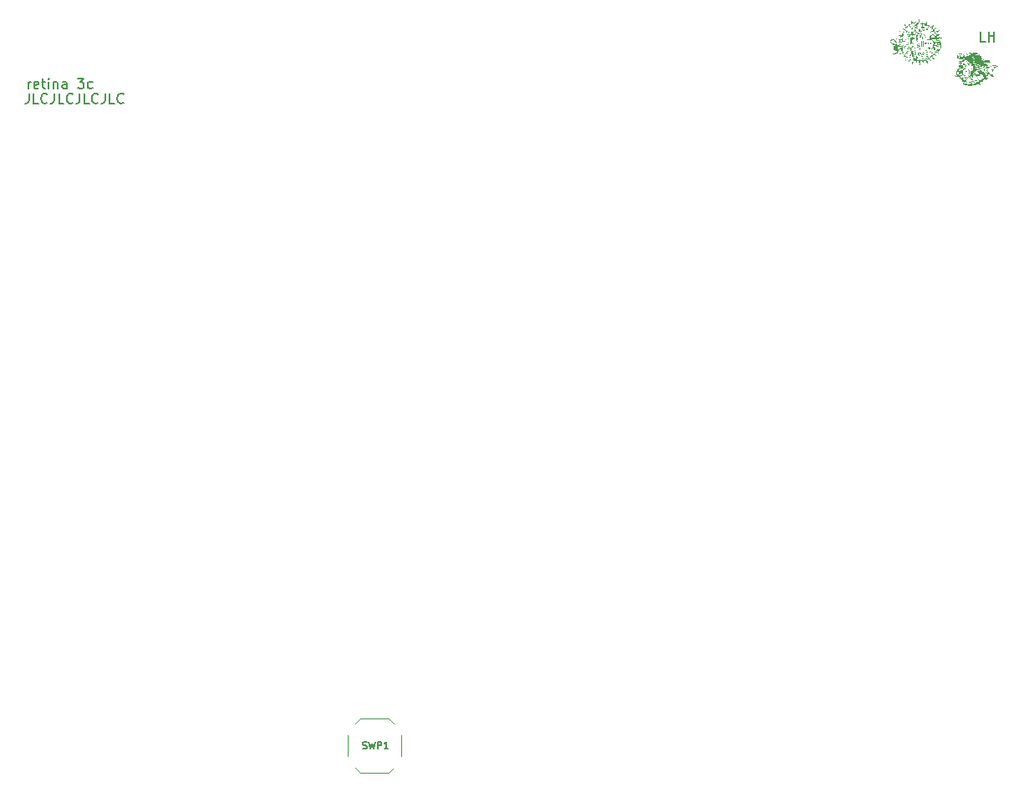
<source format=gbr>
%TF.GenerationSoftware,KiCad,Pcbnew,(6.0.7)*%
%TF.CreationDate,2022-09-06T15:04:57+03:00*%
%TF.ProjectId,retina-left,72657469-6e61-42d6-9c65-66742e6b6963,1.0*%
%TF.SameCoordinates,Original*%
%TF.FileFunction,Legend,Top*%
%TF.FilePolarity,Positive*%
%FSLAX46Y46*%
G04 Gerber Fmt 4.6, Leading zero omitted, Abs format (unit mm)*
G04 Created by KiCad (PCBNEW (6.0.7)) date 2022-09-06 15:04:57*
%MOMM*%
%LPD*%
G01*
G04 APERTURE LIST*
%ADD10C,0.150000*%
%ADD11C,0.120000*%
G04 APERTURE END LIST*
D10*
X112786102Y-70585080D02*
X112786102Y-71299366D01*
X112738483Y-71442223D01*
X112643245Y-71537461D01*
X112500388Y-71585080D01*
X112405150Y-71585080D01*
X113738483Y-71585080D02*
X113262292Y-71585080D01*
X113262292Y-70585080D01*
X114643245Y-71489842D02*
X114595626Y-71537461D01*
X114452769Y-71585080D01*
X114357530Y-71585080D01*
X114214673Y-71537461D01*
X114119435Y-71442223D01*
X114071816Y-71346985D01*
X114024197Y-71156509D01*
X114024197Y-71013652D01*
X114071816Y-70823176D01*
X114119435Y-70727938D01*
X114214673Y-70632700D01*
X114357530Y-70585080D01*
X114452769Y-70585080D01*
X114595626Y-70632700D01*
X114643245Y-70680319D01*
X115357530Y-70585080D02*
X115357530Y-71299366D01*
X115309911Y-71442223D01*
X115214673Y-71537461D01*
X115071816Y-71585080D01*
X114976578Y-71585080D01*
X116309911Y-71585080D02*
X115833721Y-71585080D01*
X115833721Y-70585080D01*
X117214673Y-71489842D02*
X117167054Y-71537461D01*
X117024197Y-71585080D01*
X116928959Y-71585080D01*
X116786102Y-71537461D01*
X116690864Y-71442223D01*
X116643245Y-71346985D01*
X116595626Y-71156509D01*
X116595626Y-71013652D01*
X116643245Y-70823176D01*
X116690864Y-70727938D01*
X116786102Y-70632700D01*
X116928959Y-70585080D01*
X117024197Y-70585080D01*
X117167054Y-70632700D01*
X117214673Y-70680319D01*
X117928959Y-70585080D02*
X117928959Y-71299366D01*
X117881340Y-71442223D01*
X117786102Y-71537461D01*
X117643245Y-71585080D01*
X117548007Y-71585080D01*
X118881340Y-71585080D02*
X118405150Y-71585080D01*
X118405150Y-70585080D01*
X119786102Y-71489842D02*
X119738483Y-71537461D01*
X119595626Y-71585080D01*
X119500388Y-71585080D01*
X119357530Y-71537461D01*
X119262292Y-71442223D01*
X119214673Y-71346985D01*
X119167054Y-71156509D01*
X119167054Y-71013652D01*
X119214673Y-70823176D01*
X119262292Y-70727938D01*
X119357530Y-70632700D01*
X119500388Y-70585080D01*
X119595626Y-70585080D01*
X119738483Y-70632700D01*
X119786102Y-70680319D01*
X120500388Y-70585080D02*
X120500388Y-71299366D01*
X120452769Y-71442223D01*
X120357530Y-71537461D01*
X120214673Y-71585080D01*
X120119435Y-71585080D01*
X121452769Y-71585080D02*
X120976578Y-71585080D01*
X120976578Y-70585080D01*
X122357530Y-71489842D02*
X122309911Y-71537461D01*
X122167054Y-71585080D01*
X122071816Y-71585080D01*
X121928959Y-71537461D01*
X121833721Y-71442223D01*
X121786102Y-71346985D01*
X121738483Y-71156509D01*
X121738483Y-71013652D01*
X121786102Y-70823176D01*
X121833721Y-70727938D01*
X121928959Y-70632700D01*
X122071816Y-70585080D01*
X122167054Y-70585080D01*
X122309911Y-70632700D01*
X122357530Y-70680319D01*
X209659564Y-65317630D02*
X209183373Y-65317630D01*
X209183373Y-64317630D01*
X209992897Y-65317630D02*
X209992897Y-64317630D01*
X209992897Y-64793821D02*
X210564326Y-64793821D01*
X210564326Y-65317630D02*
X210564326Y-64317630D01*
X112743064Y-70061080D02*
X112743064Y-69394414D01*
X112743064Y-69584890D02*
X112790683Y-69489652D01*
X112838302Y-69442033D01*
X112933540Y-69394414D01*
X113028778Y-69394414D01*
X113743064Y-70013461D02*
X113647826Y-70061080D01*
X113457350Y-70061080D01*
X113362111Y-70013461D01*
X113314492Y-69918223D01*
X113314492Y-69537271D01*
X113362111Y-69442033D01*
X113457350Y-69394414D01*
X113647826Y-69394414D01*
X113743064Y-69442033D01*
X113790683Y-69537271D01*
X113790683Y-69632509D01*
X113314492Y-69727747D01*
X114076397Y-69394414D02*
X114457350Y-69394414D01*
X114219254Y-69061080D02*
X114219254Y-69918223D01*
X114266873Y-70013461D01*
X114362111Y-70061080D01*
X114457350Y-70061080D01*
X114790683Y-70061080D02*
X114790683Y-69394414D01*
X114790683Y-69061080D02*
X114743064Y-69108700D01*
X114790683Y-69156319D01*
X114838302Y-69108700D01*
X114790683Y-69061080D01*
X114790683Y-69156319D01*
X115266873Y-69394414D02*
X115266873Y-70061080D01*
X115266873Y-69489652D02*
X115314492Y-69442033D01*
X115409730Y-69394414D01*
X115552588Y-69394414D01*
X115647826Y-69442033D01*
X115695445Y-69537271D01*
X115695445Y-70061080D01*
X116600207Y-70061080D02*
X116600207Y-69537271D01*
X116552588Y-69442033D01*
X116457350Y-69394414D01*
X116266873Y-69394414D01*
X116171635Y-69442033D01*
X116600207Y-70013461D02*
X116504969Y-70061080D01*
X116266873Y-70061080D01*
X116171635Y-70013461D01*
X116124016Y-69918223D01*
X116124016Y-69822985D01*
X116171635Y-69727747D01*
X116266873Y-69680128D01*
X116504969Y-69680128D01*
X116600207Y-69632509D01*
X117743064Y-69061080D02*
X118362111Y-69061080D01*
X118028778Y-69442033D01*
X118171635Y-69442033D01*
X118266873Y-69489652D01*
X118314492Y-69537271D01*
X118362111Y-69632509D01*
X118362111Y-69870604D01*
X118314492Y-69965842D01*
X118266873Y-70013461D01*
X118171635Y-70061080D01*
X117885921Y-70061080D01*
X117790683Y-70013461D01*
X117743064Y-69965842D01*
X119219254Y-70013461D02*
X119124016Y-70061080D01*
X118933540Y-70061080D01*
X118838302Y-70013461D01*
X118790683Y-69965842D01*
X118743064Y-69870604D01*
X118743064Y-69584890D01*
X118790683Y-69489652D01*
X118838302Y-69442033D01*
X118933540Y-69394414D01*
X119124016Y-69394414D01*
X119219254Y-69442033D01*
%TO.C,SWP1*%
X146606566Y-136967083D02*
X146706566Y-137000416D01*
X146873233Y-137000416D01*
X146939900Y-136967083D01*
X146973233Y-136933750D01*
X147006566Y-136867083D01*
X147006566Y-136800416D01*
X146973233Y-136733750D01*
X146939900Y-136700416D01*
X146873233Y-136667083D01*
X146739900Y-136633750D01*
X146673233Y-136600416D01*
X146639900Y-136567083D01*
X146606566Y-136500416D01*
X146606566Y-136433750D01*
X146639900Y-136367083D01*
X146673233Y-136333750D01*
X146739900Y-136300416D01*
X146906566Y-136300416D01*
X147006566Y-136333750D01*
X147239900Y-136300416D02*
X147406566Y-137000416D01*
X147539900Y-136500416D01*
X147673233Y-137000416D01*
X147839900Y-136300416D01*
X148106566Y-137000416D02*
X148106566Y-136300416D01*
X148373233Y-136300416D01*
X148439900Y-136333750D01*
X148473233Y-136367083D01*
X148506566Y-136433750D01*
X148506566Y-136533750D01*
X148473233Y-136600416D01*
X148439900Y-136633750D01*
X148373233Y-136667083D01*
X148106566Y-136667083D01*
X149173233Y-137000416D02*
X148773233Y-137000416D01*
X148973233Y-137000416D02*
X148973233Y-136300416D01*
X148906566Y-136400416D01*
X148839900Y-136467083D01*
X148773233Y-136500416D01*
%TO.C,G\u002A\u002A\u002A*%
G36*
X207446845Y-67893051D02*
G01*
X207453126Y-67904214D01*
X207458018Y-67917948D01*
X207461585Y-67932931D01*
X207463556Y-67946987D01*
X207463660Y-67957945D01*
X207461628Y-67963629D01*
X207460566Y-67963980D01*
X207455771Y-67967553D01*
X207451275Y-67976156D01*
X207451238Y-67976263D01*
X207443444Y-67987611D01*
X207431425Y-67992989D01*
X207417395Y-67991925D01*
X207405901Y-67985883D01*
X207397758Y-67974680D01*
X207393363Y-67957491D01*
X207393050Y-67936080D01*
X207394405Y-67925073D01*
X207399553Y-67908921D01*
X207410289Y-67896088D01*
X207411906Y-67894705D01*
X207425748Y-67886026D01*
X207437230Y-67885437D01*
X207446845Y-67893051D01*
G37*
G36*
X207421683Y-68893859D02*
G01*
X207429421Y-68900692D01*
X207429931Y-68911876D01*
X207424195Y-68925428D01*
X207419606Y-68936004D01*
X207417991Y-68943782D01*
X207416400Y-68951283D01*
X207412328Y-68964067D01*
X207406590Y-68979613D01*
X207405398Y-68982623D01*
X207397798Y-69002007D01*
X207393386Y-69015034D01*
X207392062Y-69023156D01*
X207393726Y-69027823D01*
X207398277Y-69030485D01*
X207402009Y-69031629D01*
X207413711Y-69032424D01*
X207418951Y-69029902D01*
X207425342Y-69024778D01*
X207435907Y-69017115D01*
X207442944Y-69012255D01*
X207456093Y-69002307D01*
X207471351Y-68989272D01*
X207483181Y-68978144D01*
X207494757Y-68967039D01*
X207504699Y-68958256D01*
X207510908Y-68953645D01*
X207511021Y-68953588D01*
X207529175Y-68944210D01*
X207540892Y-68936819D01*
X207547518Y-68930057D01*
X207550400Y-68922570D01*
X207550893Y-68913409D01*
X207551116Y-68902261D01*
X207553456Y-68897191D01*
X207559480Y-68895823D01*
X207562540Y-68895780D01*
X207572066Y-68897712D01*
X207574553Y-68902538D01*
X207576616Y-68910730D01*
X207581606Y-68921232D01*
X207581846Y-68921642D01*
X207586230Y-68930134D01*
X207586611Y-68936787D01*
X207582863Y-68945596D01*
X207580989Y-68949119D01*
X207575373Y-68963844D01*
X207572355Y-68979963D01*
X207572248Y-68981899D01*
X207571720Y-68994292D01*
X207571136Y-69003386D01*
X207570987Y-69004843D01*
X207566934Y-69008927D01*
X207558645Y-69009948D01*
X207549805Y-69007849D01*
X207545929Y-69005231D01*
X207539759Y-69004500D01*
X207528512Y-69007718D01*
X207514032Y-69013950D01*
X207498166Y-69022263D01*
X207482759Y-69031725D01*
X207469657Y-69041403D01*
X207463864Y-69046724D01*
X207454675Y-69055213D01*
X207447306Y-69060307D01*
X207445221Y-69060962D01*
X207440166Y-69063724D01*
X207430779Y-69071105D01*
X207418735Y-69081747D01*
X207413228Y-69086920D01*
X207386933Y-69110572D01*
X207364572Y-69127307D01*
X207345577Y-69137383D01*
X207329382Y-69141061D01*
X207315421Y-69138598D01*
X207308662Y-69134843D01*
X207301761Y-69125699D01*
X207299150Y-69113271D01*
X207301114Y-69101249D01*
X207305602Y-69094846D01*
X207310957Y-69088158D01*
X207311955Y-69084735D01*
X207313831Y-69078206D01*
X207318519Y-69067773D01*
X207320426Y-69064092D01*
X207325769Y-69052657D01*
X207328703Y-69043527D01*
X207328897Y-69041785D01*
X207332319Y-69034675D01*
X207335135Y-69032890D01*
X207339930Y-69027464D01*
X207343698Y-69017191D01*
X207344142Y-69015022D01*
X207347396Y-69002926D01*
X207351677Y-68993870D01*
X207352192Y-68993195D01*
X207356437Y-68984901D01*
X207359950Y-68972859D01*
X207360318Y-68970959D01*
X207362846Y-68960779D01*
X207365566Y-68955352D01*
X207366174Y-68955076D01*
X207369459Y-68951456D01*
X207374886Y-68941881D01*
X207381495Y-68928279D01*
X207388325Y-68912575D01*
X207392037Y-68903192D01*
X207398201Y-68893966D01*
X207406802Y-68891544D01*
X207421683Y-68893859D01*
G37*
G36*
X208284033Y-67836358D02*
G01*
X208292610Y-67843723D01*
X208293783Y-67845216D01*
X208299916Y-67854620D01*
X208302973Y-67861484D01*
X208303051Y-67862158D01*
X208305790Y-67868144D01*
X208311462Y-67874976D01*
X208317592Y-67884623D01*
X208322084Y-67897810D01*
X208322652Y-67900762D01*
X208324038Y-67911668D01*
X208322867Y-67916384D01*
X208318202Y-67917036D01*
X208315619Y-67916705D01*
X208306480Y-67911938D01*
X208298815Y-67902566D01*
X208291194Y-67893248D01*
X208282474Y-67888494D01*
X208282263Y-67888461D01*
X208271364Y-67890372D01*
X208261752Y-67897436D01*
X208256655Y-67907054D01*
X208256461Y-67909230D01*
X208254113Y-67922440D01*
X208247495Y-67929328D01*
X208243301Y-67930097D01*
X208237994Y-67928481D01*
X208235677Y-67922202D01*
X208235283Y-67913366D01*
X208237142Y-67899562D01*
X208241943Y-67892907D01*
X208246657Y-67886528D01*
X208250288Y-67874961D01*
X208251036Y-67870461D01*
X208253725Y-67858312D01*
X208257609Y-67849903D01*
X208259200Y-67848354D01*
X208264363Y-67841819D01*
X208264932Y-67838824D01*
X208267839Y-67833387D01*
X208274991Y-67832739D01*
X208284033Y-67836358D01*
G37*
G36*
X207977964Y-67504241D02*
G01*
X207983257Y-67511460D01*
X207985392Y-67517140D01*
X207989412Y-67526800D01*
X207993112Y-67531781D01*
X207993710Y-67531964D01*
X207996330Y-67535729D01*
X207998979Y-67545241D01*
X207999943Y-67550678D01*
X208002922Y-67563234D01*
X208007054Y-67572436D01*
X208008622Y-67574265D01*
X208013839Y-67581850D01*
X208017158Y-67591261D01*
X208021133Y-67601898D01*
X208025901Y-67608429D01*
X208031169Y-67616505D01*
X208031982Y-67620856D01*
X208034383Y-67629572D01*
X208039394Y-67638387D01*
X208054566Y-67661018D01*
X208062720Y-67675810D01*
X208069573Y-67686674D01*
X208077513Y-67696547D01*
X208084102Y-67705049D01*
X208087033Y-67711552D01*
X208087043Y-67711780D01*
X208084105Y-67720278D01*
X208077391Y-67726637D01*
X208070101Y-67727884D01*
X208061583Y-67722502D01*
X208052195Y-67713218D01*
X208044368Y-67702868D01*
X208040533Y-67694290D01*
X208040453Y-67693298D01*
X208037800Y-67684757D01*
X208031982Y-67675970D01*
X208025892Y-67667158D01*
X208023511Y-67660365D01*
X208020096Y-67653882D01*
X208017158Y-67652089D01*
X208012221Y-67646420D01*
X208010805Y-67639515D01*
X208007874Y-67628933D01*
X208002334Y-67620909D01*
X207995935Y-67610945D01*
X207993863Y-67602152D01*
X207990237Y-67589515D01*
X207980904Y-67580914D01*
X207971112Y-67578554D01*
X207959268Y-67581773D01*
X207952830Y-67591474D01*
X207951508Y-67602243D01*
X207949695Y-67612854D01*
X207945389Y-67618115D01*
X207940802Y-67623493D01*
X207937188Y-67633830D01*
X207936664Y-67636569D01*
X207933357Y-67650370D01*
X207928794Y-67662403D01*
X207928348Y-67663263D01*
X207923673Y-67674744D01*
X207919878Y-67688641D01*
X207919596Y-67690073D01*
X207915566Y-67702086D01*
X207909784Y-67708645D01*
X207903632Y-67708652D01*
X207900468Y-67705271D01*
X207898625Y-67696680D01*
X207899189Y-67683717D01*
X207901637Y-67669958D01*
X207905443Y-67658979D01*
X207907751Y-67655590D01*
X207912326Y-67646960D01*
X207913389Y-67640237D01*
X207915967Y-67629997D01*
X207921860Y-67619753D01*
X207927991Y-67608310D01*
X207930331Y-67597279D01*
X207932770Y-67585634D01*
X207937155Y-67578034D01*
X207941665Y-67568716D01*
X207945050Y-67552917D01*
X207946283Y-67541798D01*
X207948722Y-67522629D01*
X207952853Y-67510549D01*
X207959477Y-67504224D01*
X207969392Y-67502320D01*
X207969937Y-67502316D01*
X207977964Y-67504241D01*
G37*
G36*
X209320521Y-67971476D02*
G01*
X209335408Y-67979485D01*
X209346500Y-67993714D01*
X209352618Y-68012329D01*
X209353443Y-68022748D01*
X209354266Y-68034008D01*
X209356315Y-68041133D01*
X209357056Y-68041952D01*
X209359103Y-68046976D01*
X209361173Y-68058179D01*
X209362862Y-68073282D01*
X209363046Y-68075592D01*
X209365148Y-68093101D01*
X209368392Y-68108995D01*
X209372080Y-68119875D01*
X209372138Y-68119988D01*
X209376135Y-68132210D01*
X209378522Y-68148383D01*
X209378855Y-68156483D01*
X209378430Y-68170166D01*
X209376744Y-68177315D01*
X209373187Y-68179842D01*
X209371326Y-68179988D01*
X209362835Y-68176962D01*
X209356982Y-68172031D01*
X209349686Y-68165142D01*
X209345030Y-68162360D01*
X209341982Y-68157095D01*
X209339748Y-68143961D01*
X209338513Y-68125721D01*
X209336319Y-68103259D01*
X209332028Y-68084897D01*
X209326207Y-68071399D01*
X209319424Y-68063525D01*
X209312244Y-68062039D01*
X209305236Y-68067702D01*
X209301104Y-68075426D01*
X209295900Y-68085797D01*
X209291002Y-68092395D01*
X209290343Y-68092895D01*
X209286685Y-68098981D01*
X209285675Y-68105833D01*
X209282341Y-68115350D01*
X209277204Y-68118574D01*
X209270347Y-68122845D01*
X209268733Y-68126312D01*
X209265501Y-68132291D01*
X209260263Y-68136651D01*
X209253468Y-68145031D01*
X209251792Y-68152494D01*
X209250034Y-68160529D01*
X209243126Y-68163003D01*
X209241203Y-68163047D01*
X209233003Y-68160032D01*
X209230280Y-68151693D01*
X209232944Y-68139090D01*
X209240903Y-68123284D01*
X209245166Y-68116845D01*
X209253861Y-68102390D01*
X209260490Y-68087610D01*
X209262746Y-68079828D01*
X209266107Y-68066787D01*
X209270386Y-68056136D01*
X209271015Y-68055043D01*
X209275285Y-68045136D01*
X209278760Y-68032186D01*
X209279039Y-68030689D01*
X209281693Y-68020502D01*
X209284799Y-68015079D01*
X209285531Y-68014806D01*
X209288822Y-68011134D01*
X209291896Y-68002179D01*
X209292149Y-68001041D01*
X209297652Y-67986278D01*
X209306170Y-67975747D01*
X209316064Y-67971153D01*
X209320521Y-67971476D01*
G37*
G36*
X206502984Y-66627696D02*
G01*
X206500866Y-66629813D01*
X206498749Y-66627696D01*
X206500866Y-66625578D01*
X206502984Y-66627696D01*
G37*
G36*
X207815348Y-68180894D02*
G01*
X207816617Y-68181192D01*
X207827273Y-68184981D01*
X207832493Y-68191321D01*
X207834800Y-68200517D01*
X207836718Y-68216330D01*
X207837187Y-68231678D01*
X207836210Y-68243607D01*
X207834750Y-68248214D01*
X207828684Y-68251093D01*
X207817292Y-68251872D01*
X207803419Y-68250672D01*
X207789915Y-68247615D01*
X207785784Y-68246122D01*
X207773871Y-68243027D01*
X207755659Y-68240417D01*
X207733312Y-68238390D01*
X207708993Y-68237044D01*
X207684865Y-68236476D01*
X207663092Y-68236783D01*
X207645837Y-68238064D01*
X207638085Y-68239460D01*
X207624995Y-68242059D01*
X207605845Y-68244780D01*
X207583034Y-68247365D01*
X207558964Y-68249557D01*
X207536036Y-68251099D01*
X207525089Y-68251567D01*
X207513727Y-68253621D01*
X207505818Y-68257799D01*
X207500484Y-68261175D01*
X207494360Y-68258854D01*
X207490692Y-68256061D01*
X207483812Y-68248427D01*
X207481373Y-68242210D01*
X207485209Y-68235716D01*
X207495334Y-68228827D01*
X207509669Y-68222487D01*
X207526139Y-68217637D01*
X207540505Y-68215371D01*
X207556382Y-68213196D01*
X207570833Y-68209803D01*
X207576671Y-68207706D01*
X207586021Y-68205007D01*
X207601504Y-68202129D01*
X207620798Y-68199453D01*
X207637505Y-68197707D01*
X207657112Y-68195614D01*
X207673730Y-68193184D01*
X207685462Y-68190739D01*
X207690236Y-68188827D01*
X207696420Y-68186729D01*
X207709258Y-68185064D01*
X207726937Y-68184028D01*
X207737406Y-68183802D01*
X207756737Y-68183325D01*
X207773874Y-68182390D01*
X207786383Y-68181154D01*
X207790561Y-68180360D01*
X207801893Y-68179340D01*
X207815348Y-68180894D01*
G37*
G36*
X208326402Y-68066744D02*
G01*
X208332294Y-68071623D01*
X208337069Y-68081514D01*
X208341846Y-68101751D01*
X208342621Y-68128876D01*
X208341759Y-68142434D01*
X208337674Y-68149130D01*
X208333127Y-68151456D01*
X208326912Y-68151044D01*
X208323365Y-68144421D01*
X208322538Y-68140832D01*
X208320642Y-68128135D01*
X208319992Y-68118498D01*
X208316941Y-68109411D01*
X208307355Y-68104682D01*
X208296351Y-68103750D01*
X208288353Y-68105837D01*
X208286109Y-68109610D01*
X208282531Y-68115135D01*
X208276579Y-68118023D01*
X208266518Y-68119820D01*
X208255596Y-68120567D01*
X208246965Y-68120190D01*
X208243754Y-68118767D01*
X208246660Y-68114188D01*
X208253507Y-68107086D01*
X208261485Y-68100056D01*
X208267789Y-68095696D01*
X208269149Y-68095279D01*
X208274578Y-68092169D01*
X208276369Y-68089896D01*
X208282521Y-68084357D01*
X208291403Y-68079398D01*
X208299676Y-68074477D01*
X208303051Y-68069958D01*
X208306755Y-68067018D01*
X208315782Y-68065645D01*
X208316876Y-68065631D01*
X208326402Y-68066744D01*
G37*
G36*
X206807584Y-66831637D02*
G01*
X206809267Y-66810284D01*
X206809594Y-66804581D01*
X206811723Y-66779793D01*
X206815118Y-66762949D01*
X206818246Y-66755989D01*
X206823374Y-66744321D01*
X206824878Y-66734693D01*
X206827682Y-66720902D01*
X206834961Y-66704733D01*
X206845013Y-66688909D01*
X206856140Y-66676153D01*
X206865514Y-66669610D01*
X206875556Y-66664574D01*
X206881711Y-66659949D01*
X206882017Y-66659526D01*
X206888614Y-66655749D01*
X206898470Y-66655879D01*
X206907492Y-66659612D01*
X206909587Y-66661579D01*
X206916458Y-66666944D01*
X206920049Y-66667932D01*
X206926819Y-66671019D01*
X206936777Y-66679020D01*
X206948064Y-66690046D01*
X206958823Y-66702208D01*
X206967193Y-66713616D01*
X206970048Y-66718758D01*
X206975566Y-66733977D01*
X206981425Y-66755755D01*
X206987229Y-66782213D01*
X206992582Y-66811472D01*
X206997086Y-66841652D01*
X206998650Y-66854319D01*
X207000869Y-66875700D01*
X207001685Y-66892125D01*
X207000948Y-66906983D01*
X206998513Y-66923664D01*
X206994785Y-66942838D01*
X206985407Y-66978045D01*
X206973194Y-67005894D01*
X206958290Y-67026124D01*
X206941909Y-67037987D01*
X206923484Y-67043583D01*
X206902624Y-67045124D01*
X206882489Y-67042730D01*
X206866238Y-67036527D01*
X206863868Y-67034941D01*
X206842867Y-67015057D01*
X206826940Y-66989709D01*
X206817753Y-66966156D01*
X206809445Y-66938534D01*
X206804059Y-66916907D01*
X206801321Y-66899429D01*
X206800954Y-66884252D01*
X206802682Y-66869529D01*
X206803026Y-66867658D01*
X206804305Y-66859133D01*
X206848580Y-66859133D01*
X206849496Y-66887491D01*
X206852070Y-66913530D01*
X206856306Y-66935149D01*
X206861220Y-66948495D01*
X206866866Y-66959511D01*
X206871045Y-66968035D01*
X206871328Y-66968649D01*
X206877947Y-66975718D01*
X206889622Y-66982676D01*
X206903073Y-66987912D01*
X206914363Y-66989820D01*
X206924856Y-66987475D01*
X206930896Y-66983315D01*
X206933505Y-66978008D01*
X206932622Y-66970658D01*
X206927872Y-66958836D01*
X206926712Y-66956334D01*
X206923364Y-66948763D01*
X206920945Y-66941532D01*
X206919347Y-66933206D01*
X206918462Y-66922351D01*
X206918180Y-66907531D01*
X206918393Y-66887312D01*
X206918992Y-66860260D01*
X206919099Y-66855900D01*
X206919999Y-66825652D01*
X206921093Y-66802550D01*
X206922510Y-66785270D01*
X206924377Y-66772487D01*
X206926824Y-66762877D01*
X206928583Y-66758180D01*
X206932573Y-66746292D01*
X206933838Y-66737113D01*
X206933382Y-66734885D01*
X206921803Y-66715384D01*
X206910085Y-66704062D01*
X206903808Y-66701299D01*
X206896562Y-66700196D01*
X206890947Y-66702585D01*
X206884776Y-66709956D01*
X206879661Y-66717761D01*
X206872649Y-66730196D01*
X206868142Y-66740835D01*
X206867233Y-66745210D01*
X206865361Y-66754690D01*
X206861455Y-66764499D01*
X206855761Y-66781139D01*
X206851716Y-66803858D01*
X206849321Y-66830556D01*
X206848580Y-66859133D01*
X206804305Y-66859133D01*
X206805373Y-66852009D01*
X206807584Y-66831637D01*
G37*
G36*
X208067243Y-68946894D02*
G01*
X208070234Y-68940092D01*
X208076830Y-68933953D01*
X208087422Y-68925773D01*
X208092950Y-68921896D01*
X208106397Y-68912685D01*
X208122417Y-68901568D01*
X208132530Y-68894479D01*
X208145175Y-68886296D01*
X208155902Y-68880635D01*
X208161679Y-68878838D01*
X208169786Y-68876705D01*
X208180497Y-68871482D01*
X208181973Y-68870594D01*
X208191966Y-68865895D01*
X208207567Y-68860211D01*
X208226130Y-68854465D01*
X208235496Y-68851909D01*
X208256703Y-68846176D01*
X208278375Y-68839949D01*
X208296829Y-68834298D01*
X208301947Y-68832620D01*
X208320541Y-68827470D01*
X208340437Y-68823635D01*
X208352037Y-68822340D01*
X208365752Y-68821830D01*
X208373491Y-68822959D01*
X208377710Y-68826556D01*
X208380245Y-68831873D01*
X208385286Y-68844069D01*
X208390215Y-68855543D01*
X208393202Y-68865992D01*
X208395875Y-68881701D01*
X208397703Y-68899459D01*
X208397825Y-68901329D01*
X208399281Y-68917708D01*
X208401297Y-68931016D01*
X208403479Y-68938792D01*
X208403886Y-68939448D01*
X208406168Y-68945861D01*
X208408561Y-68958283D01*
X208410612Y-68974268D01*
X208410950Y-68977760D01*
X208413198Y-68995872D01*
X208416295Y-69012558D01*
X208419609Y-69024471D01*
X208419929Y-69025273D01*
X208423010Y-69036962D01*
X208425161Y-69053358D01*
X208425879Y-69069148D01*
X208425490Y-69085453D01*
X208423301Y-69096099D01*
X208417773Y-69102552D01*
X208407369Y-69106275D01*
X208390553Y-69108733D01*
X208383524Y-69109496D01*
X208364408Y-69111785D01*
X208342525Y-69114828D01*
X208319528Y-69118345D01*
X208297070Y-69122054D01*
X208276805Y-69125675D01*
X208260385Y-69128926D01*
X208249463Y-69131527D01*
X208245872Y-69132884D01*
X208236997Y-69136698D01*
X208224463Y-69139051D01*
X208213052Y-69139201D01*
X208209871Y-69138476D01*
X208199069Y-69131996D01*
X208187289Y-69119827D01*
X208173493Y-69100890D01*
X208172920Y-69100030D01*
X208161325Y-69084076D01*
X208147889Y-69067690D01*
X208140459Y-69059558D01*
X208128340Y-69045842D01*
X208115197Y-69029097D01*
X208106481Y-69016782D01*
X208096610Y-69002824D01*
X208086957Y-68990667D01*
X208080168Y-68983479D01*
X208072016Y-68972709D01*
X208068995Y-68963907D01*
X208126395Y-68963907D01*
X208126906Y-68966607D01*
X208131207Y-68974444D01*
X208139017Y-68984757D01*
X208142082Y-68988253D01*
X208149813Y-68997494D01*
X208154329Y-69004394D01*
X208154810Y-69005941D01*
X208157670Y-69010834D01*
X208165270Y-69019966D01*
X208176135Y-69031816D01*
X208188792Y-69044862D01*
X208201768Y-69057585D01*
X208213591Y-69068462D01*
X208222341Y-69075651D01*
X208236125Y-69084009D01*
X208246691Y-69085649D01*
X208255832Y-69080681D01*
X208258578Y-69077904D01*
X208269415Y-69071174D01*
X208279353Y-69069432D01*
X208289862Y-69068634D01*
X208305523Y-69066528D01*
X208323195Y-69063544D01*
X208325659Y-69063079D01*
X208341328Y-69060113D01*
X208353408Y-69057887D01*
X208359815Y-69056783D01*
X208360299Y-69056727D01*
X208364059Y-69054135D01*
X208368004Y-69050465D01*
X208371154Y-69045101D01*
X208372803Y-69035808D01*
X208373136Y-69020906D01*
X208372717Y-69007051D01*
X208371998Y-68989735D01*
X208371413Y-68975455D01*
X208371052Y-68966482D01*
X208370993Y-68964908D01*
X208368095Y-68957992D01*
X208364712Y-68953811D01*
X208360862Y-68945842D01*
X208358300Y-68932464D01*
X208357740Y-68924919D01*
X208356700Y-68907059D01*
X208354471Y-68895470D01*
X208349910Y-68887950D01*
X208341877Y-68882297D01*
X208333535Y-68878254D01*
X208320696Y-68873039D01*
X208311720Y-68871640D01*
X208303127Y-68873655D01*
X208301004Y-68874491D01*
X208289001Y-68878538D01*
X208273586Y-68882655D01*
X208267049Y-68884117D01*
X208253376Y-68887785D01*
X208242513Y-68892153D01*
X208239185Y-68894262D01*
X208229457Y-68899140D01*
X208223888Y-68900015D01*
X208215584Y-68901941D01*
X208201671Y-68907199D01*
X208183946Y-68915010D01*
X208164208Y-68924592D01*
X208149437Y-68932325D01*
X208137210Y-68941594D01*
X208128990Y-68952941D01*
X208126395Y-68963907D01*
X208068995Y-68963907D01*
X208067460Y-68959433D01*
X208067243Y-68946894D01*
G37*
G36*
X208212554Y-69243766D02*
G01*
X208214159Y-69232263D01*
X208216611Y-69223850D01*
X208220217Y-69216733D01*
X208222747Y-69212807D01*
X208232520Y-69200938D01*
X208243561Y-69191069D01*
X208245872Y-69189512D01*
X208261953Y-69181842D01*
X208282776Y-69175145D01*
X208306468Y-69169675D01*
X208331156Y-69165684D01*
X208354967Y-69163425D01*
X208376028Y-69163151D01*
X208392467Y-69165113D01*
X208401179Y-69168565D01*
X208410875Y-69173660D01*
X208417841Y-69175319D01*
X208428217Y-69178610D01*
X208441393Y-69187313D01*
X208455652Y-69199675D01*
X208469275Y-69213944D01*
X208480544Y-69228367D01*
X208487741Y-69241190D01*
X208489437Y-69248366D01*
X208491300Y-69255633D01*
X208495755Y-69265740D01*
X208495833Y-69265890D01*
X208498542Y-69272113D01*
X208499773Y-69278919D01*
X208499454Y-69288211D01*
X208497512Y-69301889D01*
X208493875Y-69321854D01*
X208493644Y-69323069D01*
X208485085Y-69368033D01*
X208456541Y-69396056D01*
X208442287Y-69409422D01*
X208429893Y-69418894D01*
X208417155Y-69425421D01*
X208401865Y-69429955D01*
X208381819Y-69433442D01*
X208364465Y-69435687D01*
X208352562Y-69436499D01*
X208341689Y-69435298D01*
X208329090Y-69431466D01*
X208312008Y-69424387D01*
X208310005Y-69423502D01*
X208293874Y-69416013D01*
X208280173Y-69409033D01*
X208271226Y-69403767D01*
X208269769Y-69402660D01*
X208259876Y-69396200D01*
X208254343Y-69393827D01*
X208239397Y-69385155D01*
X208225773Y-69368950D01*
X208218951Y-69357220D01*
X208214841Y-69348772D01*
X208212119Y-69340780D01*
X208210574Y-69331357D01*
X208209994Y-69318619D01*
X208210168Y-69300681D01*
X208210650Y-69283218D01*
X208210860Y-69277441D01*
X208246419Y-69277441D01*
X208247084Y-69293566D01*
X208249854Y-69310733D01*
X208254217Y-69325924D01*
X208259661Y-69336118D01*
X208260514Y-69337006D01*
X208267069Y-69343853D01*
X208269794Y-69347676D01*
X208275033Y-69353404D01*
X208284711Y-69360433D01*
X208295508Y-69366667D01*
X208304102Y-69370010D01*
X208305416Y-69370150D01*
X208313937Y-69371842D01*
X208325095Y-69375941D01*
X208325706Y-69376216D01*
X208337524Y-69381088D01*
X208347409Y-69384379D01*
X208347523Y-69384408D01*
X208359823Y-69385581D01*
X208374871Y-69384535D01*
X208389141Y-69381768D01*
X208399110Y-69377776D01*
X208400156Y-69376983D01*
X208409979Y-69370766D01*
X208415603Y-69368485D01*
X208429318Y-69360237D01*
X208441318Y-69345218D01*
X208450375Y-69325116D01*
X208452442Y-69317921D01*
X208455796Y-69302346D01*
X208456406Y-69290484D01*
X208454277Y-69278031D01*
X208452494Y-69271331D01*
X208447103Y-69257057D01*
X208440222Y-69245131D01*
X208436537Y-69240969D01*
X208425248Y-69231402D01*
X208416201Y-69224896D01*
X208407347Y-69220859D01*
X208396638Y-69218704D01*
X208382028Y-69217838D01*
X208361467Y-69217675D01*
X208355651Y-69217674D01*
X208332054Y-69217935D01*
X208315704Y-69218803D01*
X208305389Y-69220406D01*
X208299900Y-69222870D01*
X208299160Y-69223612D01*
X208291438Y-69229123D01*
X208282939Y-69232384D01*
X208268268Y-69239774D01*
X208255416Y-69252738D01*
X208248371Y-69265378D01*
X208246419Y-69277441D01*
X208210860Y-69277441D01*
X208211487Y-69260153D01*
X208212554Y-69243766D01*
G37*
G36*
X207752402Y-67264108D02*
G01*
X207752442Y-67265054D01*
X207755173Y-67270338D01*
X207762090Y-67278950D01*
X207766297Y-67283480D01*
X207776010Y-67294776D01*
X207783649Y-67305885D01*
X207785266Y-67308969D01*
X207790272Y-67317041D01*
X207794706Y-67320192D01*
X207798314Y-67323708D01*
X207799032Y-67328006D01*
X207802006Y-67336632D01*
X207807503Y-67343487D01*
X207813865Y-67351086D01*
X207815974Y-67356547D01*
X207818703Y-67364001D01*
X207821447Y-67367538D01*
X207826798Y-67375244D01*
X207832287Y-67386267D01*
X207832549Y-67386900D01*
X207837108Y-67396057D01*
X207840949Y-67400567D01*
X207841371Y-67400665D01*
X207844371Y-67404310D01*
X207847002Y-67412861D01*
X207851043Y-67424198D01*
X207856003Y-67431618D01*
X207861332Y-67439045D01*
X207862564Y-67443189D01*
X207865104Y-67448922D01*
X207871692Y-67458668D01*
X207878887Y-67467845D01*
X207892240Y-67486941D01*
X207899541Y-67506043D01*
X207902046Y-67523494D01*
X207901292Y-67530975D01*
X207895988Y-67534372D01*
X207889006Y-67535412D01*
X207878192Y-67534936D01*
X207872845Y-67530169D01*
X207872384Y-67529058D01*
X207867179Y-67520772D01*
X207863942Y-67517989D01*
X207859558Y-67511484D01*
X207858328Y-67504373D01*
X207854902Y-67494174D01*
X207849857Y-67489610D01*
X207843124Y-67483812D01*
X207841386Y-67479520D01*
X207838798Y-67472547D01*
X207832916Y-67464197D01*
X207826729Y-67454197D01*
X207824445Y-67445431D01*
X207821479Y-67435427D01*
X207817033Y-67429393D01*
X207809686Y-67421783D01*
X207800189Y-67411176D01*
X207796914Y-67407363D01*
X207788593Y-67398409D01*
X207782154Y-67393000D01*
X207780439Y-67392282D01*
X207775157Y-67389174D01*
X207771195Y-67384783D01*
X207765758Y-67379584D01*
X207761487Y-67380705D01*
X207758249Y-67388603D01*
X207755915Y-67403736D01*
X207754353Y-67426561D01*
X207753681Y-67446105D01*
X207752347Y-67476786D01*
X207749962Y-67499835D01*
X207746294Y-67516050D01*
X207741115Y-67526232D01*
X207734193Y-67531177D01*
X207728933Y-67531964D01*
X207720365Y-67529300D01*
X207716894Y-67525265D01*
X207714502Y-67510670D01*
X207716120Y-67493923D01*
X207720676Y-67481139D01*
X207723557Y-67471581D01*
X207725636Y-67455713D01*
X207726921Y-67435503D01*
X207727417Y-67412921D01*
X207727134Y-67389935D01*
X207726077Y-67368515D01*
X207724255Y-67350629D01*
X207721675Y-67338247D01*
X207720135Y-67334784D01*
X207714612Y-67319237D01*
X207715462Y-67301594D01*
X207722152Y-67284664D01*
X207731864Y-67273073D01*
X207743380Y-67264078D01*
X207749995Y-67261179D01*
X207752402Y-67264108D01*
G37*
G36*
X209592806Y-68064166D02*
G01*
X209596867Y-68069507D01*
X209597663Y-68081664D01*
X209594720Y-68095953D01*
X209589047Y-68107492D01*
X209588985Y-68107571D01*
X209587135Y-68114179D01*
X209585533Y-68128673D01*
X209584217Y-68150473D01*
X209583228Y-68178997D01*
X209582830Y-68197729D01*
X209582414Y-68227371D01*
X209582363Y-68249749D01*
X209582746Y-68266062D01*
X209583630Y-68277513D01*
X209585082Y-68285303D01*
X209587169Y-68290631D01*
X209588125Y-68292234D01*
X209594055Y-68305439D01*
X209593533Y-68314847D01*
X209588108Y-68319438D01*
X209579329Y-68318194D01*
X209568747Y-68310095D01*
X209565952Y-68306818D01*
X209557991Y-68298628D01*
X209551034Y-68294474D01*
X209550069Y-68294346D01*
X209542810Y-68291553D01*
X209535567Y-68285875D01*
X209529383Y-68274577D01*
X209527098Y-68259226D01*
X209528815Y-68243343D01*
X209533971Y-68231354D01*
X209538018Y-68221527D01*
X209540564Y-68207608D01*
X209541437Y-68192643D01*
X209540465Y-68179676D01*
X209537475Y-68171752D01*
X209537349Y-68171620D01*
X209530181Y-68169708D01*
X209520429Y-68173845D01*
X209509588Y-68182654D01*
X209499153Y-68194760D01*
X209490621Y-68208788D01*
X209486884Y-68218030D01*
X209482804Y-68224672D01*
X209475054Y-68225038D01*
X209473532Y-68224683D01*
X209466324Y-68223512D01*
X209465698Y-68226516D01*
X209467727Y-68230677D01*
X209470184Y-68237309D01*
X209467059Y-68239270D01*
X209466384Y-68239285D01*
X209460155Y-68241780D01*
X209449837Y-68248282D01*
X209439123Y-68256254D01*
X209424991Y-68266209D01*
X209414716Y-68270709D01*
X209411039Y-68270625D01*
X209405357Y-68264911D01*
X209404924Y-68256912D01*
X209409826Y-68250808D01*
X209410621Y-68250460D01*
X209416233Y-68245987D01*
X209416974Y-68243668D01*
X209419862Y-68238816D01*
X209427181Y-68230441D01*
X209436914Y-68220519D01*
X209447046Y-68211021D01*
X209455559Y-68203921D01*
X209460388Y-68201189D01*
X209463229Y-68197731D01*
X209463564Y-68194962D01*
X209466927Y-68188221D01*
X209472035Y-68184224D01*
X209478833Y-68176929D01*
X209480506Y-68170665D01*
X209483352Y-68160135D01*
X209486850Y-68154931D01*
X209507812Y-68132153D01*
X209524493Y-68112754D01*
X209536365Y-68097401D01*
X209542899Y-68086759D01*
X209544038Y-68082856D01*
X209547413Y-68078732D01*
X209549735Y-68078338D01*
X209556646Y-68075435D01*
X209563097Y-68069867D01*
X209572697Y-68063372D01*
X209583603Y-68061461D01*
X209592806Y-68064166D01*
G37*
G36*
X207983520Y-68721268D02*
G01*
X207985448Y-68729178D01*
X207983964Y-68738291D01*
X207979374Y-68744954D01*
X207974243Y-68751059D01*
X207967060Y-68762106D01*
X207960888Y-68772952D01*
X207946553Y-68799422D01*
X207935759Y-68818633D01*
X207928309Y-68830928D01*
X207925126Y-68835425D01*
X207917375Y-68839949D01*
X207908005Y-68840217D01*
X207903506Y-68837895D01*
X207901233Y-68831797D01*
X207900683Y-68825707D01*
X207897961Y-68815777D01*
X207894330Y-68811071D01*
X207889797Y-68802444D01*
X207887993Y-68787105D01*
X207887976Y-68785175D01*
X207887072Y-68771225D01*
X207883799Y-68763035D01*
X207879506Y-68759262D01*
X207872931Y-68752110D01*
X207870984Y-68743710D01*
X207873670Y-68737005D01*
X207879449Y-68734833D01*
X207887770Y-68738945D01*
X207893618Y-68748598D01*
X207901315Y-68760872D01*
X207911302Y-68768889D01*
X207921468Y-68771407D01*
X207928069Y-68768836D01*
X207933470Y-68762729D01*
X207934566Y-68759801D01*
X207937566Y-68753980D01*
X207945157Y-68745009D01*
X207955223Y-68734913D01*
X207965649Y-68725719D01*
X207974321Y-68719453D01*
X207978313Y-68717891D01*
X207983520Y-68721268D01*
G37*
G36*
X207958052Y-68172323D02*
G01*
X207959131Y-68173071D01*
X207969276Y-68181861D01*
X207981324Y-68193679D01*
X207993789Y-68206875D01*
X208005185Y-68219800D01*
X208014024Y-68230803D01*
X208018821Y-68238237D01*
X208019275Y-68239817D01*
X208021931Y-68245412D01*
X208026687Y-68251224D01*
X208035693Y-68261648D01*
X208044251Y-68273253D01*
X208050646Y-68283526D01*
X208053159Y-68289954D01*
X208055027Y-68296202D01*
X208059697Y-68306457D01*
X208061630Y-68310181D01*
X208067276Y-68325305D01*
X208070044Y-68341722D01*
X208070101Y-68343901D01*
X208071571Y-68359324D01*
X208075256Y-68376467D01*
X208076906Y-68381861D01*
X208080131Y-68394881D01*
X208082370Y-68412661D01*
X208083737Y-68436472D01*
X208084318Y-68464116D01*
X208084438Y-68488929D01*
X208084146Y-68506705D01*
X208083302Y-68518874D01*
X208081768Y-68526866D01*
X208079407Y-68532110D01*
X208077513Y-68534557D01*
X208072013Y-68545612D01*
X208070101Y-68559797D01*
X208067601Y-68575719D01*
X208061630Y-68584474D01*
X208055198Y-68593039D01*
X208053159Y-68599955D01*
X208050455Y-68609016D01*
X208045747Y-68616097D01*
X208037448Y-68625376D01*
X208028656Y-68635156D01*
X208017498Y-68643953D01*
X208006444Y-68644518D01*
X207994922Y-68637656D01*
X207988244Y-68628786D01*
X207985565Y-68618492D01*
X207987257Y-68609851D01*
X207991143Y-68606468D01*
X207995924Y-68601113D01*
X207999495Y-68591246D01*
X207999557Y-68590945D01*
X208003442Y-68579396D01*
X208008630Y-68571219D01*
X208013195Y-68561312D01*
X208015008Y-68543574D01*
X208015040Y-68540217D01*
X208016502Y-68521732D01*
X208020302Y-68504658D01*
X208022327Y-68499223D01*
X208025832Y-68486388D01*
X208028184Y-68467770D01*
X208029391Y-68445625D01*
X208029463Y-68422207D01*
X208028408Y-68399770D01*
X208026235Y-68380569D01*
X208022953Y-68366859D01*
X208021795Y-68364231D01*
X208017632Y-68351983D01*
X208015268Y-68336587D01*
X208015066Y-68331391D01*
X208012583Y-68311945D01*
X208006569Y-68295452D01*
X208001164Y-68283299D01*
X207998258Y-68272736D01*
X207998098Y-68270711D01*
X207995086Y-68261166D01*
X207989627Y-68254109D01*
X207983319Y-68247204D01*
X207981156Y-68242864D01*
X207979619Y-68238756D01*
X207974432Y-68231746D01*
X207964735Y-68220779D01*
X207952567Y-68207834D01*
X207944271Y-68197383D01*
X207939368Y-68187822D01*
X207938802Y-68184788D01*
X207941964Y-68175657D01*
X207949404Y-68170912D01*
X207958052Y-68172323D01*
G37*
G36*
X209946243Y-68146701D02*
G01*
X209949405Y-68149569D01*
X209948308Y-68155635D01*
X209939778Y-68171515D01*
X209924556Y-68187681D01*
X209904242Y-68202694D01*
X209883824Y-68213627D01*
X209875365Y-68219451D01*
X209871724Y-68224397D01*
X209866331Y-68230067D01*
X209863228Y-68230814D01*
X209856570Y-68234233D01*
X209854757Y-68237167D01*
X209849584Y-68242793D01*
X209846705Y-68243520D01*
X209840962Y-68247029D01*
X209838535Y-68251570D01*
X209832701Y-68258915D01*
X209826308Y-68262048D01*
X209817612Y-68266380D01*
X209806566Y-68274606D01*
X209801257Y-68279411D01*
X209791805Y-68287982D01*
X209784647Y-68293384D01*
X209782449Y-68294346D01*
X209776863Y-68297175D01*
X209768795Y-68303895D01*
X209761003Y-68311855D01*
X209756247Y-68318403D01*
X209755810Y-68319930D01*
X209752052Y-68322475D01*
X209742665Y-68323890D01*
X209738869Y-68323994D01*
X209728255Y-68323422D01*
X209722356Y-68321992D01*
X209721927Y-68321416D01*
X209724920Y-68316457D01*
X209732661Y-68307914D01*
X209743292Y-68297508D01*
X209754955Y-68286959D01*
X209765792Y-68277985D01*
X209773946Y-68272307D01*
X209776013Y-68271352D01*
X209784758Y-68267097D01*
X209796776Y-68259482D01*
X209804639Y-68253797D01*
X209815665Y-68245843D01*
X209824133Y-68240572D01*
X209827331Y-68239285D01*
X209834352Y-68235946D01*
X209836847Y-68228333D01*
X209834408Y-68221272D01*
X209826173Y-68216188D01*
X209812735Y-68213735D01*
X209796934Y-68213883D01*
X209781607Y-68216599D01*
X209769595Y-68221854D01*
X209769404Y-68221987D01*
X209755032Y-68228148D01*
X209732500Y-68232075D01*
X209726162Y-68232662D01*
X209705659Y-68233701D01*
X209692904Y-68232716D01*
X209687371Y-68229494D01*
X209688531Y-68223818D01*
X209692438Y-68218913D01*
X209697840Y-68214234D01*
X209704736Y-68211439D01*
X209715300Y-68210063D01*
X209731704Y-68209646D01*
X209736020Y-68209637D01*
X209757255Y-68208966D01*
X209772786Y-68206661D01*
X209785297Y-68202281D01*
X209787576Y-68201166D01*
X209798846Y-68195952D01*
X209807314Y-68192968D01*
X209809078Y-68192695D01*
X209815587Y-68190263D01*
X209824513Y-68184396D01*
X209824733Y-68184224D01*
X209835811Y-68178121D01*
X209846271Y-68175753D01*
X209855857Y-68173383D01*
X209860723Y-68169173D01*
X209867731Y-68164371D01*
X209881988Y-68160924D01*
X209888434Y-68160112D01*
X209902468Y-68157786D01*
X209913248Y-68154412D01*
X209917247Y-68151869D01*
X209924504Y-68147922D01*
X209935680Y-68146117D01*
X209936621Y-68146105D01*
X209946243Y-68146701D01*
G37*
G36*
X207972283Y-67830718D02*
G01*
X207983006Y-67836160D01*
X207993188Y-67842710D01*
X207999183Y-67848235D01*
X208007068Y-67855652D01*
X208019960Y-67863398D01*
X208034647Y-67869757D01*
X208044688Y-67872543D01*
X208060335Y-67877903D01*
X208072183Y-67886573D01*
X208078204Y-67896908D01*
X208078572Y-67900069D01*
X208077755Y-67907062D01*
X208073988Y-67908259D01*
X208065294Y-67904177D01*
X208064528Y-67903751D01*
X208046235Y-67895207D01*
X208030602Y-67891120D01*
X208019452Y-67891942D01*
X208018538Y-67892372D01*
X208013011Y-67896397D01*
X208010562Y-67902429D01*
X208010370Y-67913196D01*
X208010675Y-67918449D01*
X208009861Y-67927106D01*
X208004772Y-67930006D01*
X208002734Y-67930097D01*
X207994941Y-67926720D01*
X207991257Y-67918449D01*
X207987294Y-67907383D01*
X207983177Y-67900449D01*
X207978585Y-67891930D01*
X207974918Y-67880244D01*
X207974875Y-67880044D01*
X207971214Y-67869818D01*
X207966339Y-67863893D01*
X207965933Y-67863708D01*
X207962320Y-67858804D01*
X207960318Y-67849605D01*
X207960046Y-67839338D01*
X207961625Y-67831231D01*
X207964620Y-67828446D01*
X207972283Y-67830718D01*
G37*
G36*
X207757535Y-68920323D02*
G01*
X207767594Y-68924528D01*
X207770059Y-68925772D01*
X207782510Y-68934257D01*
X207786495Y-68942650D01*
X207782017Y-68950894D01*
X207769080Y-68958933D01*
X207767663Y-68959572D01*
X207755701Y-68966713D01*
X207743713Y-68978026D01*
X207730731Y-68994640D01*
X207715786Y-69017679D01*
X207711399Y-69024961D01*
X207706792Y-69033329D01*
X207700507Y-69045515D01*
X207693636Y-69059291D01*
X207687275Y-69072428D01*
X207682517Y-69082699D01*
X207680455Y-69087876D01*
X207680439Y-69088017D01*
X207677990Y-69093712D01*
X207671715Y-69103706D01*
X207663228Y-69115803D01*
X207654141Y-69127804D01*
X207646067Y-69137515D01*
X207640616Y-69142737D01*
X207640077Y-69143016D01*
X207632030Y-69145268D01*
X207626264Y-69143277D01*
X207619621Y-69135713D01*
X207618174Y-69133772D01*
X207615297Y-69129308D01*
X207613059Y-69123898D01*
X207611334Y-69116382D01*
X207609997Y-69105598D01*
X207608924Y-69090384D01*
X207607990Y-69069578D01*
X207607069Y-69042020D01*
X207606598Y-69026136D01*
X207605822Y-68993119D01*
X207605570Y-68966196D01*
X207605835Y-68945955D01*
X207606609Y-68932989D01*
X207607885Y-68927887D01*
X207607890Y-68927883D01*
X207614505Y-68927391D01*
X207622905Y-68929528D01*
X207629632Y-68933134D01*
X207632868Y-68939018D01*
X207633842Y-68949905D01*
X207633875Y-68953912D01*
X207635269Y-68969043D01*
X207638732Y-68982775D01*
X207640310Y-68986425D01*
X207644146Y-68997156D01*
X207644448Y-69005869D01*
X207644422Y-69005953D01*
X207644937Y-69013416D01*
X207649139Y-69021627D01*
X207655057Y-69028070D01*
X207660724Y-69030228D01*
X207662606Y-69029196D01*
X207666578Y-69023375D01*
X207672883Y-69012561D01*
X207678790Y-69001666D01*
X207686091Y-68988794D01*
X207692634Y-68979000D01*
X207696322Y-68974984D01*
X207701262Y-68968844D01*
X207701776Y-68966513D01*
X207704935Y-68959287D01*
X207712723Y-68949095D01*
X207723074Y-68938161D01*
X207733922Y-68928710D01*
X207741470Y-68923764D01*
X207750124Y-68920159D01*
X207757535Y-68920323D01*
G37*
G36*
X207646935Y-68299345D02*
G01*
X207668412Y-68299717D01*
X207683810Y-68300449D01*
X207693925Y-68301571D01*
X207699552Y-68303111D01*
X207700669Y-68303804D01*
X207708158Y-68306530D01*
X207722987Y-68308874D01*
X207744027Y-68310681D01*
X207755904Y-68311309D01*
X207779745Y-68312723D01*
X207795721Y-68314571D01*
X207804431Y-68316942D01*
X207806486Y-68318826D01*
X207811299Y-68323897D01*
X207820810Y-68329400D01*
X207822715Y-68330236D01*
X207837151Y-68336268D01*
X207837151Y-68369521D01*
X207836483Y-68388227D01*
X207834625Y-68401632D01*
X207832068Y-68407856D01*
X207824957Y-68411864D01*
X207817098Y-68412731D01*
X207812126Y-68410294D01*
X207811738Y-68408760D01*
X207808215Y-68404549D01*
X207799529Y-68399525D01*
X207797431Y-68398603D01*
X207787261Y-68393565D01*
X207780959Y-68388997D01*
X207780545Y-68388453D01*
X207775492Y-68385278D01*
X207764499Y-68380713D01*
X207749783Y-68375660D01*
X207747204Y-68374858D01*
X207730064Y-68369399D01*
X207714290Y-68364015D01*
X207703200Y-68359842D01*
X207702925Y-68359727D01*
X207693316Y-68357203D01*
X207677539Y-68354703D01*
X207657891Y-68352537D01*
X207639393Y-68351163D01*
X207614528Y-68349348D01*
X207597137Y-68347096D01*
X207586230Y-68344246D01*
X207581873Y-68341765D01*
X207575687Y-68338498D01*
X207565115Y-68336380D01*
X207548698Y-68335213D01*
X207530877Y-68334835D01*
X207510642Y-68334460D01*
X207496972Y-68333536D01*
X207487961Y-68331727D01*
X207481708Y-68328692D01*
X207477641Y-68325372D01*
X207471186Y-68316641D01*
X207469397Y-68308496D01*
X207470315Y-68306139D01*
X207472694Y-68304292D01*
X207477493Y-68302879D01*
X207485671Y-68301825D01*
X207498189Y-68301055D01*
X207516005Y-68300491D01*
X207540079Y-68300060D01*
X207571370Y-68299684D01*
X207582560Y-68299569D01*
X207618583Y-68299305D01*
X207646935Y-68299345D01*
G37*
G36*
X209535581Y-67263297D02*
G01*
X209563934Y-67261923D01*
X209564405Y-67261906D01*
X209588239Y-67260979D01*
X209605057Y-67260035D01*
X209616311Y-67258802D01*
X209623452Y-67257012D01*
X209627932Y-67254394D01*
X209631202Y-67250678D01*
X209631440Y-67250339D01*
X209676587Y-67250339D01*
X209677304Y-67254884D01*
X209679907Y-67256957D01*
X209691435Y-67260451D01*
X209705410Y-67259898D01*
X209710992Y-67258325D01*
X209714536Y-67254996D01*
X209772752Y-67254996D01*
X209776734Y-67258885D01*
X209788278Y-67260494D01*
X209806781Y-67259802D01*
X209829931Y-67257041D01*
X209840724Y-67254978D01*
X209843993Y-67252965D01*
X209839498Y-67250881D01*
X209827001Y-67248610D01*
X209808235Y-67246253D01*
X209789130Y-67245308D01*
X209777465Y-67247714D01*
X209772860Y-67253564D01*
X209772752Y-67254996D01*
X209714536Y-67254996D01*
X209717004Y-67252677D01*
X209715836Y-67244248D01*
X209711036Y-67237903D01*
X209700282Y-67231811D01*
X209689469Y-67233823D01*
X209681064Y-67242198D01*
X209676587Y-67250339D01*
X209631440Y-67250339D01*
X209632173Y-67249296D01*
X209648038Y-67228055D01*
X209662846Y-67213282D01*
X209678370Y-67204312D01*
X209696382Y-67200480D01*
X209718656Y-67201122D01*
X209746965Y-67205574D01*
X209748196Y-67205812D01*
X209766390Y-67208975D01*
X209784841Y-67211295D01*
X209805335Y-67212890D01*
X209829661Y-67213876D01*
X209859604Y-67214370D01*
X209880756Y-67214479D01*
X209912785Y-67214682D01*
X209937536Y-67215184D01*
X209956200Y-67216060D01*
X209969965Y-67217388D01*
X209980023Y-67219245D01*
X209986642Y-67221334D01*
X210000526Y-67225507D01*
X210018143Y-67229132D01*
X210029794Y-67230752D01*
X210052009Y-67235193D01*
X210067014Y-67243381D01*
X210075431Y-67255839D01*
X210077889Y-67271164D01*
X210079658Y-67295371D01*
X210084117Y-67315392D01*
X210090817Y-67329560D01*
X210094712Y-67333803D01*
X210106566Y-67339335D01*
X210124767Y-67341349D01*
X210127289Y-67341369D01*
X210157542Y-67343859D01*
X210183095Y-67350969D01*
X210203236Y-67362163D01*
X210217252Y-67376904D01*
X210224434Y-67394655D01*
X210224154Y-67414459D01*
X210220408Y-67426375D01*
X210213422Y-67436870D01*
X210201735Y-67447587D01*
X210183887Y-67460169D01*
X210183021Y-67460736D01*
X210160404Y-67473509D01*
X210141746Y-67479427D01*
X210126255Y-67478650D01*
X210116864Y-67474202D01*
X210112410Y-67471641D01*
X210106834Y-67469703D01*
X210098985Y-67468307D01*
X210087711Y-67467371D01*
X210071861Y-67466814D01*
X210050284Y-67466553D01*
X210021829Y-67466506D01*
X210008877Y-67466528D01*
X209974243Y-67466761D01*
X209947479Y-67467308D01*
X209927990Y-67468201D01*
X209915179Y-67469471D01*
X209908450Y-67471149D01*
X209907438Y-67471823D01*
X209899182Y-67476065D01*
X209893463Y-67476904D01*
X209881942Y-67480228D01*
X209875670Y-67490202D01*
X209874403Y-67501046D01*
X209873333Y-67510503D01*
X209870723Y-67514970D01*
X209870371Y-67515023D01*
X209865238Y-67517816D01*
X209856846Y-67524892D01*
X209852371Y-67529253D01*
X209841158Y-67539499D01*
X209826490Y-67551395D01*
X209814906Y-67559960D01*
X209790278Y-67577492D01*
X209772101Y-67591078D01*
X209759665Y-67601296D01*
X209752259Y-67608728D01*
X209749313Y-67613497D01*
X209744309Y-67619773D01*
X209740701Y-67620909D01*
X209733250Y-67623701D01*
X209726898Y-67628645D01*
X209718116Y-67635756D01*
X209712073Y-67639100D01*
X209706000Y-67644281D01*
X209704985Y-67647688D01*
X209708052Y-67655404D01*
X209715400Y-67664616D01*
X209724250Y-67672431D01*
X209731823Y-67675958D01*
X209732162Y-67675970D01*
X209738271Y-67674025D01*
X209750005Y-67668747D01*
X209765612Y-67660966D01*
X209781431Y-67652561D01*
X209803937Y-67640559D01*
X209820234Y-67632772D01*
X209831347Y-67629014D01*
X209838305Y-67629097D01*
X209842132Y-67632833D01*
X209843857Y-67640035D01*
X209843972Y-67641136D01*
X209843799Y-67649699D01*
X209840533Y-67657486D01*
X209832864Y-67666810D01*
X209824913Y-67674776D01*
X209805645Y-67698226D01*
X209795847Y-67718241D01*
X209787175Y-67741941D01*
X209795847Y-67758580D01*
X209803878Y-67770545D01*
X209813180Y-67779816D01*
X209815631Y-67781435D01*
X209822255Y-67784529D01*
X209828061Y-67784538D01*
X209835521Y-67780744D01*
X209847106Y-67772432D01*
X209847397Y-67772215D01*
X209866449Y-67758306D01*
X209886273Y-67744401D01*
X209905513Y-67731388D01*
X209922818Y-67720153D01*
X209936832Y-67711581D01*
X209946203Y-67706560D01*
X209949103Y-67705618D01*
X209953524Y-67709411D01*
X209954877Y-67718052D01*
X209953772Y-67725020D01*
X209949648Y-67732161D01*
X209941288Y-67740964D01*
X209927476Y-67752918D01*
X209924170Y-67755640D01*
X209906077Y-67771255D01*
X209886479Y-67789409D01*
X209869201Y-67806539D01*
X209866991Y-67808859D01*
X209854118Y-67822942D01*
X209846204Y-67833119D01*
X209842092Y-67841346D01*
X209840625Y-67849579D01*
X209840519Y-67853588D01*
X209843719Y-67877583D01*
X209853580Y-67897059D01*
X209856063Y-67900141D01*
X209863427Y-67906816D01*
X209871143Y-67908193D01*
X209881533Y-67904191D01*
X209890370Y-67898952D01*
X209901265Y-67892681D01*
X209917167Y-67884263D01*
X209935390Y-67875101D01*
X209944123Y-67870874D01*
X209965134Y-67860125D01*
X209987513Y-67847521D01*
X210007280Y-67835333D01*
X210012051Y-67832134D01*
X210031746Y-67819813D01*
X210046621Y-67813051D01*
X210056297Y-67811768D01*
X210060395Y-67815884D01*
X210058537Y-67825319D01*
X210050342Y-67839993D01*
X210050219Y-67840178D01*
X210041470Y-67853192D01*
X210033678Y-67864467D01*
X210025546Y-67875788D01*
X210015775Y-67888937D01*
X210003066Y-67905697D01*
X209991162Y-67921268D01*
X209969896Y-67949431D01*
X209952299Y-67973542D01*
X209938767Y-67993022D01*
X209929700Y-68007294D01*
X209925493Y-68015779D01*
X209925239Y-68017135D01*
X209927929Y-68023859D01*
X209929916Y-68026270D01*
X209936179Y-68028840D01*
X209945197Y-68026189D01*
X209957487Y-68017945D01*
X209973566Y-68003740D01*
X209993949Y-67983201D01*
X210002323Y-67974311D01*
X210033486Y-67941377D01*
X210060264Y-67914126D01*
X210082428Y-67892776D01*
X210099752Y-67877545D01*
X210112009Y-67868650D01*
X210113397Y-67867876D01*
X210124147Y-67861585D01*
X210137766Y-67852821D01*
X210145163Y-67847771D01*
X210158749Y-67838726D01*
X210176071Y-67827831D01*
X210193478Y-67817380D01*
X210194180Y-67816972D01*
X210205177Y-67810761D01*
X210216129Y-67805078D01*
X210228337Y-67799372D01*
X210243104Y-67793095D01*
X210261733Y-67785695D01*
X210285524Y-67776623D01*
X210315781Y-67765328D01*
X210321243Y-67763302D01*
X210357119Y-67751884D01*
X210397742Y-67742149D01*
X210441417Y-67734261D01*
X210486445Y-67728380D01*
X210531131Y-67724669D01*
X210573778Y-67723289D01*
X210612689Y-67724401D01*
X210646168Y-67728167D01*
X210660079Y-67731031D01*
X210677521Y-67735003D01*
X210693142Y-67737969D01*
X210704067Y-67739397D01*
X210705521Y-67739452D01*
X210716403Y-67741054D01*
X210732728Y-67745288D01*
X210752179Y-67751394D01*
X210772438Y-67758611D01*
X210791188Y-67766177D01*
X210801690Y-67771032D01*
X210817285Y-67779052D01*
X210833370Y-67787750D01*
X210848007Y-67796027D01*
X210859262Y-67802784D01*
X210865197Y-67806924D01*
X210865499Y-67807238D01*
X210870532Y-67810597D01*
X210880042Y-67815525D01*
X210890653Y-67820423D01*
X210898986Y-67823689D01*
X210901310Y-67824211D01*
X210905980Y-67825975D01*
X210916644Y-67830778D01*
X210931709Y-67837883D01*
X210949366Y-67846447D01*
X210975063Y-67860325D01*
X210997857Y-67875058D01*
X211016666Y-67889748D01*
X211030405Y-67903498D01*
X211037993Y-67915410D01*
X211039152Y-67920864D01*
X211039265Y-67924991D01*
X211038717Y-67927446D01*
X211036173Y-67927935D01*
X211030300Y-67926166D01*
X211019765Y-67921846D01*
X211003234Y-67914683D01*
X210995290Y-67911235D01*
X210980133Y-67906647D01*
X210958945Y-67902830D01*
X210934145Y-67899978D01*
X210908154Y-67898288D01*
X210883391Y-67897955D01*
X210862277Y-67899175D01*
X210856243Y-67899998D01*
X210839267Y-67903478D01*
X210819734Y-67908514D01*
X210799910Y-67914398D01*
X210782062Y-67920425D01*
X210768455Y-67925887D01*
X210762246Y-67929299D01*
X210755730Y-67932689D01*
X210744277Y-67937440D01*
X210736317Y-67940395D01*
X210701394Y-67956086D01*
X210665040Y-67978363D01*
X210628862Y-68005901D01*
X210594468Y-68037377D01*
X210563465Y-68071468D01*
X210541369Y-68100932D01*
X210529504Y-68118856D01*
X210515915Y-68139984D01*
X210501473Y-68162897D01*
X210487050Y-68186173D01*
X210473516Y-68208393D01*
X210461741Y-68228137D01*
X210452597Y-68243984D01*
X210446953Y-68254514D01*
X210446158Y-68256227D01*
X210442229Y-68265066D01*
X210435972Y-68278918D01*
X210428602Y-68295099D01*
X210427008Y-68298581D01*
X210419855Y-68316000D01*
X210411804Y-68338463D01*
X210403950Y-68362779D01*
X210398615Y-68381172D01*
X210393700Y-68399526D01*
X210390133Y-68414364D01*
X210387718Y-68427623D01*
X210386261Y-68441240D01*
X210385569Y-68457154D01*
X210385448Y-68477303D01*
X210385703Y-68503623D01*
X210385776Y-68509352D01*
X210386321Y-68539295D01*
X210387216Y-68562890D01*
X210388669Y-68582258D01*
X210390888Y-68599519D01*
X210394080Y-68616796D01*
X210398001Y-68634298D01*
X210402846Y-68655302D01*
X210407226Y-68675118D01*
X210410592Y-68691217D01*
X210412166Y-68699594D01*
X210418130Y-68716520D01*
X210430432Y-68736815D01*
X210448129Y-68759522D01*
X210470277Y-68783683D01*
X210495933Y-68808340D01*
X210524151Y-68832537D01*
X210553989Y-68855314D01*
X210584502Y-68875715D01*
X210587717Y-68877687D01*
X210600440Y-68886423D01*
X210613121Y-68896749D01*
X210623895Y-68906939D01*
X210630894Y-68915268D01*
X210632549Y-68919114D01*
X210629925Y-68924928D01*
X210621636Y-68927077D01*
X210607057Y-68925563D01*
X210585563Y-68920388D01*
X210581486Y-68919234D01*
X210560345Y-68913654D01*
X210537961Y-68908545D01*
X210518570Y-68904860D01*
X210515427Y-68904378D01*
X210494921Y-68901077D01*
X210472050Y-68896906D01*
X210456778Y-68893819D01*
X210439901Y-68890555D01*
X210424561Y-68888200D01*
X210414423Y-68887283D01*
X210398576Y-68885399D01*
X210377037Y-68880469D01*
X210351775Y-68873069D01*
X210324754Y-68863776D01*
X210297942Y-68853166D01*
X210297663Y-68853048D01*
X210264311Y-68835984D01*
X210229564Y-68813159D01*
X210195449Y-68786268D01*
X210163993Y-68757007D01*
X210137224Y-68727073D01*
X210122017Y-68706097D01*
X210112623Y-68691669D01*
X210103851Y-68678428D01*
X210098407Y-68670413D01*
X210092885Y-68661420D01*
X210090420Y-68655294D01*
X210090411Y-68655102D01*
X210088012Y-68649348D01*
X210082239Y-68640877D01*
X210082203Y-68640831D01*
X210075276Y-68629689D01*
X210071370Y-68619941D01*
X210065880Y-68608629D01*
X210056121Y-68596208D01*
X210044813Y-68585680D01*
X210035424Y-68580262D01*
X210028545Y-68576635D01*
X210026879Y-68574014D01*
X210023078Y-68569910D01*
X210013359Y-68565911D01*
X210000253Y-68562767D01*
X209986289Y-68561228D01*
X209983619Y-68561179D01*
X209972464Y-68562536D01*
X209958737Y-68566023D01*
X209944849Y-68570766D01*
X209933208Y-68575890D01*
X209926222Y-68580520D01*
X209925228Y-68582384D01*
X209921731Y-68585969D01*
X209917331Y-68587669D01*
X209910327Y-68593495D01*
X209906365Y-68605058D01*
X209905563Y-68620149D01*
X209908033Y-68636557D01*
X209913891Y-68652072D01*
X209913981Y-68652241D01*
X209921590Y-68669022D01*
X209930176Y-68692078D01*
X209939138Y-68719362D01*
X209947874Y-68748825D01*
X209955783Y-68778421D01*
X209962262Y-68806102D01*
X209966712Y-68829820D01*
X209967265Y-68833613D01*
X209971445Y-68873318D01*
X209971933Y-68906837D01*
X209968507Y-68935714D01*
X209960946Y-68961489D01*
X209949029Y-68985704D01*
X209944369Y-68993207D01*
X209931968Y-69010046D01*
X209914403Y-69030824D01*
X209893065Y-69054113D01*
X209869345Y-69078487D01*
X209844633Y-69102518D01*
X209820320Y-69124779D01*
X209797797Y-69143844D01*
X209796750Y-69144683D01*
X209780562Y-69158263D01*
X209761572Y-69175195D01*
X209742839Y-69192719D01*
X209734632Y-69200734D01*
X209711625Y-69221666D01*
X209690158Y-69236224D01*
X209667816Y-69245398D01*
X209642188Y-69250179D01*
X209610858Y-69251558D01*
X209610762Y-69251558D01*
X209592074Y-69251296D01*
X209578342Y-69249988D01*
X209566265Y-69246845D01*
X209552546Y-69241082D01*
X209538904Y-69234421D01*
X209521947Y-69225685D01*
X209506594Y-69217293D01*
X209495407Y-69210660D01*
X209492939Y-69209009D01*
X209484258Y-69203370D01*
X209478731Y-69200755D01*
X209478491Y-69200732D01*
X209473546Y-69198080D01*
X209469312Y-69194379D01*
X209460402Y-69189561D01*
X209451267Y-69188026D01*
X209441745Y-69191220D01*
X209431446Y-69199610D01*
X209421478Y-69211405D01*
X209412948Y-69224814D01*
X209406962Y-69238049D01*
X209404628Y-69249318D01*
X209407051Y-69256832D01*
X209408178Y-69257709D01*
X209411697Y-69263181D01*
X209414904Y-69273157D01*
X209415056Y-69273842D01*
X209419678Y-69287173D01*
X209428319Y-69305295D01*
X209439825Y-69326287D01*
X209453046Y-69348233D01*
X209466827Y-69369211D01*
X209480018Y-69387304D01*
X209490688Y-69399798D01*
X209497417Y-69408510D01*
X209505137Y-69421096D01*
X209512846Y-69435510D01*
X209519539Y-69449704D01*
X209524212Y-69461630D01*
X209525863Y-69469242D01*
X209525422Y-69470651D01*
X209520133Y-69470772D01*
X209511479Y-69466904D01*
X209510973Y-69466594D01*
X209500617Y-69460473D01*
X209486698Y-69452637D01*
X209478388Y-69448103D01*
X209464050Y-69440120D01*
X209446195Y-69429805D01*
X209428505Y-69419288D01*
X209427236Y-69418519D01*
X209411795Y-69409609D01*
X209397815Y-69402345D01*
X209387846Y-69398035D01*
X209386398Y-69397601D01*
X209375821Y-69393878D01*
X209361606Y-69387604D01*
X209346952Y-69380335D01*
X209335059Y-69373622D01*
X209330543Y-69370478D01*
X209323971Y-69367941D01*
X209311689Y-69365371D01*
X209297364Y-69363443D01*
X209281105Y-69362209D01*
X209269445Y-69363001D01*
X209258625Y-69366470D01*
X209246977Y-69372167D01*
X209224042Y-69386198D01*
X209198077Y-69405524D01*
X209171026Y-69428583D01*
X209144832Y-69453813D01*
X209142729Y-69455985D01*
X209116257Y-69483483D01*
X209116257Y-69508922D01*
X209117357Y-69527275D01*
X209120165Y-69546066D01*
X209122291Y-69554965D01*
X209126731Y-69571959D01*
X209130983Y-69591108D01*
X209132467Y-69598865D01*
X209137909Y-69622944D01*
X209146131Y-69648184D01*
X209157888Y-69676673D01*
X209169718Y-69701918D01*
X209174073Y-69714213D01*
X209175352Y-69725306D01*
X209173501Y-69732721D01*
X209170430Y-69734399D01*
X209166018Y-69731539D01*
X209156598Y-69723546D01*
X209143130Y-69711298D01*
X209126574Y-69695674D01*
X209107889Y-69677553D01*
X209101604Y-69671358D01*
X209074897Y-69645431D01*
X209052703Y-69625167D01*
X209033988Y-69609825D01*
X209017720Y-69598666D01*
X209002864Y-69590950D01*
X208988386Y-69585937D01*
X208979379Y-69583906D01*
X208969862Y-69582916D01*
X208961192Y-69584611D01*
X208950651Y-69589886D01*
X208939376Y-69597063D01*
X208918453Y-69610864D01*
X208902938Y-69620885D01*
X208891220Y-69628086D01*
X208881685Y-69633425D01*
X208872722Y-69637863D01*
X208864707Y-69641485D01*
X208848295Y-69649331D01*
X208830456Y-69658744D01*
X208823079Y-69662946D01*
X208807163Y-69671527D01*
X208788307Y-69680575D01*
X208776029Y-69685884D01*
X208761189Y-69692105D01*
X208748563Y-69697744D01*
X208741647Y-69701177D01*
X208730288Y-69706519D01*
X208713152Y-69713281D01*
X208692631Y-69720651D01*
X208671121Y-69727815D01*
X208651013Y-69733959D01*
X208634702Y-69738270D01*
X208629180Y-69739405D01*
X208610527Y-69743049D01*
X208590377Y-69747565D01*
X208582590Y-69749499D01*
X208555096Y-69756523D01*
X208530016Y-69762611D01*
X208506419Y-69767873D01*
X208483374Y-69772418D01*
X208459948Y-69776353D01*
X208435210Y-69779789D01*
X208408226Y-69782833D01*
X208378066Y-69785595D01*
X208343797Y-69788183D01*
X208304488Y-69790707D01*
X208259206Y-69793275D01*
X208207019Y-69795996D01*
X208167516Y-69797969D01*
X208140693Y-69799296D01*
X208119151Y-69800291D01*
X208101283Y-69800919D01*
X208085483Y-69801146D01*
X208070144Y-69800937D01*
X208053658Y-69800257D01*
X208034420Y-69799071D01*
X208010822Y-69797346D01*
X207981257Y-69795046D01*
X207962097Y-69793541D01*
X207889021Y-69786956D01*
X207823497Y-69779179D01*
X207764665Y-69770032D01*
X207711666Y-69759335D01*
X207663642Y-69746910D01*
X207619734Y-69732580D01*
X207579083Y-69716165D01*
X207570318Y-69712175D01*
X207544637Y-69700109D01*
X207517560Y-69687159D01*
X207490251Y-69673904D01*
X207463876Y-69660926D01*
X207439601Y-69648805D01*
X207418591Y-69638124D01*
X207402013Y-69629463D01*
X207391032Y-69623402D01*
X207387134Y-69620882D01*
X207380696Y-69612431D01*
X207378962Y-69601519D01*
X207382173Y-69587277D01*
X207390565Y-69568839D01*
X207392764Y-69565097D01*
X207485321Y-69565097D01*
X207486847Y-69583653D01*
X207492238Y-69598851D01*
X207495280Y-69603100D01*
X207503804Y-69610434D01*
X207516532Y-69618943D01*
X207530859Y-69627161D01*
X207544184Y-69633620D01*
X207553903Y-69636851D01*
X207555366Y-69636984D01*
X207562501Y-69639952D01*
X207565856Y-69643065D01*
X207573420Y-69648225D01*
X207584375Y-69652025D01*
X207595073Y-69655013D01*
X207602038Y-69658194D01*
X207602084Y-69658230D01*
X207610508Y-69662553D01*
X207624763Y-69667714D01*
X207642346Y-69673016D01*
X207660758Y-69677762D01*
X207677497Y-69681254D01*
X207690063Y-69682796D01*
X207690239Y-69682802D01*
X207705138Y-69684454D01*
X207718376Y-69687877D01*
X207722005Y-69689458D01*
X207736902Y-69695404D01*
X207755257Y-69699955D01*
X207774419Y-69702762D01*
X207791739Y-69703477D01*
X207804569Y-69701752D01*
X207807215Y-69700669D01*
X207813289Y-69693175D01*
X207817364Y-69679622D01*
X207819031Y-69662275D01*
X207817876Y-69643396D01*
X207817769Y-69642661D01*
X207814440Y-69629661D01*
X207809820Y-69625007D01*
X207804242Y-69628730D01*
X207798067Y-69640787D01*
X207791080Y-69653357D01*
X207782086Y-69663368D01*
X207780233Y-69664733D01*
X207773928Y-69668207D01*
X207766921Y-69669970D01*
X207757068Y-69670139D01*
X207742226Y-69668831D01*
X207730520Y-69667446D01*
X207712200Y-69664629D01*
X207696149Y-69661154D01*
X207684933Y-69657615D01*
X207682361Y-69656304D01*
X207671865Y-69651544D01*
X207657966Y-69647696D01*
X207654266Y-69647026D01*
X207638578Y-69643206D01*
X207623475Y-69637475D01*
X207621206Y-69636340D01*
X207609657Y-69631217D01*
X207600069Y-69628600D01*
X207598759Y-69628513D01*
X207588145Y-69626049D01*
X207573969Y-69619614D01*
X207559192Y-69610645D01*
X207553863Y-69606737D01*
X207544247Y-69601006D01*
X207536601Y-69598865D01*
X207528919Y-69595956D01*
X207520092Y-69588907D01*
X207519640Y-69588433D01*
X207513297Y-69580843D01*
X207512498Y-69575190D01*
X207516725Y-69567496D01*
X207516882Y-69567256D01*
X207526911Y-69559076D01*
X207541227Y-69556288D01*
X207557404Y-69559120D01*
X207565429Y-69562713D01*
X207574868Y-69567128D01*
X207589412Y-69573057D01*
X207606135Y-69579317D01*
X207608437Y-69580136D01*
X207627281Y-69586818D01*
X207646363Y-69593628D01*
X207661605Y-69599110D01*
X207661821Y-69599188D01*
X207678966Y-69604077D01*
X207694686Y-69604813D01*
X207705823Y-69603482D01*
X207722169Y-69599455D01*
X207732137Y-69592481D01*
X207737759Y-69580633D01*
X207739736Y-69571334D01*
X207742811Y-69562034D01*
X207749783Y-69558109D01*
X207755045Y-69557343D01*
X207761930Y-69557182D01*
X207767075Y-69559321D01*
X207771955Y-69565283D01*
X207778044Y-69576594D01*
X207782463Y-69585692D01*
X207789328Y-69599431D01*
X207794808Y-69609358D01*
X207797935Y-69613749D01*
X207798231Y-69613784D01*
X207800072Y-69609040D01*
X207802688Y-69599235D01*
X207803326Y-69596486D01*
X207804682Y-69582713D01*
X207800974Y-69569983D01*
X207798720Y-69565506D01*
X207793323Y-69552226D01*
X207790627Y-69539304D01*
X207790557Y-69537513D01*
X207788683Y-69527543D01*
X207783743Y-69513076D01*
X207776755Y-69497035D01*
X207775804Y-69495096D01*
X207768781Y-69480400D01*
X207763552Y-69468360D01*
X207761068Y-69461189D01*
X207760984Y-69460534D01*
X207758478Y-69454919D01*
X207751982Y-69444955D01*
X207743059Y-69433003D01*
X207725098Y-69412108D01*
X207704105Y-69390650D01*
X207681693Y-69370031D01*
X207659477Y-69351651D01*
X207639072Y-69336910D01*
X207622093Y-69327210D01*
X207620090Y-69326337D01*
X207604213Y-69319762D01*
X207592708Y-69334181D01*
X207584055Y-69346357D01*
X207572855Y-69363995D01*
X207560336Y-69384976D01*
X207547724Y-69407178D01*
X207536247Y-69428480D01*
X207527130Y-69446761D01*
X207525358Y-69450624D01*
X207518508Y-69465605D01*
X207512018Y-69479299D01*
X207508736Y-69485910D01*
X207504246Y-69497480D01*
X207502535Y-69507087D01*
X207500357Y-69516766D01*
X207495038Y-69528482D01*
X207494064Y-69530141D01*
X207487709Y-69546240D01*
X207485321Y-69565097D01*
X207392764Y-69565097D01*
X207404376Y-69545336D01*
X207410429Y-69535914D01*
X207423256Y-69516272D01*
X207435668Y-69497255D01*
X207446273Y-69480996D01*
X207453680Y-69469629D01*
X207453843Y-69469379D01*
X207463433Y-69454088D01*
X207473985Y-69436456D01*
X207479446Y-69426965D01*
X207487124Y-69413953D01*
X207493861Y-69403592D01*
X207497447Y-69398972D01*
X207502137Y-69388962D01*
X207499217Y-69377201D01*
X207496796Y-69373520D01*
X207488591Y-69366440D01*
X207475401Y-69358519D01*
X207460337Y-69351285D01*
X207446514Y-69346266D01*
X207438404Y-69344871D01*
X207427759Y-69347496D01*
X207412040Y-69354588D01*
X207392756Y-69365283D01*
X207371415Y-69378718D01*
X207349525Y-69394027D01*
X207339793Y-69401379D01*
X207322332Y-69414257D01*
X207308894Y-69422364D01*
X207297397Y-69426802D01*
X207288724Y-69428393D01*
X207274213Y-69428193D01*
X207266791Y-69423378D01*
X207266319Y-69413742D01*
X207270854Y-69402422D01*
X207279180Y-69385854D01*
X207288593Y-69366423D01*
X207298394Y-69345656D01*
X207307889Y-69325078D01*
X207311365Y-69317356D01*
X207506786Y-69317356D01*
X207508645Y-69325392D01*
X207515664Y-69327780D01*
X207516718Y-69327796D01*
X207527145Y-69324749D01*
X207534174Y-69319483D01*
X207539011Y-69310375D01*
X207538008Y-69302402D01*
X207531701Y-69298274D01*
X207529935Y-69298148D01*
X207517312Y-69301277D01*
X207508903Y-69309355D01*
X207506786Y-69317356D01*
X207311365Y-69317356D01*
X207316380Y-69306213D01*
X207323171Y-69290587D01*
X207327565Y-69279725D01*
X207328897Y-69275332D01*
X207326206Y-69269284D01*
X207319242Y-69259576D01*
X207311948Y-69251034D01*
X207301717Y-69240518D01*
X207293694Y-69235034D01*
X207284738Y-69233047D01*
X207274888Y-69232941D01*
X207256322Y-69234577D01*
X207238031Y-69238230D01*
X207222791Y-69243195D01*
X207213660Y-69248493D01*
X207197951Y-69261889D01*
X207181758Y-69273342D01*
X207167113Y-69281582D01*
X207156047Y-69285339D01*
X207154548Y-69285441D01*
X207145851Y-69284200D01*
X207142791Y-69278720D01*
X207142537Y-69273630D01*
X207144848Y-69264474D01*
X207152241Y-69252323D01*
X207165404Y-69236082D01*
X207167950Y-69233191D01*
X207179189Y-69220224D01*
X207187888Y-69209604D01*
X207192770Y-69202920D01*
X207193383Y-69201589D01*
X207196032Y-69197019D01*
X207202785Y-69188598D01*
X207208059Y-69182657D01*
X207222549Y-69162866D01*
X207229087Y-69142985D01*
X207228073Y-69121499D01*
X207226180Y-69113903D01*
X207219110Y-69096844D01*
X207208941Y-69086012D01*
X207194398Y-69080751D01*
X207174204Y-69080407D01*
X207163359Y-69081622D01*
X207141810Y-69086607D01*
X207118941Y-69095136D01*
X207097838Y-69105828D01*
X207081584Y-69117301D01*
X207079622Y-69119133D01*
X207072275Y-69124610D01*
X207061127Y-69131230D01*
X207057893Y-69132932D01*
X207044717Y-69141385D01*
X207031293Y-69152556D01*
X207027755Y-69156088D01*
X207018880Y-69164834D01*
X207012195Y-69170238D01*
X207010306Y-69171084D01*
X207006835Y-69167737D01*
X207007622Y-69158402D01*
X207012227Y-69144140D01*
X207020208Y-69126014D01*
X207031126Y-69105082D01*
X207044540Y-69082408D01*
X207051805Y-69071112D01*
X207064162Y-69051597D01*
X207076853Y-69030227D01*
X207087601Y-69010872D01*
X207089905Y-69006432D01*
X207097587Y-68990482D01*
X207102132Y-68977494D01*
X207103071Y-68966068D01*
X207099935Y-68954804D01*
X207092252Y-68942302D01*
X207079555Y-68927159D01*
X207061371Y-68907977D01*
X207054525Y-68900969D01*
X207028772Y-68875051D01*
X207007561Y-68855023D01*
X206989745Y-68840500D01*
X206974176Y-68831099D01*
X206959705Y-68826435D01*
X206945184Y-68826124D01*
X206929464Y-68829782D01*
X206911398Y-68837025D01*
X206891742Y-68846512D01*
X206870786Y-68856563D01*
X206853564Y-68863389D01*
X206836548Y-68868079D01*
X206816211Y-68871722D01*
X206804915Y-68873327D01*
X206759489Y-68877158D01*
X206714083Y-68876632D01*
X206670503Y-68871967D01*
X206630554Y-68863382D01*
X206596040Y-68851096D01*
X206587535Y-68846990D01*
X206575214Y-68839762D01*
X206560842Y-68830053D01*
X206546095Y-68819174D01*
X206532654Y-68808435D01*
X206526792Y-68803229D01*
X206640636Y-68803229D01*
X206655300Y-68815621D01*
X206669625Y-68825083D01*
X206683054Y-68827266D01*
X206697909Y-68822278D01*
X206705311Y-68817958D01*
X206718714Y-68807947D01*
X206731277Y-68796309D01*
X206733025Y-68794399D01*
X206743273Y-68784974D01*
X206750534Y-68783436D01*
X206754957Y-68789805D01*
X206756294Y-68797271D01*
X206759929Y-68809144D01*
X206767441Y-68813851D01*
X206778360Y-68811495D01*
X206792217Y-68802181D01*
X206808541Y-68786013D01*
X206808900Y-68785608D01*
X206819192Y-68775044D01*
X206827772Y-68768141D01*
X206832865Y-68766313D01*
X206833005Y-68766386D01*
X206836897Y-68770840D01*
X206836532Y-68778156D01*
X206831738Y-68790321D01*
X206830765Y-68792396D01*
X206825876Y-68806366D01*
X206827199Y-68815081D01*
X206835000Y-68818742D01*
X206849540Y-68817548D01*
X206860448Y-68814910D01*
X206883341Y-68806408D01*
X206894323Y-68798568D01*
X207042878Y-68798568D01*
X207044062Y-68803803D01*
X207050183Y-68812046D01*
X207054632Y-68816569D01*
X207078970Y-68839041D01*
X207097802Y-68855748D01*
X207111517Y-68867013D01*
X207120501Y-68873157D01*
X207124508Y-68874602D01*
X207131690Y-68872221D01*
X207141900Y-68866498D01*
X207151828Y-68859569D01*
X207158163Y-68853567D01*
X207158773Y-68852519D01*
X207163584Y-68849950D01*
X207170364Y-68849190D01*
X207178363Y-68851421D01*
X207184551Y-68859368D01*
X207187150Y-68865004D01*
X207191059Y-68876116D01*
X207191279Y-68885011D01*
X207187819Y-68896354D01*
X207187207Y-68897970D01*
X207183094Y-68910357D01*
X207180817Y-68920362D01*
X207180656Y-68922380D01*
X207178745Y-68929291D01*
X207173654Y-68941367D01*
X207166350Y-68956386D01*
X207163553Y-68961733D01*
X207152476Y-68982571D01*
X207144541Y-68997641D01*
X207138871Y-69008632D01*
X207134585Y-69017231D01*
X207133524Y-69019419D01*
X207133344Y-69025994D01*
X207138833Y-69029452D01*
X207147565Y-69029167D01*
X207156141Y-69025232D01*
X207165739Y-69020201D01*
X207172471Y-69018608D01*
X207180330Y-69015665D01*
X207187009Y-69010137D01*
X207196925Y-69003554D01*
X207205666Y-69001516D01*
X207217864Y-68999235D01*
X207227246Y-68995313D01*
X207245303Y-68989115D01*
X207262722Y-68991320D01*
X207279066Y-69001862D01*
X207280613Y-69003360D01*
X207291938Y-69018849D01*
X207294802Y-69034265D01*
X207289215Y-69049709D01*
X207285097Y-69055343D01*
X207277710Y-69065981D01*
X207273083Y-69075750D01*
X207272899Y-69076415D01*
X207272710Y-69090760D01*
X207277321Y-69109620D01*
X207285853Y-69131225D01*
X207297430Y-69153803D01*
X207311173Y-69175585D01*
X207326205Y-69194799D01*
X207337003Y-69205753D01*
X207354181Y-69221174D01*
X207366951Y-69205049D01*
X207374599Y-69193409D01*
X207379160Y-69182635D01*
X207379722Y-69179027D01*
X207381321Y-69169550D01*
X207385411Y-69156095D01*
X207388695Y-69147481D01*
X207395522Y-69133531D01*
X207402950Y-69125189D01*
X207413049Y-69119890D01*
X207423519Y-69115787D01*
X207430184Y-69113069D01*
X207430872Y-69112760D01*
X207435239Y-69114566D01*
X207442938Y-69120537D01*
X207444848Y-69122262D01*
X207451122Y-69128724D01*
X207454253Y-69135025D01*
X207454898Y-69143960D01*
X207453717Y-69158326D01*
X207453601Y-69159430D01*
X207449087Y-69181851D01*
X207440733Y-69205961D01*
X207429838Y-69228796D01*
X207417698Y-69247393D01*
X207412520Y-69253248D01*
X207406766Y-69261058D01*
X207405135Y-69266113D01*
X207402684Y-69272939D01*
X207396704Y-69282291D01*
X207395912Y-69283318D01*
X207390099Y-69291433D01*
X207389483Y-69296076D01*
X207393732Y-69300193D01*
X207393991Y-69300383D01*
X207405236Y-69303897D01*
X207417365Y-69299750D01*
X207424577Y-69293490D01*
X207431790Y-69287326D01*
X207436498Y-69285391D01*
X207441790Y-69282619D01*
X207450903Y-69275456D01*
X207459189Y-69267936D01*
X207643169Y-69267936D01*
X207644017Y-69279133D01*
X207649174Y-69285857D01*
X207654427Y-69288687D01*
X207659634Y-69286379D01*
X207666443Y-69278963D01*
X207671628Y-69271681D01*
X207693246Y-69271681D01*
X207697068Y-69280442D01*
X207705852Y-69285622D01*
X207718256Y-69286938D01*
X207724919Y-69282533D01*
X207727022Y-69271571D01*
X207727029Y-69270617D01*
X207724654Y-69258638D01*
X207717422Y-69253559D01*
X207705169Y-69255279D01*
X207703416Y-69255914D01*
X207695280Y-69262500D01*
X207693246Y-69271681D01*
X207671628Y-69271681D01*
X207674592Y-69267519D01*
X207680552Y-69256419D01*
X207680921Y-69255478D01*
X207687181Y-69246374D01*
X207697592Y-69237506D01*
X207700388Y-69235772D01*
X207715792Y-69226969D01*
X207733804Y-69235720D01*
X207746065Y-69243114D01*
X207753042Y-69252050D01*
X207756093Y-69265036D01*
X207756620Y-69277864D01*
X207753375Y-69293834D01*
X207743335Y-69305127D01*
X207726246Y-69311978D01*
X207717810Y-69313471D01*
X207705988Y-69315923D01*
X207698612Y-69319153D01*
X207697381Y-69320940D01*
X207700322Y-69325836D01*
X207708138Y-69334634D01*
X207719315Y-69345671D01*
X207722893Y-69348983D01*
X207736852Y-69362560D01*
X207749832Y-69376606D01*
X207759224Y-69388286D01*
X207759863Y-69389210D01*
X207769869Y-69403341D01*
X207781320Y-69418609D01*
X207785177Y-69423530D01*
X207793035Y-69434147D01*
X207798056Y-69442393D01*
X207799032Y-69445195D01*
X207801422Y-69451353D01*
X207806864Y-69459582D01*
X207812584Y-69470371D01*
X207816892Y-69484377D01*
X207817498Y-69487657D01*
X207821448Y-69502956D01*
X207827546Y-69517391D01*
X207828710Y-69519423D01*
X207834334Y-69531005D01*
X207837082Y-69541290D01*
X207837135Y-69542392D01*
X207838839Y-69550304D01*
X207841355Y-69552981D01*
X207845921Y-69558421D01*
X207850535Y-69570617D01*
X207854910Y-69587857D01*
X207858761Y-69608434D01*
X207861801Y-69630636D01*
X207863745Y-69652755D01*
X207864304Y-69673081D01*
X207863646Y-69686096D01*
X207863251Y-69700471D01*
X207866186Y-69708461D01*
X207873385Y-69710439D01*
X207885783Y-69706778D01*
X207899435Y-69700364D01*
X207913722Y-69693819D01*
X207926249Y-69689291D01*
X207933306Y-69687863D01*
X207941695Y-69690966D01*
X207953544Y-69699537D01*
X207963811Y-69708986D01*
X207975141Y-69720015D01*
X207983460Y-69726318D01*
X207991723Y-69729185D01*
X208002886Y-69729903D01*
X208011662Y-69729844D01*
X208027225Y-69729236D01*
X208048088Y-69727847D01*
X208071141Y-69725905D01*
X208087043Y-69724325D01*
X208123758Y-69720406D01*
X208161163Y-69720406D01*
X208175987Y-69724903D01*
X208188423Y-69727147D01*
X208206850Y-69728622D01*
X208228822Y-69729290D01*
X208251889Y-69729114D01*
X208273606Y-69728057D01*
X208287888Y-69726616D01*
X208302586Y-69723482D01*
X208309442Y-69719285D01*
X208308242Y-69714343D01*
X208299519Y-69709278D01*
X208291371Y-69707073D01*
X208279847Y-69706254D01*
X208263307Y-69706810D01*
X208240112Y-69708728D01*
X208239004Y-69708835D01*
X208218042Y-69711039D01*
X208198737Y-69713385D01*
X208183520Y-69715560D01*
X208175987Y-69716951D01*
X208161163Y-69720406D01*
X208123758Y-69720406D01*
X208135750Y-69719126D01*
X208076967Y-69715914D01*
X208048494Y-69713953D01*
X208027488Y-69711403D01*
X208012948Y-69707930D01*
X208006061Y-69704340D01*
X208341756Y-69704340D01*
X208343415Y-69707156D01*
X208349683Y-69709475D01*
X208357148Y-69710302D01*
X208370331Y-69710632D01*
X208387116Y-69710532D01*
X208405386Y-69710069D01*
X208423025Y-69709309D01*
X208437916Y-69708318D01*
X208447942Y-69707164D01*
X208450938Y-69706290D01*
X208451727Y-69703984D01*
X208447451Y-69702265D01*
X208437220Y-69701013D01*
X208420146Y-69700111D01*
X208400169Y-69699544D01*
X208377243Y-69699491D01*
X208359387Y-69700367D01*
X208347320Y-69702030D01*
X208341756Y-69704340D01*
X208006061Y-69704340D01*
X208003872Y-69703199D01*
X207999260Y-69696876D01*
X207998098Y-69689537D01*
X207998545Y-69687925D01*
X208498299Y-69687925D01*
X208499247Y-69691694D01*
X208500416Y-69692237D01*
X208510262Y-69693560D01*
X208521579Y-69689905D01*
X208529647Y-69685425D01*
X208539532Y-69681236D01*
X208552501Y-69677783D01*
X208554119Y-69677482D01*
X208564640Y-69674430D01*
X208567283Y-69671010D01*
X208562543Y-69668122D01*
X208550918Y-69666671D01*
X208548152Y-69666632D01*
X208536703Y-69668106D01*
X208524253Y-69671906D01*
X208512542Y-69677098D01*
X208503311Y-69682749D01*
X208498299Y-69687925D01*
X207998545Y-69687925D01*
X208001212Y-69678313D01*
X208010812Y-69671135D01*
X208027292Y-69667850D01*
X208051041Y-69668305D01*
X208052181Y-69668402D01*
X208070951Y-69669550D01*
X208083315Y-69668962D01*
X208091187Y-69666496D01*
X208092984Y-69665349D01*
X208097876Y-69660464D01*
X208097804Y-69655439D01*
X208092012Y-69649067D01*
X208079746Y-69640142D01*
X208075390Y-69637246D01*
X208065184Y-69629613D01*
X208051904Y-69618390D01*
X208036863Y-69604848D01*
X208021376Y-69590257D01*
X208006758Y-69575887D01*
X207994324Y-69563008D01*
X207985387Y-69552890D01*
X207981262Y-69546803D01*
X207981130Y-69546176D01*
X207979250Y-69539618D01*
X207974718Y-69529762D01*
X207974304Y-69528980D01*
X207969592Y-69517604D01*
X207964809Y-69502068D01*
X207962288Y-69491659D01*
X207961856Y-69489265D01*
X208010805Y-69489265D01*
X208014161Y-69501783D01*
X208023765Y-69518143D01*
X208038923Y-69537334D01*
X208057064Y-69556510D01*
X208076603Y-69573965D01*
X208098084Y-69589232D01*
X208124390Y-69604320D01*
X208129453Y-69606962D01*
X208158475Y-69621485D01*
X208181400Y-69631723D01*
X208199309Y-69637891D01*
X208213284Y-69640203D01*
X208224406Y-69638872D01*
X208233755Y-69634115D01*
X208239845Y-69628839D01*
X208249762Y-69615026D01*
X208252360Y-69602367D01*
X208254313Y-69589891D01*
X208258713Y-69580054D01*
X208263576Y-69569366D01*
X208264932Y-69560584D01*
X208267703Y-69549103D01*
X208273451Y-69539512D01*
X208279002Y-69531708D01*
X208278794Y-69525519D01*
X208276173Y-69520955D01*
X208264937Y-69509758D01*
X208245860Y-69497889D01*
X208233166Y-69491643D01*
X208224349Y-69486648D01*
X208211912Y-69478448D01*
X208197691Y-69468401D01*
X208183521Y-69457867D01*
X208171238Y-69448202D01*
X208162676Y-69440765D01*
X208159726Y-69437296D01*
X208151669Y-69426555D01*
X208139070Y-69421769D01*
X208123695Y-69423237D01*
X208110838Y-69428964D01*
X208098665Y-69435391D01*
X208087406Y-69439940D01*
X208087043Y-69440049D01*
X208065672Y-69447647D01*
X208045869Y-69457118D01*
X208029163Y-69467475D01*
X208017082Y-69477732D01*
X208011155Y-69486902D01*
X208010805Y-69489265D01*
X207961856Y-69489265D01*
X207959583Y-69476668D01*
X207959405Y-69466562D01*
X207961884Y-69458099D01*
X207963820Y-69454120D01*
X207972500Y-69442898D01*
X207983274Y-69434683D01*
X207994071Y-69429041D01*
X208002290Y-69424568D01*
X208002334Y-69424543D01*
X208011075Y-69420055D01*
X208019275Y-69416253D01*
X208028223Y-69412139D01*
X208041974Y-69405621D01*
X208057729Y-69398028D01*
X208059512Y-69397161D01*
X208074556Y-69390256D01*
X208087273Y-69385169D01*
X208095267Y-69382845D01*
X208096001Y-69382793D01*
X208104016Y-69380350D01*
X208113503Y-69374470D01*
X208131961Y-69363263D01*
X208148879Y-69360227D01*
X208164788Y-69365450D01*
X208180217Y-69379019D01*
X208186095Y-69386421D01*
X208197489Y-69400309D01*
X208210221Y-69413513D01*
X208216247Y-69418858D01*
X208226641Y-69427351D01*
X208234708Y-69434044D01*
X208236771Y-69435800D01*
X208247439Y-69444064D01*
X208259997Y-69452387D01*
X208271880Y-69459217D01*
X208280524Y-69463008D01*
X208282350Y-69463330D01*
X208290599Y-69465755D01*
X208296947Y-69469549D01*
X208306536Y-69474562D01*
X208312773Y-69475902D01*
X208320730Y-69478838D01*
X208330147Y-69485843D01*
X208331277Y-69486936D01*
X208336599Y-69493414D01*
X208339503Y-69500718D01*
X208339768Y-69510028D01*
X208337176Y-69522523D01*
X208331506Y-69539383D01*
X208322539Y-69561788D01*
X208313308Y-69583425D01*
X208303546Y-69606470D01*
X208297046Y-69623222D01*
X208293399Y-69635023D01*
X208292197Y-69643214D01*
X208293031Y-69649137D01*
X208293167Y-69649535D01*
X208297300Y-69656907D01*
X208304475Y-69659442D01*
X208311667Y-69659345D01*
X208335685Y-69657357D01*
X208361386Y-69654468D01*
X208386394Y-69651013D01*
X208408333Y-69647329D01*
X208424826Y-69643753D01*
X208426306Y-69643337D01*
X208616666Y-69643337D01*
X208632453Y-69645912D01*
X208642893Y-69647718D01*
X208648863Y-69648946D01*
X208649282Y-69649089D01*
X208653492Y-69648135D01*
X208663508Y-69645055D01*
X208676812Y-69640635D01*
X208691525Y-69635048D01*
X208703537Y-69629490D01*
X208709654Y-69625616D01*
X208718268Y-69618172D01*
X208724478Y-69613260D01*
X208728565Y-69609700D01*
X208727736Y-69608009D01*
X208720745Y-69607791D01*
X208709384Y-69608443D01*
X208688666Y-69612026D01*
X208664714Y-69620539D01*
X208651243Y-69626678D01*
X208616666Y-69643337D01*
X208426306Y-69643337D01*
X208427996Y-69642862D01*
X208445439Y-69638265D01*
X208464886Y-69634119D01*
X208472469Y-69632804D01*
X208490072Y-69629720D01*
X208507931Y-69626078D01*
X208514823Y-69624483D01*
X208529880Y-69620344D01*
X208548694Y-69614532D01*
X208569511Y-69607667D01*
X208590578Y-69600367D01*
X208610141Y-69593250D01*
X208626447Y-69586935D01*
X208637670Y-69582073D01*
X208775621Y-69582073D01*
X208779088Y-69585186D01*
X208785031Y-69584145D01*
X208792842Y-69581462D01*
X208805301Y-69577485D01*
X208813191Y-69575057D01*
X208827993Y-69570059D01*
X208841207Y-69564765D01*
X208845842Y-69562535D01*
X208855994Y-69558145D01*
X208863271Y-69556510D01*
X208870768Y-69554040D01*
X208880157Y-69548094D01*
X208880228Y-69548039D01*
X208888393Y-69543195D01*
X209046270Y-69543195D01*
X209049014Y-69556496D01*
X209056840Y-69568604D01*
X209065692Y-69575424D01*
X209075470Y-69580311D01*
X209080558Y-69580724D01*
X209083474Y-69576635D01*
X209084038Y-69575223D01*
X209086752Y-69561096D01*
X209085215Y-69546760D01*
X209080348Y-69534048D01*
X209073074Y-69524794D01*
X209064312Y-69520832D01*
X209057476Y-69522351D01*
X209048971Y-69531036D01*
X209046270Y-69543195D01*
X208888393Y-69543195D01*
X208890390Y-69542010D01*
X208899340Y-69539568D01*
X208908921Y-69536599D01*
X208912819Y-69533379D01*
X208921056Y-69527048D01*
X208927103Y-69524392D01*
X208935605Y-69520158D01*
X208947173Y-69512451D01*
X208953905Y-69507286D01*
X208964408Y-69499238D01*
X208972379Y-69493970D01*
X208975082Y-69492806D01*
X208980152Y-69490150D01*
X208988901Y-69483632D01*
X208993429Y-69479857D01*
X209002222Y-69471919D01*
X209005256Y-69467213D01*
X209003293Y-69463561D01*
X209000032Y-69460970D01*
X208991850Y-69456155D01*
X208984340Y-69455912D01*
X208975066Y-69460738D01*
X208965422Y-69468035D01*
X208931040Y-69492607D01*
X208896890Y-69511416D01*
X208881130Y-69518050D01*
X208867260Y-69523497D01*
X208856453Y-69528213D01*
X208851593Y-69530831D01*
X208844486Y-69534256D01*
X208835768Y-69536920D01*
X208820190Y-69543386D01*
X208799563Y-69556560D01*
X208784287Y-69568057D01*
X208777323Y-69575686D01*
X208775621Y-69582073D01*
X208637670Y-69582073D01*
X208637742Y-69582042D01*
X208641887Y-69579661D01*
X208650762Y-69574451D01*
X208659999Y-69571177D01*
X208671797Y-69564840D01*
X208678957Y-69554379D01*
X208680006Y-69548374D01*
X208676548Y-69543780D01*
X208668045Y-69538253D01*
X208666241Y-69537355D01*
X208646254Y-69527301D01*
X208634013Y-69519865D01*
X208629263Y-69514887D01*
X208629180Y-69514339D01*
X208625622Y-69510615D01*
X208617003Y-69506507D01*
X208616455Y-69506313D01*
X208605928Y-69501541D01*
X208592002Y-69493840D01*
X208581512Y-69487335D01*
X208566900Y-69478648D01*
X208552537Y-69471512D01*
X208544471Y-69468425D01*
X208530251Y-69464272D01*
X208516941Y-69460439D01*
X208506222Y-69454255D01*
X208502782Y-69444264D01*
X208506658Y-69431061D01*
X208514321Y-69419490D01*
X208516289Y-69416200D01*
X208595297Y-69416200D01*
X208598548Y-69423576D01*
X208606919Y-69433557D01*
X208618335Y-69444276D01*
X208630721Y-69453866D01*
X208642003Y-69460461D01*
X208646122Y-69461943D01*
X208656867Y-69466574D01*
X208668024Y-69474010D01*
X208668191Y-69474149D01*
X208679267Y-69481429D01*
X208693803Y-69488667D01*
X208699957Y-69491146D01*
X208712439Y-69496122D01*
X208721667Y-69500491D01*
X208724266Y-69502149D01*
X208734140Y-69505685D01*
X208746201Y-69502135D01*
X208758827Y-69491977D01*
X208758881Y-69491919D01*
X208769288Y-69479386D01*
X208780372Y-69463938D01*
X208790908Y-69447566D01*
X208799671Y-69432258D01*
X208805437Y-69420004D01*
X208807069Y-69413645D01*
X208808547Y-69404935D01*
X208812357Y-69391760D01*
X208816056Y-69381305D01*
X208820881Y-69366876D01*
X208823080Y-69353900D01*
X208823057Y-69338669D01*
X208822070Y-69326104D01*
X208819585Y-69306610D01*
X208815554Y-69294111D01*
X208808506Y-69287133D01*
X208796972Y-69284199D01*
X208779954Y-69283825D01*
X208746520Y-69284945D01*
X208713880Y-69286900D01*
X208684238Y-69289512D01*
X208659800Y-69292606D01*
X208650550Y-69294212D01*
X208635827Y-69297554D01*
X208627094Y-69301234D01*
X208621938Y-69306661D01*
X208618992Y-69312667D01*
X208615651Y-69323848D01*
X208612443Y-69339831D01*
X208610265Y-69355493D01*
X208607801Y-69372273D01*
X208604456Y-69387183D01*
X208601205Y-69396411D01*
X208596857Y-69407541D01*
X208595297Y-69416200D01*
X208516289Y-69416200D01*
X208527514Y-69397439D01*
X208537924Y-69368512D01*
X208545185Y-69333955D01*
X208548450Y-69303534D01*
X208549827Y-69285322D01*
X208551247Y-69270534D01*
X208552512Y-69261032D01*
X208553203Y-69258522D01*
X208558709Y-69256144D01*
X208570081Y-69252650D01*
X208584900Y-69248672D01*
X208600745Y-69244846D01*
X208615193Y-69241805D01*
X208620709Y-69240843D01*
X208635694Y-69237471D01*
X208649392Y-69232785D01*
X208652269Y-69231448D01*
X208664171Y-69227815D01*
X208683578Y-69225032D01*
X208709557Y-69223230D01*
X208711565Y-69223146D01*
X208732478Y-69221807D01*
X208751905Y-69219697D01*
X208767274Y-69217140D01*
X208774330Y-69215224D01*
X208787392Y-69211959D01*
X208804570Y-69209772D01*
X208817658Y-69209203D01*
X208845016Y-69209203D01*
X208853904Y-69226625D01*
X208860518Y-69242475D01*
X208865757Y-69259899D01*
X208866575Y-69263686D01*
X208871564Y-69289704D01*
X208875074Y-69308848D01*
X208877213Y-69322564D01*
X208878092Y-69332298D01*
X208877820Y-69339497D01*
X208876507Y-69345607D01*
X208874262Y-69352074D01*
X208873442Y-69354251D01*
X208868281Y-69370787D01*
X208864290Y-69388398D01*
X208863811Y-69391327D01*
X208861315Y-69403919D01*
X208858380Y-69413135D01*
X208857294Y-69415083D01*
X208853773Y-69421704D01*
X208849294Y-69432817D01*
X208844713Y-69445864D01*
X208840885Y-69458283D01*
X208838665Y-69467513D01*
X208838649Y-69470908D01*
X208844033Y-69470940D01*
X208854457Y-69467328D01*
X208867855Y-69461042D01*
X208882162Y-69453051D01*
X208895313Y-69444325D01*
X208895394Y-69444265D01*
X208910572Y-69433039D01*
X208926600Y-69421174D01*
X208930670Y-69418159D01*
X209048516Y-69418159D01*
X209049812Y-69427912D01*
X209051314Y-69430858D01*
X209059564Y-69433759D01*
X209071281Y-69429280D01*
X209086618Y-69417347D01*
X209093883Y-69410387D01*
X209104628Y-69399449D01*
X209112332Y-69391233D01*
X209115665Y-69387169D01*
X209115659Y-69386970D01*
X209089729Y-69385366D01*
X209070153Y-69385194D01*
X209057688Y-69386441D01*
X209053784Y-69387984D01*
X209050712Y-69394551D01*
X209048886Y-69405824D01*
X209048516Y-69418159D01*
X208930670Y-69418159D01*
X208933209Y-69416278D01*
X208947764Y-69406369D01*
X208963190Y-69397150D01*
X208968657Y-69394272D01*
X208984788Y-69382579D01*
X208993330Y-69367144D01*
X208994352Y-69347829D01*
X208993486Y-69342602D01*
X208977212Y-69278020D01*
X208954530Y-69212172D01*
X208926437Y-69147912D01*
X208923246Y-69141436D01*
X208918812Y-69129846D01*
X208915201Y-69116054D01*
X208915019Y-69115115D01*
X208911567Y-69103441D01*
X208906923Y-69095216D01*
X208906159Y-69094478D01*
X208900989Y-69086204D01*
X208900249Y-69081871D01*
X208897955Y-69073829D01*
X208895582Y-69071284D01*
X208890937Y-69065693D01*
X208885655Y-69055757D01*
X208884936Y-69054092D01*
X208879989Y-69044716D01*
X208875457Y-69039940D01*
X208874780Y-69039785D01*
X208870964Y-69036404D01*
X208870601Y-69034088D01*
X208867698Y-69027177D01*
X208862130Y-69020726D01*
X208855788Y-69013381D01*
X208853659Y-69008325D01*
X208851468Y-69002529D01*
X208845761Y-68992150D01*
X208838835Y-68981081D01*
X208831163Y-68969112D01*
X208825806Y-68960147D01*
X208824011Y-68956377D01*
X208821524Y-68951938D01*
X208815110Y-68943125D01*
X208806344Y-68932007D01*
X208797266Y-68921192D01*
X208791745Y-68914579D01*
X208783048Y-68903894D01*
X208775052Y-68893942D01*
X208764673Y-68881205D01*
X208755110Y-68869898D01*
X208749891Y-68864051D01*
X208742864Y-68856573D01*
X208732220Y-68845224D01*
X208720128Y-68832318D01*
X208718800Y-68830900D01*
X208704920Y-68817298D01*
X208690150Y-68804731D01*
X208677656Y-68795887D01*
X208677504Y-68795798D01*
X208666879Y-68789059D01*
X208660114Y-68783785D01*
X208658829Y-68781990D01*
X208655395Y-68778604D01*
X208646568Y-68772958D01*
X208638710Y-68768628D01*
X208622599Y-68759377D01*
X208605730Y-68748452D01*
X208599982Y-68744362D01*
X208587414Y-68736081D01*
X208576113Y-68731958D01*
X208561841Y-68730645D01*
X208556712Y-68730597D01*
X208540303Y-68731637D01*
X208525070Y-68734299D01*
X208518143Y-68736482D01*
X208504365Y-68741070D01*
X208482718Y-68746574D01*
X208453742Y-68752872D01*
X208417977Y-68759840D01*
X208404701Y-68762279D01*
X208372350Y-68768577D01*
X208346979Y-68774537D01*
X208327129Y-68780518D01*
X208319992Y-68783161D01*
X208309336Y-68786948D01*
X208293260Y-68792173D01*
X208274493Y-68797959D01*
X208265406Y-68800658D01*
X208239180Y-68808763D01*
X208219421Y-68815983D01*
X208204291Y-68823096D01*
X208191950Y-68830882D01*
X208189181Y-68832950D01*
X208179974Y-68838583D01*
X208173066Y-68840719D01*
X208165084Y-68842604D01*
X208151866Y-68847589D01*
X208135586Y-68854668D01*
X208118418Y-68862834D01*
X208102537Y-68871083D01*
X208090115Y-68878408D01*
X208087043Y-68880526D01*
X208073065Y-68889515D01*
X208053057Y-68900576D01*
X208044688Y-68904884D01*
X208033570Y-68911819D01*
X208019761Y-68922205D01*
X208008715Y-68931612D01*
X207997575Y-68941327D01*
X207988779Y-68948240D01*
X207984266Y-68950841D01*
X207979573Y-68953483D01*
X207970884Y-68960309D01*
X207963061Y-68967159D01*
X207948178Y-68979846D01*
X207931645Y-68992570D01*
X207915546Y-69003857D01*
X207901968Y-69012231D01*
X207894090Y-69015919D01*
X207886590Y-69020112D01*
X207875717Y-69028222D01*
X207866799Y-69035848D01*
X207854530Y-69046566D01*
X207843075Y-69055893D01*
X207837196Y-69060227D01*
X207825592Y-69069137D01*
X207810001Y-69082703D01*
X207791462Y-69099867D01*
X207771013Y-69119571D01*
X207749692Y-69140756D01*
X207728538Y-69162366D01*
X207708588Y-69183340D01*
X207690882Y-69202622D01*
X207676458Y-69219152D01*
X207666354Y-69231873D01*
X207661986Y-69238793D01*
X207655355Y-69249911D01*
X207649732Y-69256794D01*
X207643169Y-69267936D01*
X207459189Y-69267936D01*
X207460196Y-69267022D01*
X207474296Y-69254559D01*
X207489411Y-69242938D01*
X207503596Y-69233485D01*
X207514906Y-69227526D01*
X207520133Y-69226145D01*
X207527018Y-69223523D01*
X207532620Y-69219410D01*
X207542713Y-69214794D01*
X207552839Y-69217897D01*
X207561549Y-69228097D01*
X207563820Y-69232806D01*
X207570644Y-69243888D01*
X207578811Y-69247322D01*
X207587795Y-69243907D01*
X207598705Y-69234977D01*
X207609505Y-69222504D01*
X207617451Y-69209875D01*
X207622424Y-69201131D01*
X207625877Y-69196497D01*
X207629461Y-69192465D01*
X207637027Y-69183283D01*
X207647335Y-69170472D01*
X207655252Y-69160495D01*
X207668301Y-69144180D01*
X207681038Y-69128627D01*
X207691519Y-69116195D01*
X207695393Y-69111788D01*
X207714772Y-69090457D01*
X207729639Y-69074424D01*
X207741070Y-69062620D01*
X207750141Y-69053977D01*
X207757929Y-69047424D01*
X207765509Y-69041895D01*
X207766323Y-69041340D01*
X207778683Y-69031926D01*
X207789194Y-69022211D01*
X207792328Y-69018608D01*
X207807919Y-69000602D01*
X207829147Y-68979404D01*
X207854456Y-68956299D01*
X207882292Y-68932572D01*
X207911099Y-68909509D01*
X207939322Y-68888393D01*
X207965407Y-68870511D01*
X207987510Y-68857302D01*
X208000066Y-68849915D01*
X208010683Y-68842570D01*
X208012922Y-68840728D01*
X208023168Y-68833741D01*
X208030749Y-68830387D01*
X208038595Y-68825372D01*
X208049472Y-68815075D01*
X208061821Y-68801333D01*
X208074087Y-68785985D01*
X208084709Y-68770869D01*
X208091989Y-68758128D01*
X208108130Y-68725998D01*
X208108820Y-68724800D01*
X208666608Y-68724800D01*
X208666743Y-68732705D01*
X208674652Y-68743956D01*
X208690338Y-68758556D01*
X208697695Y-68764481D01*
X208718364Y-68780687D01*
X208733615Y-68792776D01*
X208744722Y-68801822D01*
X208752962Y-68808903D01*
X208759607Y-68815092D01*
X208765934Y-68821466D01*
X208768895Y-68824554D01*
X208799498Y-68858504D01*
X208823372Y-68889072D01*
X208834947Y-68906648D01*
X208844883Y-68922302D01*
X208855505Y-68937760D01*
X208861843Y-68946243D01*
X208870559Y-68958156D01*
X208877475Y-68969172D01*
X208879163Y-68972467D01*
X208884234Y-68982435D01*
X208891423Y-68995201D01*
X208894013Y-68999548D01*
X208901286Y-69012103D01*
X208907202Y-69023262D01*
X208908556Y-69026128D01*
X208914075Y-69034481D01*
X208918660Y-69038004D01*
X208922805Y-69042588D01*
X208929550Y-69053304D01*
X208938044Y-69068551D01*
X208947433Y-69086724D01*
X208956866Y-69106222D01*
X208965491Y-69125441D01*
X208966885Y-69128730D01*
X208978677Y-69156169D01*
X208993742Y-69190102D01*
X209011592Y-69229430D01*
X209012215Y-69230789D01*
X209018053Y-69244882D01*
X209021995Y-69256995D01*
X209023077Y-69263081D01*
X209024488Y-69272244D01*
X209028033Y-69285093D01*
X209029772Y-69290203D01*
X209033770Y-69305028D01*
X209036914Y-69323394D01*
X209038101Y-69335383D01*
X209039625Y-69353418D01*
X209041778Y-69363969D01*
X209044994Y-69368020D01*
X209049711Y-69366556D01*
X209051350Y-69365299D01*
X209055818Y-69356375D01*
X209055422Y-69348689D01*
X209056576Y-69336575D01*
X209063753Y-69327079D01*
X209074666Y-69321174D01*
X209087028Y-69319836D01*
X209098552Y-69324037D01*
X209103156Y-69328360D01*
X209109792Y-69334461D01*
X209116555Y-69333995D01*
X209119431Y-69332600D01*
X209128536Y-69324553D01*
X209131899Y-69314767D01*
X209128865Y-69305892D01*
X209126555Y-69303765D01*
X209116007Y-69299161D01*
X209108958Y-69298148D01*
X209099125Y-69294427D01*
X209095332Y-69288618D01*
X209094687Y-69278654D01*
X209101797Y-69272055D01*
X209116635Y-69268839D01*
X209125748Y-69268499D01*
X209151235Y-69264643D01*
X209173641Y-69253568D01*
X209181907Y-69246719D01*
X209210668Y-69221787D01*
X209231988Y-69206499D01*
X209239273Y-69200743D01*
X209251549Y-69189876D01*
X209267847Y-69174806D01*
X209287199Y-69156441D01*
X209308635Y-69135689D01*
X209330819Y-69113826D01*
X209352824Y-69092135D01*
X209373202Y-69072408D01*
X209391096Y-69055445D01*
X209405648Y-69042051D01*
X209415997Y-69033028D01*
X209421287Y-69029177D01*
X209421406Y-69029134D01*
X209432389Y-69028874D01*
X209440940Y-69034074D01*
X209445872Y-69042465D01*
X209445996Y-69051777D01*
X209440125Y-69059743D01*
X209438090Y-69060995D01*
X209430467Y-69067373D01*
X209421859Y-69077717D01*
X209419438Y-69081263D01*
X209413081Y-69089540D01*
X209401961Y-69102405D01*
X209387326Y-69118479D01*
X209370426Y-69136380D01*
X209358086Y-69149087D01*
X209341338Y-69166296D01*
X209326885Y-69181472D01*
X209315693Y-69193573D01*
X209308730Y-69201558D01*
X209306853Y-69204294D01*
X209303606Y-69208394D01*
X209295740Y-69214117D01*
X209295205Y-69214445D01*
X209285056Y-69221644D01*
X209272788Y-69231723D01*
X209267439Y-69236535D01*
X209257613Y-69245066D01*
X209250049Y-69250509D01*
X209247539Y-69251558D01*
X209242085Y-69254170D01*
X209233957Y-69260516D01*
X209233325Y-69261087D01*
X209222813Y-69270009D01*
X209213568Y-69276970D01*
X209188592Y-69294556D01*
X209170292Y-69308859D01*
X209157883Y-69320608D01*
X209150580Y-69330534D01*
X209147796Y-69338106D01*
X209146879Y-69352522D01*
X209150712Y-69360230D01*
X209155685Y-69361531D01*
X209160809Y-69358741D01*
X209170412Y-69351372D01*
X209182869Y-69340719D01*
X209190378Y-69333900D01*
X209205628Y-69320212D01*
X209219818Y-69308180D01*
X209319559Y-69308180D01*
X209323079Y-69315584D01*
X209332395Y-69325012D01*
X209345641Y-69334876D01*
X209360951Y-69343586D01*
X209361361Y-69343783D01*
X209376198Y-69348824D01*
X209387259Y-69348554D01*
X209393337Y-69343333D01*
X209393422Y-69334209D01*
X209390386Y-69326141D01*
X209384714Y-69313399D01*
X209378085Y-69299658D01*
X209371056Y-69286012D01*
X209366074Y-69278537D01*
X209361453Y-69275799D01*
X209355507Y-69276365D01*
X209351839Y-69277347D01*
X209340422Y-69282863D01*
X209329559Y-69291700D01*
X209321806Y-69301416D01*
X209319559Y-69308180D01*
X209219818Y-69308180D01*
X209220789Y-69307357D01*
X209233338Y-69297448D01*
X209236932Y-69294871D01*
X209246005Y-69287727D01*
X209259431Y-69275957D01*
X209275638Y-69260990D01*
X209293057Y-69244256D01*
X209299606Y-69237792D01*
X209315576Y-69222029D01*
X209329388Y-69208632D01*
X209339959Y-69198633D01*
X209346206Y-69193064D01*
X209347390Y-69192261D01*
X209351483Y-69189371D01*
X209359784Y-69181708D01*
X209370827Y-69170786D01*
X209383140Y-69158119D01*
X209395255Y-69145220D01*
X209405702Y-69133601D01*
X209413013Y-69124777D01*
X209413363Y-69124312D01*
X209423600Y-69111430D01*
X209435449Y-69097677D01*
X209438757Y-69094059D01*
X209453540Y-69077638D01*
X209463206Y-69064927D01*
X209468808Y-69053833D01*
X209471400Y-69042264D01*
X209472035Y-69028126D01*
X209472035Y-69002672D01*
X209490960Y-68997906D01*
X209505728Y-68992351D01*
X209509241Y-68988790D01*
X209548273Y-68988790D01*
X209549687Y-68994500D01*
X209555434Y-68996977D01*
X209564696Y-68997431D01*
X209576381Y-68996155D01*
X209584444Y-68993000D01*
X209585355Y-68992136D01*
X209590356Y-68982517D01*
X209593161Y-68970547D01*
X209593655Y-68958840D01*
X209591723Y-68950008D01*
X209587370Y-68946658D01*
X209581180Y-68949800D01*
X209572151Y-68957589D01*
X209562368Y-68967781D01*
X209553913Y-68978128D01*
X209548873Y-68986385D01*
X209548273Y-68988790D01*
X209509241Y-68988790D01*
X209514274Y-68983687D01*
X209517810Y-68970105D01*
X209517986Y-68957548D01*
X209518222Y-68946228D01*
X209520849Y-68937349D01*
X209527206Y-68927943D01*
X209535762Y-68918169D01*
X209546674Y-68906634D01*
X209556369Y-68897109D01*
X209561856Y-68892363D01*
X209567666Y-68883864D01*
X209569451Y-68874257D01*
X209566592Y-68862831D01*
X209557790Y-68856502D01*
X209542710Y-68855173D01*
X209521012Y-68858743D01*
X209518625Y-68859326D01*
X209489280Y-68865018D01*
X209465551Y-68865660D01*
X209446097Y-68861034D01*
X209429576Y-68850919D01*
X209421753Y-68843476D01*
X209414304Y-68830148D01*
X209414606Y-68815577D01*
X209422376Y-68801216D01*
X209431630Y-68792427D01*
X209441651Y-68785591D01*
X209449353Y-68781737D01*
X209450916Y-68781423D01*
X209457073Y-68779100D01*
X209467619Y-68773154D01*
X209480225Y-68765116D01*
X209492558Y-68756519D01*
X209502289Y-68748894D01*
X209506193Y-68745091D01*
X209509263Y-68738364D01*
X209506586Y-68733806D01*
X209502599Y-68725822D01*
X209501683Y-68719386D01*
X209499736Y-68710241D01*
X209494770Y-68697460D01*
X209491095Y-68689954D01*
X209485089Y-68677685D01*
X209481252Y-68667976D01*
X209480506Y-68664557D01*
X209476710Y-68657298D01*
X209466863Y-68650169D01*
X209453276Y-68644649D01*
X209447155Y-68643194D01*
X209439963Y-68642282D01*
X209433935Y-68643401D01*
X209427381Y-68647641D01*
X209418611Y-68656090D01*
X209406111Y-68669644D01*
X209393565Y-68683297D01*
X209384726Y-68691833D01*
X209377637Y-68696435D01*
X209370341Y-68698283D01*
X209360880Y-68698559D01*
X209358252Y-68698526D01*
X209344428Y-68697251D01*
X209333391Y-68692972D01*
X209323132Y-68684323D01*
X209311640Y-68669937D01*
X209307441Y-68663995D01*
X209302081Y-68657393D01*
X209295538Y-68652257D01*
X209286664Y-68648343D01*
X209274314Y-68645407D01*
X209257341Y-68643205D01*
X209234599Y-68641493D01*
X209204941Y-68640026D01*
X209192495Y-68639517D01*
X209157507Y-68638228D01*
X209130107Y-68637455D01*
X209109429Y-68637210D01*
X209094606Y-68637502D01*
X209084770Y-68638343D01*
X209079054Y-68639744D01*
X209077165Y-68640932D01*
X209075772Y-68647894D01*
X209080126Y-68658751D01*
X209089279Y-68672210D01*
X209102282Y-68686979D01*
X209118187Y-68701762D01*
X209126846Y-68708691D01*
X209131871Y-68712542D01*
X209141907Y-68720262D01*
X209155258Y-68730546D01*
X209163804Y-68737133D01*
X209179057Y-68748843D01*
X209192735Y-68759251D01*
X209202801Y-68766814D01*
X209205909Y-68769091D01*
X209212017Y-68774846D01*
X209213111Y-68781798D01*
X209211194Y-68790102D01*
X209206527Y-68800606D01*
X209198394Y-68805879D01*
X209192346Y-68807449D01*
X209177896Y-68811664D01*
X209164926Y-68817120D01*
X209154312Y-68821730D01*
X209146112Y-68823772D01*
X209145905Y-68823777D01*
X209137927Y-68825714D01*
X209127338Y-68830329D01*
X209126846Y-68830588D01*
X209116206Y-68833961D01*
X209098622Y-68836926D01*
X209075617Y-68839387D01*
X209048713Y-68841248D01*
X209019430Y-68842411D01*
X208989293Y-68842780D01*
X208959821Y-68842258D01*
X208949901Y-68841845D01*
X208928460Y-68840911D01*
X208913877Y-68840692D01*
X208904557Y-68841350D01*
X208898907Y-68843045D01*
X208895332Y-68845939D01*
X208894118Y-68847479D01*
X208888100Y-68852575D01*
X208878210Y-68854896D01*
X208866056Y-68855220D01*
X208852208Y-68854394D01*
X208843354Y-68851448D01*
X208836044Y-68844914D01*
X208832894Y-68841112D01*
X208819550Y-68825401D01*
X208804956Y-68809819D01*
X208791106Y-68796377D01*
X208779996Y-68787087D01*
X208777895Y-68785658D01*
X208770192Y-68780289D01*
X208757929Y-68771197D01*
X208743177Y-68759927D01*
X208735426Y-68753892D01*
X208716196Y-68739040D01*
X208702145Y-68728904D01*
X208691956Y-68722760D01*
X208684315Y-68719884D01*
X208677905Y-68719553D01*
X208674246Y-68720238D01*
X208666608Y-68724800D01*
X208108820Y-68724800D01*
X208118389Y-68708188D01*
X208217612Y-68708188D01*
X208217854Y-68710479D01*
X208220605Y-68713351D01*
X208228030Y-68712058D01*
X208241132Y-68706355D01*
X208247072Y-68703360D01*
X208266877Y-68691310D01*
X208282159Y-68678308D01*
X208291300Y-68665794D01*
X208292420Y-68662962D01*
X208296174Y-68656049D01*
X208298988Y-68654359D01*
X208301951Y-68650786D01*
X208303689Y-68647851D01*
X208389167Y-68647851D01*
X208389738Y-68660044D01*
X208397097Y-68668556D01*
X208397371Y-68668729D01*
X208404681Y-68670928D01*
X208413979Y-68668020D01*
X208418548Y-68665554D01*
X208432298Y-68660401D01*
X208453157Y-68656346D01*
X208471023Y-68654333D01*
X208489051Y-68652412D01*
X208504410Y-68650114D01*
X208514735Y-68647823D01*
X208517095Y-68646903D01*
X208528032Y-68644985D01*
X208540692Y-68646970D01*
X208555237Y-68648915D01*
X208569354Y-68646050D01*
X208574121Y-68644264D01*
X208588826Y-68640193D01*
X208606425Y-68637741D01*
X208614192Y-68637417D01*
X208627761Y-68636567D01*
X208637384Y-68634366D01*
X208640184Y-68632510D01*
X208639055Y-68626906D01*
X208632307Y-68617905D01*
X208626133Y-68611668D01*
X208607649Y-68598844D01*
X208582236Y-68587836D01*
X208551336Y-68579159D01*
X208519516Y-68573702D01*
X208504920Y-68571123D01*
X208493731Y-68567752D01*
X208488772Y-68564692D01*
X208482494Y-68547665D01*
X208484313Y-68528607D01*
X208485809Y-68524188D01*
X208494622Y-68511041D01*
X208510338Y-68497828D01*
X208531457Y-68485561D01*
X208556480Y-68475253D01*
X208559895Y-68474124D01*
X208581672Y-68467128D01*
X208610214Y-68480750D01*
X208635725Y-68495526D01*
X208658057Y-68514390D01*
X208677910Y-68538281D01*
X208695984Y-68568140D01*
X208712978Y-68604906D01*
X208724011Y-68633601D01*
X208729975Y-68645670D01*
X208739085Y-68659112D01*
X208749971Y-68672463D01*
X208761264Y-68684263D01*
X208771594Y-68693050D01*
X208779591Y-68697362D01*
X208783225Y-68696788D01*
X208785211Y-68691791D01*
X208780598Y-68687768D01*
X208776508Y-68681888D01*
X208773844Y-68671425D01*
X208772720Y-68659080D01*
X208773249Y-68647555D01*
X208775545Y-68639550D01*
X208778480Y-68637482D01*
X208787469Y-68640255D01*
X208794271Y-68649233D01*
X208798108Y-68659031D01*
X208804512Y-68672361D01*
X208813243Y-68683827D01*
X208813744Y-68684309D01*
X208821903Y-68692990D01*
X208832534Y-68705623D01*
X208842022Y-68717756D01*
X208857705Y-68737785D01*
X208870575Y-68751991D01*
X208882182Y-68761812D01*
X208894076Y-68768686D01*
X208899430Y-68771000D01*
X208914965Y-68775619D01*
X208924738Y-68774454D01*
X208929345Y-68767316D01*
X208929897Y-68761413D01*
X208926747Y-68750059D01*
X208916580Y-68738531D01*
X208915073Y-68737249D01*
X208906122Y-68728639D01*
X208900847Y-68721347D01*
X208900249Y-68719272D01*
X208897470Y-68712333D01*
X208891823Y-68705229D01*
X208885419Y-68697778D01*
X208876079Y-68685665D01*
X208865605Y-68671245D01*
X208863448Y-68668169D01*
X208853448Y-68654087D01*
X208844728Y-68642290D01*
X208838843Y-68634870D01*
X208837991Y-68633938D01*
X208833108Y-68625486D01*
X208833125Y-68617278D01*
X208837737Y-68612375D01*
X208840174Y-68612005D01*
X208847579Y-68615203D01*
X208857642Y-68623446D01*
X208868360Y-68634707D01*
X208877728Y-68646961D01*
X208882074Y-68654359D01*
X208891995Y-68671258D01*
X208905641Y-68690363D01*
X208921743Y-68710297D01*
X208939034Y-68729687D01*
X208956246Y-68747156D01*
X208972110Y-68761331D01*
X208985359Y-68770835D01*
X208992370Y-68773967D01*
X209000106Y-68774266D01*
X209001544Y-68771277D01*
X208995644Y-68767222D01*
X208995547Y-68767185D01*
X208989913Y-68761524D01*
X208989194Y-68758260D01*
X208986893Y-68752540D01*
X208984853Y-68751774D01*
X208980024Y-68748340D01*
X208976352Y-68742245D01*
X208970767Y-68730786D01*
X208962927Y-68716283D01*
X208954314Y-68701303D01*
X208946408Y-68688410D01*
X208940691Y-68680172D01*
X208940201Y-68679593D01*
X208936350Y-68672052D01*
X208933285Y-68660486D01*
X208931298Y-68647440D01*
X208930680Y-68635461D01*
X208931720Y-68627094D01*
X208933930Y-68624711D01*
X208941157Y-68628277D01*
X208948998Y-68637179D01*
X208955377Y-68648719D01*
X208957545Y-68655369D01*
X208960798Y-68664725D01*
X208964171Y-68669424D01*
X208968548Y-68674646D01*
X208973954Y-68684132D01*
X208974547Y-68685356D01*
X208994248Y-68718714D01*
X209018804Y-68746919D01*
X209044255Y-68766792D01*
X209061008Y-68775634D01*
X209076913Y-68781105D01*
X209090369Y-68782990D01*
X209099778Y-68781078D01*
X209103540Y-68775154D01*
X209103551Y-68774703D01*
X209100743Y-68769037D01*
X209093334Y-68759456D01*
X209082843Y-68747900D01*
X209081315Y-68746336D01*
X209065070Y-68728410D01*
X209049237Y-68708367D01*
X209034840Y-68687794D01*
X209022906Y-68668279D01*
X209014461Y-68651407D01*
X209010529Y-68638767D01*
X209010371Y-68636578D01*
X209008833Y-68630052D01*
X209005094Y-68619893D01*
X209004719Y-68618998D01*
X209000712Y-68608336D01*
X208995446Y-68592743D01*
X208990001Y-68575426D01*
X208989537Y-68573885D01*
X208983612Y-68554932D01*
X208979404Y-68542284D01*
X209041948Y-68542284D01*
X209042965Y-68556155D01*
X209049222Y-68572300D01*
X209055981Y-68584842D01*
X209062403Y-68591596D01*
X209070879Y-68594796D01*
X209073903Y-68595353D01*
X209088254Y-68596469D01*
X209105619Y-68596146D01*
X209122860Y-68594622D01*
X209136840Y-68592137D01*
X209142729Y-68590101D01*
X209147687Y-68583289D01*
X209150249Y-68570846D01*
X209150462Y-68555253D01*
X209148374Y-68538991D01*
X209144032Y-68524541D01*
X209141378Y-68519326D01*
X209135611Y-68510802D01*
X209129961Y-68506954D01*
X209121248Y-68506492D01*
X209112069Y-68507441D01*
X209098202Y-68509774D01*
X209086936Y-68512855D01*
X209083756Y-68514244D01*
X209074729Y-68518666D01*
X209062499Y-68523911D01*
X209060288Y-68524792D01*
X209047642Y-68532175D01*
X209041948Y-68542284D01*
X208979404Y-68542284D01*
X208977263Y-68535851D01*
X208971894Y-68520860D01*
X208967344Y-68508356D01*
X208964400Y-68499150D01*
X208963781Y-68496244D01*
X208962043Y-68490669D01*
X208959551Y-68484734D01*
X209186757Y-68484734D01*
X209188380Y-68491554D01*
X209192879Y-68497083D01*
X209201765Y-68504654D01*
X209208116Y-68504532D01*
X209213246Y-68496570D01*
X209213981Y-68494720D01*
X209217548Y-68479622D01*
X209215943Y-68468321D01*
X209209537Y-68462271D01*
X209205512Y-68461646D01*
X209196647Y-68464366D01*
X209190340Y-68473676D01*
X209189847Y-68474847D01*
X209186757Y-68484734D01*
X208959551Y-68484734D01*
X208957654Y-68480216D01*
X208951853Y-68467527D01*
X208948035Y-68459677D01*
X209294146Y-68459677D01*
X209297584Y-68465886D01*
X209306286Y-68468205D01*
X209317835Y-68466317D01*
X209324073Y-68463615D01*
X209331223Y-68456761D01*
X209332135Y-68449191D01*
X209327165Y-68443708D01*
X209321398Y-68442586D01*
X209307114Y-68444988D01*
X209297387Y-68451374D01*
X209294146Y-68459677D01*
X208948035Y-68459677D01*
X208945878Y-68455243D01*
X208940966Y-68446006D01*
X208938635Y-68442586D01*
X208934987Y-68437576D01*
X208930665Y-68429880D01*
X208925038Y-68419573D01*
X208922417Y-68415056D01*
X209006464Y-68415056D01*
X209009620Y-68429207D01*
X209017876Y-68441664D01*
X209027313Y-68448259D01*
X209037395Y-68449475D01*
X209052263Y-68448297D01*
X209068725Y-68445177D01*
X209080382Y-68441560D01*
X209336707Y-68441560D01*
X209340943Y-68445894D01*
X209346787Y-68446822D01*
X209359587Y-68450531D01*
X209368126Y-68460173D01*
X209370384Y-68470213D01*
X209369258Y-68479760D01*
X209366352Y-68493822D01*
X209363522Y-68504853D01*
X209358072Y-68528016D01*
X209353842Y-68553205D01*
X209350965Y-68578561D01*
X209349578Y-68602224D01*
X209349815Y-68622336D01*
X209351810Y-68637035D01*
X209353592Y-68641931D01*
X209360192Y-68649504D01*
X209367023Y-68649587D01*
X209373294Y-68643098D01*
X209378210Y-68630957D01*
X209380980Y-68614083D01*
X209381221Y-68609887D01*
X209383932Y-68582589D01*
X209389459Y-68557700D01*
X209397146Y-68538159D01*
X209397295Y-68537884D01*
X209401609Y-68525604D01*
X209404044Y-68510226D01*
X209404242Y-68505208D01*
X209406349Y-68489505D01*
X209413203Y-68480311D01*
X209425674Y-68476926D01*
X209438435Y-68477665D01*
X209451534Y-68482205D01*
X209468220Y-68492070D01*
X209486814Y-68505951D01*
X209505634Y-68522541D01*
X209523001Y-68540529D01*
X209530234Y-68549158D01*
X209540002Y-68561423D01*
X209548049Y-68571458D01*
X209552464Y-68576883D01*
X209556319Y-68583527D01*
X209556744Y-68585590D01*
X209559063Y-68590969D01*
X209564864Y-68600089D01*
X209567333Y-68603534D01*
X209574042Y-68614383D01*
X209577696Y-68623707D01*
X209577921Y-68625591D01*
X209579906Y-68636046D01*
X209581816Y-68640651D01*
X209595451Y-68670160D01*
X209602650Y-68695531D01*
X209603615Y-68717888D01*
X209599120Y-68736894D01*
X209593107Y-68747103D01*
X209583613Y-68757954D01*
X209573041Y-68767166D01*
X209563794Y-68772458D01*
X209561095Y-68772967D01*
X209553395Y-68775078D01*
X209542762Y-68780255D01*
X209540759Y-68781438D01*
X209530387Y-68786969D01*
X209522537Y-68789798D01*
X209521583Y-68789893D01*
X209514369Y-68792167D01*
X209506659Y-68796628D01*
X209500287Y-68802395D01*
X209500684Y-68807486D01*
X209502346Y-68809751D01*
X209506780Y-68813001D01*
X209514364Y-68814415D01*
X209527043Y-68814170D01*
X209539540Y-68813151D01*
X209556251Y-68810925D01*
X209570485Y-68807854D01*
X209579387Y-68804566D01*
X209579855Y-68804263D01*
X209589156Y-68800662D01*
X209602598Y-68798575D01*
X209608149Y-68798364D01*
X209620940Y-68799231D01*
X209630918Y-68802863D01*
X209641669Y-68810806D01*
X209646112Y-68814740D01*
X209654266Y-68822782D01*
X209661137Y-68831491D01*
X209667169Y-68842021D01*
X209672800Y-68855528D01*
X209678473Y-68873166D01*
X209684627Y-68896092D01*
X209691706Y-68925460D01*
X209696735Y-68947340D01*
X209702782Y-68980700D01*
X209704592Y-69008409D01*
X209702262Y-69030089D01*
X209695891Y-69045359D01*
X209685575Y-69053839D01*
X209671413Y-69055149D01*
X209669143Y-69054741D01*
X209647500Y-69050849D01*
X209625784Y-69048011D01*
X209605842Y-69046356D01*
X209589519Y-69046009D01*
X209578661Y-69047097D01*
X209575710Y-69048333D01*
X209570262Y-69054547D01*
X209571812Y-69059389D01*
X209580970Y-69063939D01*
X209585333Y-69065421D01*
X209596671Y-69069551D01*
X209604586Y-69073283D01*
X209605508Y-69073907D01*
X209611874Y-69076820D01*
X209623350Y-69080511D01*
X209630921Y-69082541D01*
X209649394Y-69088802D01*
X209666175Y-69097423D01*
X209679106Y-69107062D01*
X209686026Y-69116379D01*
X209686193Y-69116865D01*
X209687275Y-69126807D01*
X209686218Y-69139243D01*
X209686150Y-69139612D01*
X209682188Y-69150515D01*
X209673633Y-69159242D01*
X209665629Y-69164411D01*
X209641584Y-69176003D01*
X209619334Y-69181994D01*
X209600418Y-69182046D01*
X209593727Y-69180173D01*
X209580917Y-69175642D01*
X209565306Y-69170812D01*
X209560155Y-69169366D01*
X209544199Y-69163354D01*
X209528746Y-69154957D01*
X209525005Y-69152332D01*
X209512626Y-69144981D01*
X209503220Y-69143455D01*
X209498053Y-69147783D01*
X209497448Y-69151681D01*
X209500871Y-69158432D01*
X209510038Y-69167944D01*
X209523296Y-69178850D01*
X209538992Y-69189783D01*
X209554509Y-69198872D01*
X209585320Y-69211582D01*
X209614480Y-69216529D01*
X209641410Y-69213634D01*
X209647285Y-69211830D01*
X209666123Y-69201663D01*
X209685577Y-69184758D01*
X209704308Y-69162615D01*
X209720977Y-69136740D01*
X209729895Y-69119029D01*
X209734812Y-69104276D01*
X209739428Y-69083659D01*
X209743327Y-69059785D01*
X209746095Y-69035261D01*
X209747315Y-69012693D01*
X209747339Y-69009542D01*
X209746393Y-68990677D01*
X209743790Y-68966318D01*
X209739887Y-68939199D01*
X209735042Y-68912056D01*
X209733888Y-68906368D01*
X209727904Y-68878252D01*
X209722914Y-68856692D01*
X209718414Y-68839908D01*
X209713900Y-68826121D01*
X209708868Y-68813550D01*
X209705481Y-68806044D01*
X209697218Y-68787866D01*
X209687871Y-68766658D01*
X209680068Y-68748440D01*
X209671472Y-68729689D01*
X209661528Y-68710521D01*
X209652647Y-68695496D01*
X209644498Y-68681969D01*
X209634403Y-68663633D01*
X209623928Y-68643388D01*
X209618235Y-68631788D01*
X209607780Y-68611553D01*
X209596094Y-68591412D01*
X209584969Y-68574362D01*
X209579632Y-68567257D01*
X209570330Y-68555323D01*
X209563646Y-68545768D01*
X209560983Y-68540603D01*
X209560980Y-68540528D01*
X209557931Y-68535976D01*
X209549864Y-68527609D01*
X209538392Y-68516876D01*
X209525132Y-68505227D01*
X209511700Y-68494112D01*
X209499710Y-68484982D01*
X209496944Y-68483054D01*
X209474006Y-68467754D01*
X209456296Y-68456640D01*
X209442245Y-68448837D01*
X209430287Y-68443475D01*
X209419230Y-68439787D01*
X209398270Y-68434807D01*
X209511865Y-68434807D01*
X209511912Y-68439259D01*
X209516420Y-68445259D01*
X209524722Y-68453031D01*
X209525258Y-68453500D01*
X209540491Y-68466882D01*
X209551611Y-68477091D01*
X209560949Y-68486451D01*
X209570835Y-68497288D01*
X209582157Y-68510256D01*
X209593767Y-68523598D01*
X209603893Y-68535116D01*
X209610749Y-68542786D01*
X209611805Y-68543931D01*
X209618660Y-68553053D01*
X209623422Y-68561237D01*
X209635333Y-68582185D01*
X209646747Y-68598762D01*
X209652195Y-68608580D01*
X209654160Y-68616202D01*
X209656556Y-68623557D01*
X209662703Y-68634558D01*
X209667925Y-68642202D01*
X209677017Y-68654961D01*
X209684882Y-68666671D01*
X209687817Y-68671401D01*
X209693602Y-68681929D01*
X209701520Y-68697193D01*
X209710846Y-68715698D01*
X209720855Y-68735946D01*
X209730819Y-68756443D01*
X209740014Y-68775692D01*
X209747713Y-68792198D01*
X209753191Y-68804466D01*
X209755721Y-68810999D01*
X209755810Y-68811514D01*
X209757180Y-68820026D01*
X209760688Y-68833518D01*
X209765435Y-68849063D01*
X209770520Y-68863736D01*
X209775043Y-68874608D01*
X209775498Y-68875505D01*
X209778484Y-68885286D01*
X209781173Y-68901835D01*
X209783324Y-68923448D01*
X209784172Y-68936544D01*
X209785610Y-68958995D01*
X209787282Y-68974552D01*
X209789477Y-68984795D01*
X209792486Y-68991300D01*
X209794679Y-68993944D01*
X209804964Y-68999387D01*
X209818125Y-68997640D01*
X209834615Y-68988591D01*
X209843696Y-68981741D01*
X209853694Y-68972965D01*
X209860230Y-68965871D01*
X209861697Y-68963043D01*
X209865254Y-68958858D01*
X209873810Y-68954648D01*
X209873828Y-68954642D01*
X209884160Y-68947900D01*
X209895299Y-68935570D01*
X209899241Y-68929917D01*
X209906842Y-68916893D01*
X209910863Y-68905310D01*
X209912373Y-68891265D01*
X209912522Y-68881509D01*
X209911551Y-68864008D01*
X209909036Y-68847365D01*
X209906355Y-68837628D01*
X209901698Y-68823354D01*
X209897324Y-68806462D01*
X209896053Y-68800482D01*
X209887848Y-68767983D01*
X209875243Y-68731059D01*
X209869760Y-68717106D01*
X209865088Y-68704711D01*
X209862177Y-68695265D01*
X209861697Y-68692449D01*
X209858960Y-68685763D01*
X209855343Y-68681284D01*
X209850549Y-68672399D01*
X209848990Y-68663099D01*
X209846345Y-68651166D01*
X209840519Y-68640497D01*
X209834590Y-68631512D01*
X209832050Y-68624793D01*
X209832048Y-68624696D01*
X209830249Y-68617492D01*
X209826343Y-68608423D01*
X209820314Y-68596150D01*
X209813283Y-68581291D01*
X209806628Y-68566818D01*
X209801729Y-68555705D01*
X209800508Y-68552708D01*
X209795636Y-68543379D01*
X209786799Y-68529367D01*
X209775357Y-68512574D01*
X209762670Y-68494906D01*
X209750096Y-68478267D01*
X209738996Y-68464561D01*
X209732337Y-68457232D01*
X209723381Y-68450024D01*
X209710721Y-68441784D01*
X209704819Y-68438430D01*
X209697959Y-68434942D01*
X209691261Y-68432352D01*
X209683360Y-68430521D01*
X209672897Y-68429313D01*
X209658507Y-68428589D01*
X209638829Y-68428211D01*
X209612501Y-68428042D01*
X209601915Y-68428007D01*
X209569640Y-68428046D01*
X209545166Y-68428524D01*
X209527824Y-68429662D01*
X209516946Y-68431682D01*
X209511865Y-68434807D01*
X209398270Y-68434807D01*
X209395505Y-68434150D01*
X209373362Y-68430947D01*
X209355221Y-68430455D01*
X209347319Y-68431562D01*
X209338861Y-68435937D01*
X209336707Y-68441560D01*
X209080382Y-68441560D01*
X209083586Y-68440566D01*
X209084517Y-68440185D01*
X209096581Y-68436081D01*
X209106698Y-68434139D01*
X209107502Y-68434116D01*
X209117276Y-68432619D01*
X209132541Y-68428584D01*
X209150951Y-68422695D01*
X209168142Y-68416426D01*
X209176688Y-68410380D01*
X209179745Y-68400345D01*
X209177423Y-68385307D01*
X209172985Y-68372112D01*
X209164214Y-68356520D01*
X209152178Y-68348384D01*
X209136009Y-68347309D01*
X209124151Y-68349834D01*
X209112014Y-68353634D01*
X209103246Y-68356965D01*
X209101433Y-68357904D01*
X209095694Y-68360524D01*
X209084111Y-68365075D01*
X209068846Y-68370719D01*
X209063314Y-68372697D01*
X209039153Y-68382112D01*
X209022384Y-68390853D01*
X209012043Y-68399636D01*
X209007167Y-68409182D01*
X209006464Y-68415056D01*
X208922417Y-68415056D01*
X208917502Y-68406585D01*
X208914956Y-68402350D01*
X208907990Y-68390510D01*
X208902619Y-68380723D01*
X208901378Y-68378202D01*
X208895677Y-68371148D01*
X208884546Y-68361273D01*
X208869883Y-68350002D01*
X208853588Y-68338764D01*
X208837559Y-68328983D01*
X208831564Y-68325756D01*
X208805428Y-68316848D01*
X208790233Y-68315523D01*
X208777619Y-68316518D01*
X208759828Y-68319182D01*
X208739129Y-68323031D01*
X208717789Y-68327583D01*
X208698076Y-68332354D01*
X208682259Y-68336861D01*
X208672730Y-68340552D01*
X208660186Y-68346862D01*
X208645385Y-68353608D01*
X208630740Y-68359776D01*
X208618662Y-68364355D01*
X208611565Y-68366333D01*
X208611245Y-68366348D01*
X208605547Y-68367870D01*
X208597303Y-68372998D01*
X208585333Y-68382578D01*
X208570815Y-68395332D01*
X208551048Y-68410498D01*
X208534102Y-68417855D01*
X208519742Y-68417493D01*
X208517068Y-68416461D01*
X208508627Y-68413907D01*
X208501622Y-68416433D01*
X208495722Y-68421449D01*
X208488556Y-68429288D01*
X208485208Y-68435132D01*
X208485175Y-68435490D01*
X208483379Y-68441292D01*
X208478844Y-68451899D01*
X208472848Y-68464658D01*
X208466670Y-68476918D01*
X208461589Y-68486027D01*
X208459290Y-68489176D01*
X208455789Y-68494590D01*
X208449694Y-68506754D01*
X208441521Y-68524543D01*
X208431787Y-68546826D01*
X208421007Y-68572478D01*
X208419555Y-68576003D01*
X208411655Y-68594836D01*
X208403851Y-68612781D01*
X208397400Y-68626971D01*
X208395342Y-68631230D01*
X208389167Y-68647851D01*
X208303689Y-68647851D01*
X208307661Y-68641143D01*
X208315306Y-68627050D01*
X208324070Y-68610122D01*
X208333140Y-68591977D01*
X208341703Y-68574233D01*
X208348945Y-68558507D01*
X208354052Y-68546416D01*
X208355791Y-68541452D01*
X208360278Y-68533188D01*
X208364204Y-68530099D01*
X208368601Y-68524826D01*
X208372228Y-68514553D01*
X208372809Y-68511707D01*
X208376962Y-68497616D01*
X208383817Y-68482436D01*
X208386022Y-68478588D01*
X208394281Y-68464031D01*
X208401835Y-68449034D01*
X208403311Y-68445763D01*
X208408341Y-68435836D01*
X208412529Y-68430297D01*
X208413443Y-68429880D01*
X208416019Y-68426130D01*
X208418708Y-68416693D01*
X208419614Y-68411879D01*
X208422715Y-68399096D01*
X208426827Y-68389289D01*
X208428064Y-68387526D01*
X208432214Y-68380297D01*
X208437521Y-68367831D01*
X208442128Y-68354912D01*
X208451588Y-68328036D01*
X208545533Y-68328036D01*
X208545969Y-68331162D01*
X208546825Y-68332847D01*
X208553071Y-68336116D01*
X208563166Y-68336410D01*
X208573136Y-68334007D01*
X208578102Y-68330652D01*
X208584497Y-68325447D01*
X208595698Y-68318399D01*
X208605092Y-68313236D01*
X208624435Y-68302315D01*
X208636338Y-68292990D01*
X208641434Y-68284298D01*
X208640356Y-68275273D01*
X208635399Y-68267065D01*
X208630379Y-68256445D01*
X208629894Y-68253500D01*
X208765427Y-68253500D01*
X208765434Y-68260447D01*
X208769321Y-68265444D01*
X208778248Y-68268957D01*
X208793374Y-68271449D01*
X208814836Y-68273317D01*
X208835338Y-68275323D01*
X208853141Y-68278146D01*
X208865840Y-68281369D01*
X208868945Y-68282675D01*
X208879502Y-68287978D01*
X208894119Y-68295006D01*
X208905760Y-68300445D01*
X208922185Y-68309562D01*
X208940155Y-68321874D01*
X208953453Y-68332701D01*
X208965635Y-68342953D01*
X208976146Y-68350417D01*
X208982881Y-68353614D01*
X208983259Y-68353642D01*
X208990211Y-68351917D01*
X209002253Y-68347375D01*
X209016886Y-68340966D01*
X209018157Y-68340371D01*
X209035335Y-68333030D01*
X209052557Y-68326859D01*
X209065257Y-68323392D01*
X209080276Y-68319668D01*
X209087505Y-68315130D01*
X209087609Y-68308455D01*
X209081253Y-68298320D01*
X209079199Y-68295679D01*
X209078269Y-68294269D01*
X209135426Y-68294269D01*
X209136661Y-68298761D01*
X209140281Y-68301756D01*
X209150090Y-68305869D01*
X209158773Y-68307052D01*
X209170275Y-68309825D01*
X209179789Y-68315523D01*
X209187633Y-68321530D01*
X209192649Y-68323994D01*
X209196040Y-68327521D01*
X209198054Y-68332833D01*
X209202740Y-68339333D01*
X209209601Y-68339792D01*
X209215448Y-68334724D01*
X209217075Y-68329768D01*
X209214529Y-68321697D01*
X209206319Y-68311346D01*
X209194347Y-68300243D01*
X209180516Y-68289913D01*
X209166729Y-68281886D01*
X209154887Y-68277689D01*
X209151848Y-68277404D01*
X209145573Y-68280569D01*
X209139712Y-68286932D01*
X209135426Y-68294269D01*
X209078269Y-68294269D01*
X209070300Y-68282188D01*
X209063435Y-68267883D01*
X209062470Y-68264978D01*
X209214546Y-68264978D01*
X209219547Y-68272414D01*
X209223016Y-68276215D01*
X209233010Y-68283670D01*
X209241083Y-68283703D01*
X209246009Y-68276493D01*
X209246712Y-68272770D01*
X209245133Y-68260890D01*
X209237873Y-68254818D01*
X209226202Y-68255525D01*
X209224776Y-68256031D01*
X209216228Y-68260210D01*
X209214546Y-68264978D01*
X209062470Y-68264978D01*
X209062033Y-68263664D01*
X209057017Y-68250392D01*
X209049388Y-68235155D01*
X209045662Y-68228876D01*
X209033666Y-68209946D01*
X208993718Y-68209791D01*
X208954411Y-68211921D01*
X208921715Y-68217753D01*
X208896530Y-68223652D01*
X208872358Y-68228451D01*
X208850874Y-68231891D01*
X208833752Y-68233715D01*
X208822667Y-68233665D01*
X208820878Y-68233281D01*
X208811250Y-68232900D01*
X208798240Y-68235554D01*
X208784571Y-68240251D01*
X208772967Y-68245998D01*
X208766150Y-68251802D01*
X208765427Y-68253500D01*
X208629894Y-68253500D01*
X208629180Y-68249162D01*
X208625553Y-68239283D01*
X208618567Y-68232526D01*
X208605899Y-68227797D01*
X208594143Y-68231036D01*
X208583032Y-68242411D01*
X208572478Y-68261689D01*
X208561786Y-68285658D01*
X208554172Y-68303096D01*
X208549209Y-68315184D01*
X208546471Y-68323103D01*
X208545533Y-68328036D01*
X208451588Y-68328036D01*
X208452259Y-68326129D01*
X208463647Y-68298897D01*
X208472745Y-68279522D01*
X208477818Y-68267669D01*
X208480700Y-68258226D01*
X208480951Y-68256110D01*
X208483263Y-68248123D01*
X208488325Y-68239168D01*
X208499276Y-68220561D01*
X208508985Y-68198676D01*
X208515668Y-68177726D01*
X208516898Y-68171774D01*
X208517008Y-68171307D01*
X208675770Y-68171307D01*
X208679193Y-68180469D01*
X208688009Y-68185637D01*
X208700040Y-68186616D01*
X208713108Y-68183209D01*
X208724547Y-68175688D01*
X208737555Y-68168321D01*
X208752975Y-68168783D01*
X208762389Y-68172194D01*
X208773763Y-68174270D01*
X208789048Y-68173332D01*
X208804966Y-68170010D01*
X208818238Y-68164935D01*
X208824589Y-68160232D01*
X208826959Y-68155415D01*
X208824818Y-68149969D01*
X208817182Y-68141876D01*
X208814390Y-68139286D01*
X208805748Y-68131874D01*
X208798159Y-68127580D01*
X208788839Y-68125556D01*
X208775004Y-68124958D01*
X208767170Y-68124928D01*
X208744591Y-68125725D01*
X208727827Y-68128688D01*
X208714326Y-68134677D01*
X208701534Y-68144549D01*
X208697490Y-68148361D01*
X208688141Y-68156848D01*
X208681123Y-68162152D01*
X208679070Y-68163047D01*
X208676365Y-68166593D01*
X208675770Y-68171307D01*
X208517008Y-68171307D01*
X208520288Y-68157410D01*
X208524829Y-68144632D01*
X208525817Y-68142582D01*
X208530281Y-68129929D01*
X208531739Y-68119423D01*
X208533263Y-68109786D01*
X208856701Y-68109786D01*
X208860926Y-68123503D01*
X208869779Y-68138382D01*
X208871649Y-68140811D01*
X208879599Y-68145179D01*
X208890292Y-68145741D01*
X208898343Y-68142555D01*
X208905904Y-68138352D01*
X208919441Y-68132968D01*
X208936681Y-68127142D01*
X208955351Y-68121613D01*
X208973176Y-68117121D01*
X208982203Y-68115287D01*
X209001093Y-68112682D01*
X209022877Y-68110769D01*
X209037901Y-68110097D01*
X209059356Y-68109114D01*
X209074260Y-68106665D01*
X209084493Y-68102094D01*
X209091936Y-68094747D01*
X209094964Y-68090216D01*
X209099705Y-68081536D01*
X209100268Y-68075138D01*
X209096539Y-68066986D01*
X209094189Y-68062955D01*
X209088402Y-68053779D01*
X209082653Y-68047336D01*
X209075620Y-68043486D01*
X209065980Y-68042089D01*
X209052411Y-68043005D01*
X209033590Y-68046096D01*
X209008194Y-68051221D01*
X208999782Y-68052989D01*
X208978533Y-68057343D01*
X208956442Y-68061665D01*
X208937595Y-68065159D01*
X208934133Y-68065765D01*
X208913007Y-68070669D01*
X208892710Y-68077605D01*
X208875272Y-68085673D01*
X208862723Y-68093974D01*
X208857877Y-68099548D01*
X208856701Y-68109786D01*
X208533263Y-68109786D01*
X208533774Y-68106554D01*
X208537622Y-68096128D01*
X208545042Y-68073657D01*
X208546117Y-68049664D01*
X208542411Y-68034149D01*
X208689373Y-68034149D01*
X208695542Y-68048618D01*
X208696948Y-68050807D01*
X208702643Y-68061133D01*
X208705355Y-68069442D01*
X208705391Y-68070079D01*
X208708213Y-68078703D01*
X208710713Y-68082020D01*
X208718122Y-68084833D01*
X208731438Y-68085920D01*
X208748310Y-68085440D01*
X208766387Y-68083549D01*
X208783316Y-68080404D01*
X208796481Y-68076279D01*
X208811800Y-68069387D01*
X208827183Y-68061955D01*
X208829086Y-68060986D01*
X208841039Y-68055818D01*
X208851136Y-68053065D01*
X208852921Y-68052925D01*
X208862279Y-68050090D01*
X208865927Y-68047100D01*
X208873072Y-68042658D01*
X208884530Y-68039133D01*
X208887073Y-68038667D01*
X208899066Y-68035385D01*
X208907732Y-68030636D01*
X208908689Y-68029668D01*
X208916976Y-68024518D01*
X208923787Y-68023277D01*
X208939470Y-68021084D01*
X208950537Y-68015167D01*
X208952334Y-68011862D01*
X209109944Y-68011862D01*
X209115452Y-68021518D01*
X209122482Y-68029785D01*
X209130961Y-68039746D01*
X209136380Y-68047465D01*
X209137435Y-68050076D01*
X209139573Y-68056462D01*
X209144720Y-68065765D01*
X209150977Y-68075055D01*
X209156442Y-68081399D01*
X209158498Y-68082573D01*
X209161985Y-68078993D01*
X209164530Y-68072209D01*
X209163600Y-68060994D01*
X209156907Y-68045969D01*
X209145206Y-68028735D01*
X209142303Y-68025128D01*
X209137464Y-68018005D01*
X209133485Y-68011106D01*
X209125852Y-68003602D01*
X209119479Y-68002901D01*
X209111311Y-68005882D01*
X209109944Y-68011862D01*
X208952334Y-68011862D01*
X208955240Y-68006519D01*
X208955294Y-68005381D01*
X208953270Y-67995947D01*
X208948309Y-67984793D01*
X208942045Y-67974795D01*
X208936110Y-67968829D01*
X208934195Y-67968216D01*
X208930867Y-67964619D01*
X208929897Y-67958474D01*
X208927242Y-67947123D01*
X208919232Y-67942177D01*
X208905800Y-67943629D01*
X208886880Y-67951474D01*
X208882654Y-67953689D01*
X208870090Y-67958068D01*
X208857241Y-67959724D01*
X208844198Y-67961088D01*
X208828757Y-67964523D01*
X208824011Y-67965955D01*
X208797614Y-67974561D01*
X208777973Y-67980810D01*
X208763821Y-67985059D01*
X208753891Y-67987666D01*
X208746916Y-67988991D01*
X208741627Y-67989390D01*
X208741125Y-67989393D01*
X208725021Y-67992587D01*
X208708336Y-68002674D01*
X208700124Y-68009763D01*
X208690858Y-68021742D01*
X208689373Y-68034149D01*
X208542411Y-68034149D01*
X208540783Y-68027336D01*
X208539062Y-68023590D01*
X208530175Y-68009282D01*
X208522242Y-68003284D01*
X208515469Y-68005466D01*
X208510065Y-68015701D01*
X208506237Y-68033861D01*
X208505082Y-68044613D01*
X208502645Y-68063071D01*
X208499054Y-68076663D01*
X208495968Y-68082347D01*
X208490636Y-68091703D01*
X208489410Y-68097847D01*
X208487022Y-68107863D01*
X208483473Y-68114579D01*
X208478717Y-68123919D01*
X208473927Y-68137150D01*
X208472539Y-68141993D01*
X208468167Y-68155736D01*
X208463240Y-68167334D01*
X208461712Y-68170040D01*
X208457684Y-68177828D01*
X208451628Y-68191304D01*
X208444526Y-68208238D01*
X208440320Y-68218748D01*
X208432707Y-68237671D01*
X208425258Y-68255425D01*
X208419113Y-68269321D01*
X208416848Y-68274059D01*
X208411724Y-68286660D01*
X208409049Y-68297968D01*
X208408937Y-68299882D01*
X208406202Y-68310458D01*
X208400466Y-68319758D01*
X208394243Y-68330241D01*
X208391995Y-68339752D01*
X208390138Y-68347209D01*
X208385053Y-68360425D01*
X208377469Y-68377667D01*
X208368118Y-68397204D01*
X208365928Y-68401577D01*
X208355667Y-68421999D01*
X208346222Y-68441004D01*
X208338550Y-68456648D01*
X208333610Y-68466989D01*
X208333148Y-68467999D01*
X208326773Y-68480304D01*
X208320182Y-68490532D01*
X208319584Y-68491294D01*
X208314963Y-68499191D01*
X208308828Y-68512569D01*
X208302332Y-68528867D01*
X208300800Y-68533060D01*
X208293940Y-68550571D01*
X208286640Y-68566630D01*
X208280293Y-68578216D01*
X208279319Y-68579649D01*
X208271865Y-68591268D01*
X208263351Y-68606288D01*
X208258872Y-68614936D01*
X208252272Y-68627320D01*
X208246590Y-68636372D01*
X208243861Y-68639469D01*
X208240317Y-68644837D01*
X208236327Y-68655278D01*
X208235005Y-68659832D01*
X208230773Y-68672467D01*
X208226014Y-68682206D01*
X208224694Y-68684007D01*
X208219249Y-68694931D01*
X208217612Y-68708188D01*
X208118389Y-68708188D01*
X208123750Y-68698881D01*
X208138089Y-68678056D01*
X208143788Y-68671223D01*
X208152387Y-68660674D01*
X208157920Y-68651905D01*
X208159045Y-68648447D01*
X208162436Y-68641795D01*
X208164853Y-68640330D01*
X208170025Y-68634928D01*
X208173668Y-68626112D01*
X208178793Y-68614367D01*
X208184802Y-68606545D01*
X208191442Y-68596199D01*
X208192317Y-68584968D01*
X208187436Y-68575924D01*
X208184709Y-68574020D01*
X208178584Y-68572379D01*
X208171721Y-68575075D01*
X208161847Y-68583079D01*
X208160356Y-68584439D01*
X208149103Y-68593058D01*
X208138516Y-68598411D01*
X208134228Y-68599278D01*
X208127535Y-68598293D01*
X208125541Y-68593625D01*
X208126367Y-68585533D01*
X208130128Y-68569546D01*
X208136736Y-68549248D01*
X208145115Y-68527835D01*
X208148142Y-68520942D01*
X208155433Y-68501606D01*
X208160368Y-68480102D01*
X208163269Y-68454428D01*
X208164458Y-68422580D01*
X208164492Y-68419291D01*
X208164112Y-68391408D01*
X208162621Y-68363829D01*
X208160208Y-68338096D01*
X208157063Y-68315747D01*
X208153373Y-68298321D01*
X208149329Y-68287358D01*
X208148059Y-68285541D01*
X208143134Y-68277585D01*
X208142104Y-68273335D01*
X208139751Y-68265668D01*
X208133746Y-68254039D01*
X208125666Y-68241150D01*
X208117088Y-68229702D01*
X208115657Y-68228052D01*
X208109243Y-68216483D01*
X208109861Y-68206305D01*
X208116082Y-68199329D01*
X208126479Y-68197364D01*
X208137164Y-68200789D01*
X208146682Y-68209121D01*
X208157494Y-68223663D01*
X208168636Y-68242461D01*
X208179147Y-68263560D01*
X208188063Y-68285006D01*
X208194420Y-68304844D01*
X208197256Y-68321120D01*
X208197315Y-68322855D01*
X208198394Y-68333371D01*
X208201023Y-68348291D01*
X208203602Y-68359995D01*
X208206724Y-68379214D01*
X208208779Y-68406368D01*
X208209736Y-68440985D01*
X208209805Y-68453387D01*
X208210041Y-68481454D01*
X208210810Y-68502105D01*
X208212294Y-68516389D01*
X208214674Y-68525354D01*
X208218134Y-68530048D01*
X208222856Y-68531521D01*
X208223399Y-68531531D01*
X208226714Y-68528004D01*
X208232553Y-68518630D01*
X208239817Y-68505218D01*
X208242038Y-68500824D01*
X208250077Y-68484809D01*
X208257391Y-68470497D01*
X208262591Y-68460599D01*
X208263177Y-68459528D01*
X208267584Y-68449281D01*
X208269105Y-68442046D01*
X208272195Y-68433653D01*
X208275520Y-68429880D01*
X208280887Y-68422971D01*
X208281873Y-68419344D01*
X208284316Y-68412550D01*
X208290206Y-68403489D01*
X208290344Y-68403312D01*
X208296374Y-68393149D01*
X208298815Y-68384200D01*
X208301637Y-68374753D01*
X208304725Y-68370951D01*
X208309563Y-68363571D01*
X208313189Y-68352411D01*
X208313308Y-68351799D01*
X208316916Y-68340464D01*
X208321980Y-68332582D01*
X208322222Y-68332372D01*
X208327380Y-68324087D01*
X208328463Y-68318064D01*
X208330789Y-68307033D01*
X208333914Y-68300582D01*
X208339865Y-68289069D01*
X208347672Y-68270140D01*
X208357038Y-68244570D01*
X208367666Y-68213137D01*
X208368807Y-68209637D01*
X208374746Y-68192390D01*
X208380475Y-68177485D01*
X208385041Y-68167350D01*
X208386253Y-68165281D01*
X208390962Y-68154954D01*
X208392139Y-68148339D01*
X208394030Y-68139249D01*
X208398585Y-68126925D01*
X208400466Y-68122810D01*
X208405496Y-68111630D01*
X208408466Y-68103550D01*
X208408793Y-68101911D01*
X208410540Y-68095979D01*
X208414801Y-68085476D01*
X208417408Y-68079675D01*
X208424912Y-68063483D01*
X208432790Y-68046483D01*
X208434350Y-68043117D01*
X208439449Y-68030611D01*
X208442467Y-68020303D01*
X208442821Y-68017426D01*
X208444796Y-68007468D01*
X208447048Y-68002115D01*
X208448651Y-67993607D01*
X208444627Y-67987570D01*
X208436962Y-67982068D01*
X208429443Y-67982485D01*
X208420426Y-67989351D01*
X208412711Y-67997843D01*
X208399753Y-68009917D01*
X208388675Y-68014453D01*
X208380490Y-68011849D01*
X208376213Y-68002500D01*
X208376858Y-67986801D01*
X208377411Y-67984066D01*
X208380506Y-67973448D01*
X208385539Y-67963166D01*
X208393560Y-67951742D01*
X208405622Y-67937697D01*
X208422777Y-67919553D01*
X208422968Y-67919356D01*
X208514823Y-67919356D01*
X208518303Y-67927491D01*
X208527228Y-67932033D01*
X208539329Y-67932889D01*
X208552336Y-67929963D01*
X208563981Y-67923161D01*
X208565789Y-67921486D01*
X208575538Y-67915944D01*
X208586610Y-67918178D01*
X208596075Y-67924790D01*
X208604800Y-67930221D01*
X208616928Y-67935592D01*
X208618892Y-67936295D01*
X208627945Y-67938907D01*
X208635445Y-67938945D01*
X208644226Y-67935820D01*
X208657123Y-67928941D01*
X208658770Y-67928012D01*
X208674393Y-67920194D01*
X208689936Y-67914030D01*
X208699485Y-67911405D01*
X208714218Y-67907801D01*
X208731518Y-67902151D01*
X208748537Y-67895541D01*
X208762425Y-67889059D01*
X208769284Y-67884765D01*
X208777745Y-67880141D01*
X208782107Y-67879271D01*
X208790047Y-67876970D01*
X208797631Y-67872696D01*
X208806436Y-67868545D01*
X208820558Y-67863943D01*
X208836967Y-67859876D01*
X208837234Y-67859820D01*
X208861016Y-67854389D01*
X208877654Y-67849226D01*
X208888422Y-67843656D01*
X208894594Y-67836998D01*
X208897445Y-67828577D01*
X208897582Y-67827709D01*
X208899004Y-67807424D01*
X208898517Y-67804984D01*
X208960992Y-67804984D01*
X208966337Y-67810811D01*
X208970665Y-67811504D01*
X208975335Y-67808456D01*
X208975710Y-67800183D01*
X208972721Y-67790615D01*
X208967924Y-67787275D01*
X208963157Y-67790940D01*
X208961749Y-67794291D01*
X208960992Y-67804984D01*
X208898517Y-67804984D01*
X208896006Y-67792388D01*
X208888132Y-67780365D01*
X208887924Y-67780143D01*
X208876490Y-67771161D01*
X208862613Y-67766697D01*
X208845320Y-67766834D01*
X208823639Y-67771650D01*
X208796596Y-67781227D01*
X208777421Y-67789279D01*
X208763304Y-67795372D01*
X208751265Y-67800412D01*
X208745655Y-67802641D01*
X208736820Y-67806318D01*
X208724213Y-67811984D01*
X208718125Y-67814829D01*
X208704137Y-67820873D01*
X208691175Y-67825547D01*
X208687109Y-67826688D01*
X208675405Y-67833084D01*
X208669722Y-67844019D01*
X208670830Y-67857386D01*
X208673669Y-67863498D01*
X208677865Y-67877386D01*
X208677268Y-67893522D01*
X208673003Y-67905583D01*
X208668270Y-67906680D01*
X208660524Y-67903564D01*
X208652797Y-67897958D01*
X208648119Y-67891587D01*
X208648055Y-67891394D01*
X208642758Y-67882087D01*
X208633694Y-67871885D01*
X208623429Y-67863192D01*
X208614528Y-67858408D01*
X208612484Y-67858094D01*
X208603735Y-67860587D01*
X208594809Y-67865919D01*
X208583087Y-67872842D01*
X208573061Y-67876589D01*
X208564640Y-67879936D01*
X208561413Y-67883588D01*
X208558047Y-67887411D01*
X208555894Y-67887742D01*
X208548804Y-67890248D01*
X208538688Y-67896494D01*
X208528021Y-67904574D01*
X208519282Y-67912582D01*
X208514945Y-67918612D01*
X208514823Y-67919356D01*
X208422968Y-67919356D01*
X208424754Y-67917517D01*
X208440986Y-67900037D01*
X208451075Y-67886175D01*
X208455272Y-67873992D01*
X208453830Y-67861553D01*
X208447001Y-67846919D01*
X208436167Y-67829836D01*
X208422649Y-67810214D01*
X208412114Y-67796665D01*
X208403266Y-67787950D01*
X208394806Y-67782835D01*
X208385435Y-67780083D01*
X208383578Y-67779747D01*
X208366368Y-67772760D01*
X208353803Y-67760386D01*
X208559879Y-67760386D01*
X208561521Y-67773862D01*
X208570436Y-67789341D01*
X208580226Y-67800882D01*
X208590620Y-67811477D01*
X208598083Y-67816849D01*
X208605119Y-67818272D01*
X208612571Y-67817341D01*
X208626790Y-67813060D01*
X208640269Y-67806713D01*
X208650832Y-67801386D01*
X208659182Y-67798836D01*
X208659869Y-67798798D01*
X208667799Y-67795786D01*
X208671535Y-67792445D01*
X208680012Y-67787066D01*
X208685355Y-67786092D01*
X208694385Y-67784338D01*
X208706783Y-67779943D01*
X208711308Y-67777949D01*
X208725361Y-67771691D01*
X208742566Y-67764455D01*
X208752991Y-67760259D01*
X208774707Y-67749766D01*
X208788900Y-67738566D01*
X208795306Y-67727224D01*
X208879788Y-67727224D01*
X208883976Y-67732580D01*
X208885336Y-67733607D01*
X208894050Y-67738310D01*
X208899120Y-67739502D01*
X208904212Y-67740554D01*
X208910586Y-67744459D01*
X208919716Y-67752339D01*
X208933073Y-67765317D01*
X208933378Y-67765620D01*
X208946012Y-67776765D01*
X208954678Y-67781188D01*
X208959058Y-67778770D01*
X208959546Y-67775370D01*
X208956131Y-67768238D01*
X208953451Y-67766545D01*
X208948002Y-67761009D01*
X208944665Y-67752913D01*
X208938896Y-67741556D01*
X208928480Y-67731257D01*
X208915507Y-67723076D01*
X208902069Y-67718074D01*
X208890256Y-67717314D01*
X208882533Y-67721375D01*
X208879788Y-67727224D01*
X208795306Y-67727224D01*
X208795374Y-67727104D01*
X208793931Y-67715823D01*
X208784373Y-67705168D01*
X208779084Y-67701675D01*
X208769406Y-67694005D01*
X208764817Y-67686301D01*
X208764715Y-67685231D01*
X208761258Y-67676390D01*
X208751623Y-67671932D01*
X208736915Y-67671909D01*
X208718237Y-67676376D01*
X208703301Y-67682243D01*
X208689696Y-67687202D01*
X208675770Y-67690785D01*
X208663686Y-67694413D01*
X208647254Y-67701118D01*
X208628390Y-67709908D01*
X208609012Y-67719792D01*
X208591037Y-67729777D01*
X208576383Y-67738870D01*
X208566966Y-67746079D01*
X208565251Y-67747990D01*
X208559879Y-67760386D01*
X208353803Y-67760386D01*
X208352421Y-67759025D01*
X208345347Y-67745703D01*
X208338918Y-67737220D01*
X208328375Y-67730068D01*
X208327069Y-67729488D01*
X208315486Y-67721246D01*
X208307516Y-67709231D01*
X208304759Y-67696395D01*
X208305910Y-67690389D01*
X208305685Y-67680162D01*
X208301201Y-67672392D01*
X208387853Y-67672392D01*
X208391353Y-67681910D01*
X208393137Y-67683631D01*
X208402492Y-67687423D01*
X208419524Y-67689988D01*
X208443516Y-67691253D01*
X208468233Y-67691264D01*
X208486093Y-67690479D01*
X208498325Y-67688443D01*
X208507754Y-67684473D01*
X208514228Y-67680157D01*
X208527137Y-67668782D01*
X208532855Y-67657961D01*
X208531632Y-67645786D01*
X208523721Y-67630347D01*
X208521285Y-67626587D01*
X208512737Y-67614272D01*
X208506225Y-67607496D01*
X208499305Y-67604613D01*
X208489532Y-67603972D01*
X208487737Y-67603967D01*
X208474897Y-67604948D01*
X208466857Y-67608935D01*
X208461308Y-67615615D01*
X208454857Y-67628148D01*
X208451240Y-67639968D01*
X208448476Y-67648931D01*
X208442895Y-67651689D01*
X208438551Y-67651481D01*
X208427915Y-67648227D01*
X208422113Y-67644372D01*
X208417379Y-67641375D01*
X208411578Y-67642898D01*
X208402217Y-67649611D01*
X208401979Y-67649801D01*
X208391529Y-67661172D01*
X208387853Y-67672392D01*
X208301201Y-67672392D01*
X208299125Y-67668794D01*
X208287643Y-67658568D01*
X208285357Y-67657140D01*
X208279271Y-67653817D01*
X208274249Y-67652329D01*
X208269958Y-67653468D01*
X208266063Y-67658028D01*
X208262233Y-67666803D01*
X208258132Y-67680586D01*
X208253428Y-67700172D01*
X208247787Y-67726354D01*
X208240876Y-67759925D01*
X208239657Y-67765901D01*
X208235826Y-67781775D01*
X208231594Y-67790638D01*
X208225712Y-67793905D01*
X208216931Y-67792994D01*
X208215983Y-67792763D01*
X208208157Y-67788397D01*
X208205916Y-67779927D01*
X208209108Y-67766261D01*
X208211444Y-67760137D01*
X208214682Y-67748800D01*
X208217733Y-67732413D01*
X208219971Y-67714386D01*
X208220081Y-67713151D01*
X208222294Y-67695031D01*
X208225447Y-67678212D01*
X208228883Y-67666163D01*
X208229096Y-67665638D01*
X208232681Y-67652648D01*
X208234914Y-67636069D01*
X208235283Y-67627150D01*
X208236078Y-67611729D01*
X208239382Y-67600551D01*
X208246578Y-67589464D01*
X208247555Y-67588227D01*
X208548707Y-67588227D01*
X208550636Y-67597891D01*
X208554583Y-67607549D01*
X208560764Y-67620387D01*
X208565314Y-67630951D01*
X208568721Y-67638011D01*
X208573301Y-67641352D01*
X208581674Y-67641972D01*
X208592263Y-67641233D01*
X208609749Y-67637859D01*
X208630825Y-67630934D01*
X208646122Y-67624428D01*
X208665302Y-67615723D01*
X208685573Y-67607007D01*
X208702680Y-67600107D01*
X208703301Y-67599871D01*
X208728592Y-67590000D01*
X208747401Y-67582076D01*
X208787213Y-67582076D01*
X208788280Y-67587462D01*
X208794437Y-67590600D01*
X208803354Y-67589224D01*
X208811204Y-67584145D01*
X208812605Y-67582307D01*
X208815064Y-67572293D01*
X208810572Y-67564513D01*
X208801308Y-67561613D01*
X208792474Y-67564315D01*
X208788339Y-67572396D01*
X208787213Y-67582076D01*
X208747401Y-67582076D01*
X208748182Y-67581747D01*
X208761390Y-67575426D01*
X208767533Y-67571346D01*
X208767841Y-67570373D01*
X208765506Y-67565324D01*
X208761156Y-67555432D01*
X208759073Y-67550613D01*
X208752005Y-67538318D01*
X208790128Y-67538318D01*
X208792415Y-67543954D01*
X208794363Y-67544671D01*
X208798121Y-67541240D01*
X208798598Y-67538318D01*
X208796311Y-67532681D01*
X208794363Y-67531964D01*
X208790605Y-67535395D01*
X208790128Y-67538318D01*
X208752005Y-67538318D01*
X208748796Y-67532735D01*
X208735275Y-67521060D01*
X208717029Y-67514735D01*
X208693617Y-67512905D01*
X208678140Y-67513460D01*
X208666121Y-67514924D01*
X208659943Y-67516992D01*
X208659733Y-67517227D01*
X208653929Y-67522264D01*
X208646122Y-67526961D01*
X208635765Y-67532558D01*
X208622724Y-67539983D01*
X208618592Y-67542408D01*
X208604381Y-67550011D01*
X208590060Y-67556471D01*
X208586826Y-67557696D01*
X208570136Y-67565316D01*
X208557199Y-67574486D01*
X208549789Y-67583787D01*
X208548707Y-67588227D01*
X208247555Y-67588227D01*
X208248737Y-67586730D01*
X208262190Y-67569989D01*
X208249796Y-67557033D01*
X208237777Y-67546053D01*
X208224675Y-67536231D01*
X208223102Y-67535228D01*
X208213226Y-67529763D01*
X208206117Y-67528810D01*
X208197593Y-67532038D01*
X208195571Y-67533045D01*
X208177318Y-67540220D01*
X208158944Y-67544038D01*
X208142595Y-67544363D01*
X208130414Y-67541060D01*
X208126118Y-67537448D01*
X208118334Y-67521657D01*
X208118623Y-67511738D01*
X208400560Y-67511738D01*
X208403387Y-67524109D01*
X208408563Y-67530741D01*
X208414770Y-67539971D01*
X208419284Y-67552572D01*
X208419635Y-67554260D01*
X208425060Y-67568048D01*
X208434093Y-67576548D01*
X208444892Y-67578806D01*
X208455609Y-67573865D01*
X208456283Y-67573249D01*
X208463673Y-67568496D01*
X208476050Y-67562472D01*
X208490462Y-67556400D01*
X208503958Y-67551505D01*
X208513587Y-67549011D01*
X208514968Y-67548906D01*
X208522517Y-67547000D01*
X208533583Y-67542246D01*
X208537107Y-67540435D01*
X208548015Y-67535139D01*
X208556090Y-67532185D01*
X208557553Y-67531964D01*
X208563878Y-67529540D01*
X208572716Y-67523688D01*
X208572964Y-67523494D01*
X208583878Y-67517404D01*
X208594076Y-67515023D01*
X208603793Y-67512079D01*
X208614561Y-67504761D01*
X208616553Y-67502889D01*
X208625220Y-67490483D01*
X208625614Y-67479227D01*
X208617785Y-67469605D01*
X208612759Y-67466527D01*
X208603832Y-67460615D01*
X208591673Y-67451011D01*
X208580565Y-67441284D01*
X208570017Y-67431851D01*
X208759442Y-67431851D01*
X208764759Y-67444474D01*
X208777127Y-67460245D01*
X208789345Y-67472668D01*
X208811507Y-67494869D01*
X208827691Y-67513595D01*
X208838863Y-67530223D01*
X208845990Y-67546131D01*
X208849167Y-67557957D01*
X208851443Y-67573149D01*
X208852036Y-67586531D01*
X208851384Y-67592498D01*
X208844313Y-67605991D01*
X208831959Y-67617408D01*
X208820844Y-67622822D01*
X208811711Y-67629368D01*
X208808715Y-67641166D01*
X208811957Y-67657526D01*
X208814777Y-67664643D01*
X208822302Y-67678845D01*
X208830796Y-67687062D01*
X208842403Y-67690311D01*
X208859269Y-67689605D01*
X208865734Y-67688765D01*
X208884652Y-67687088D01*
X208904570Y-67686824D01*
X208914859Y-67687435D01*
X208928822Y-67689591D01*
X208939073Y-67693753D01*
X208949101Y-67701720D01*
X208956091Y-67708688D01*
X208967154Y-67719998D01*
X208976853Y-67729708D01*
X208981782Y-67734479D01*
X208987668Y-67742811D01*
X208989194Y-67748611D01*
X208992009Y-67757814D01*
X208994654Y-67761435D01*
X209002345Y-67771947D01*
X209009936Y-67786388D01*
X209015888Y-67801342D01*
X209018661Y-67813391D01*
X209018707Y-67814811D01*
X209016303Y-67826777D01*
X209012354Y-67834550D01*
X209007336Y-67845145D01*
X209006136Y-67852405D01*
X209002676Y-67862713D01*
X208993722Y-67874342D01*
X208981416Y-67884938D01*
X208971193Y-67890828D01*
X208961877Y-67898014D01*
X208960517Y-67907814D01*
X208967095Y-67920423D01*
X208968016Y-67921626D01*
X208973829Y-67929878D01*
X208976389Y-67935132D01*
X208976393Y-67935205D01*
X208978441Y-67940198D01*
X208983651Y-67950060D01*
X208989194Y-67959745D01*
X208996088Y-67972452D01*
X209000702Y-67982901D01*
X209001900Y-67987595D01*
X209004666Y-67994802D01*
X209011832Y-67996183D01*
X209021699Y-67991795D01*
X209027844Y-67986767D01*
X209033538Y-67981594D01*
X209038980Y-67978140D01*
X209045960Y-67976057D01*
X209056267Y-67974999D01*
X209071691Y-67974618D01*
X209090781Y-67974569D01*
X209112325Y-67974676D01*
X209127154Y-67975192D01*
X209137026Y-67976413D01*
X209143696Y-67978634D01*
X209148921Y-67982149D01*
X209151917Y-67984837D01*
X209159216Y-67992591D01*
X209162778Y-67998137D01*
X209162847Y-67998593D01*
X209165148Y-68003638D01*
X209171128Y-68013225D01*
X209177990Y-68023157D01*
X209186395Y-68035965D01*
X209191368Y-68047482D01*
X209194105Y-68061268D01*
X209195394Y-68075051D01*
X209196326Y-68091486D01*
X209195840Y-68102062D01*
X209193465Y-68109338D01*
X209188731Y-68115873D01*
X209187664Y-68117088D01*
X209176739Y-68126784D01*
X209162676Y-68135980D01*
X209148486Y-68142978D01*
X209137176Y-68146075D01*
X209136302Y-68146105D01*
X209127556Y-68144518D01*
X209115610Y-68140598D01*
X209112994Y-68139546D01*
X209095816Y-68135193D01*
X209082359Y-68137725D01*
X209073687Y-68146507D01*
X209071364Y-68155202D01*
X209075683Y-68162674D01*
X209081005Y-68170819D01*
X209082374Y-68175788D01*
X209083629Y-68182427D01*
X209086906Y-68194644D01*
X209091468Y-68210008D01*
X209096578Y-68226089D01*
X209101502Y-68240454D01*
X209103821Y-68246637D01*
X209107721Y-68253101D01*
X209113900Y-68253486D01*
X209118546Y-68251926D01*
X209129254Y-68246531D01*
X209141420Y-68238647D01*
X209143418Y-68237162D01*
X209155175Y-68230288D01*
X209166641Y-68226719D01*
X209168677Y-68226578D01*
X209180331Y-68224912D01*
X209193745Y-68220839D01*
X209195266Y-68220225D01*
X209207357Y-68216024D01*
X209217382Y-68213926D01*
X209218566Y-68213872D01*
X209230212Y-68216492D01*
X209244880Y-68223160D01*
X209259488Y-68232086D01*
X209270957Y-68241481D01*
X209275118Y-68246719D01*
X209282318Y-68258826D01*
X209290048Y-68271051D01*
X209297987Y-68284030D01*
X209304807Y-68296463D01*
X209310489Y-68307293D01*
X209315167Y-68315512D01*
X209315173Y-68315523D01*
X209318104Y-68323450D01*
X209320815Y-68335914D01*
X209321627Y-68341359D01*
X209325816Y-68356818D01*
X209333253Y-68369702D01*
X209342472Y-68378371D01*
X209352006Y-68381185D01*
X209356188Y-68380014D01*
X209367584Y-68376196D01*
X209384303Y-68373947D01*
X209406996Y-68373263D01*
X209436311Y-68374140D01*
X209472900Y-68376570D01*
X209499689Y-68378871D01*
X209530362Y-68381459D01*
X209562021Y-68383740D01*
X209592306Y-68385570D01*
X209618855Y-68386807D01*
X209639078Y-68387307D01*
X209663716Y-68387796D01*
X209681190Y-68389025D01*
X209692787Y-68391134D01*
X209699284Y-68393916D01*
X209709022Y-68398721D01*
X209715744Y-68400232D01*
X209722454Y-68402275D01*
X209734127Y-68407691D01*
X209748515Y-68415415D01*
X209752077Y-68417467D01*
X209771905Y-68430624D01*
X209789143Y-68446050D01*
X209806818Y-68466452D01*
X209817699Y-68480506D01*
X209826223Y-68492203D01*
X209831223Y-68499904D01*
X209832048Y-68501872D01*
X209835180Y-68506534D01*
X209842875Y-68513221D01*
X209844435Y-68514361D01*
X209856821Y-68523181D01*
X209874338Y-68488803D01*
X209883153Y-68469696D01*
X209889701Y-68451958D01*
X209892990Y-68438327D01*
X209893137Y-68436858D01*
X209895241Y-68422119D01*
X209898752Y-68408663D01*
X209899408Y-68406914D01*
X209902763Y-68394183D01*
X209899755Y-68386717D01*
X209889731Y-68383560D01*
X209883301Y-68383290D01*
X209866477Y-68380732D01*
X209851655Y-68373978D01*
X209840952Y-68364407D01*
X209836486Y-68353399D01*
X209836463Y-68352775D01*
X209837514Y-68344956D01*
X209842573Y-68340743D01*
X209852167Y-68338292D01*
X209866080Y-68337587D01*
X209886212Y-68339258D01*
X209908287Y-68342705D01*
X209932142Y-68346698D01*
X209958885Y-68350535D01*
X209983443Y-68353499D01*
X209987728Y-68353932D01*
X210006193Y-68356246D01*
X210022330Y-68359224D01*
X210033631Y-68362365D01*
X210036436Y-68363675D01*
X210047252Y-68368527D01*
X210060550Y-68372184D01*
X210061355Y-68372330D01*
X210074180Y-68377562D01*
X210080253Y-68386910D01*
X210079029Y-68398655D01*
X210074193Y-68403476D01*
X210063980Y-68410180D01*
X210050861Y-68417465D01*
X210037310Y-68424030D01*
X210025798Y-68428574D01*
X210019686Y-68429880D01*
X210011516Y-68431805D01*
X210002120Y-68435955D01*
X209989471Y-68441447D01*
X209979284Y-68444493D01*
X209966693Y-68450875D01*
X209958582Y-68462151D01*
X209956753Y-68475583D01*
X209957222Y-68477988D01*
X209959057Y-68483611D01*
X209962166Y-68487669D01*
X209967869Y-68490497D01*
X209977481Y-68492429D01*
X209992321Y-68493800D01*
X210013704Y-68494946D01*
X210026091Y-68495488D01*
X210054471Y-68497186D01*
X210075666Y-68499932D01*
X210090951Y-68504341D01*
X210101600Y-68511032D01*
X210108888Y-68520620D01*
X210114091Y-68533723D01*
X210115525Y-68538764D01*
X210119210Y-68550180D01*
X210122795Y-68557642D01*
X210123863Y-68558794D01*
X210127139Y-68564144D01*
X210130021Y-68573926D01*
X210130035Y-68573997D01*
X210134011Y-68585393D01*
X210141037Y-68599100D01*
X210144603Y-68604792D01*
X210153131Y-68618656D01*
X210162628Y-68635828D01*
X210168796Y-68648006D01*
X210183517Y-68675974D01*
X210199230Y-68701216D01*
X210214865Y-68722224D01*
X210229351Y-68737489D01*
X210235868Y-68742522D01*
X210247785Y-68750796D01*
X210257617Y-68758430D01*
X210260340Y-68760873D01*
X210269452Y-68766655D01*
X210281491Y-68770836D01*
X210281634Y-68770866D01*
X210294818Y-68775592D01*
X210308086Y-68783111D01*
X210309313Y-68784004D01*
X210318525Y-68790439D01*
X210324768Y-68793924D01*
X210325601Y-68794129D01*
X210330673Y-68796352D01*
X210339130Y-68801740D01*
X210339649Y-68802105D01*
X210357660Y-68811633D01*
X210374707Y-68814591D01*
X210384428Y-68812735D01*
X210389601Y-68806837D01*
X210390922Y-68796970D01*
X210388427Y-68786694D01*
X210384104Y-68780882D01*
X210378992Y-68774376D01*
X210372097Y-68762850D01*
X210364746Y-68748915D01*
X210358267Y-68735182D01*
X210353988Y-68724262D01*
X210353012Y-68719748D01*
X210349456Y-68711507D01*
X210340845Y-68703345D01*
X210330252Y-68697734D01*
X210324255Y-68696621D01*
X210313758Y-68694954D01*
X210301144Y-68690859D01*
X210289031Y-68685490D01*
X210280038Y-68679995D01*
X210276771Y-68675743D01*
X210279511Y-68669725D01*
X210285154Y-68662918D01*
X210294901Y-68656866D01*
X210306320Y-68657092D01*
X210319745Y-68657522D01*
X210327568Y-68651996D01*
X210330133Y-68640098D01*
X210329236Y-68629352D01*
X210325379Y-68613514D01*
X210318568Y-68604401D01*
X210307124Y-68600784D01*
X210290875Y-68601273D01*
X210272984Y-68602214D01*
X210261976Y-68600272D01*
X210256628Y-68595013D01*
X210255594Y-68588786D01*
X210258167Y-68581753D01*
X210266479Y-68577116D01*
X210281412Y-68574590D01*
X210301866Y-68573885D01*
X210314802Y-68572857D01*
X210324459Y-68570260D01*
X210326749Y-68568803D01*
X210329519Y-68561952D01*
X210331349Y-68549434D01*
X210331832Y-68537693D01*
X210331180Y-68521612D01*
X210328809Y-68511441D01*
X210324100Y-68504688D01*
X210323450Y-68504081D01*
X210317346Y-68499670D01*
X210310574Y-68498647D01*
X210299938Y-68500762D01*
X210295688Y-68501923D01*
X210280193Y-68504703D01*
X210271242Y-68502388D01*
X210268513Y-68494845D01*
X210268972Y-68490934D01*
X210274391Y-68484415D01*
X210288148Y-68478167D01*
X210293723Y-68476394D01*
X210312581Y-68470361D01*
X210324926Y-68464808D01*
X210332496Y-68458297D01*
X210337030Y-68449392D01*
X210339942Y-68438186D01*
X210342676Y-68422959D01*
X210344322Y-68409007D01*
X210344538Y-68404201D01*
X210345926Y-68392421D01*
X210348707Y-68384292D01*
X210352259Y-68376444D01*
X210357199Y-68363630D01*
X210361342Y-68351873D01*
X210365975Y-68336214D01*
X210367063Y-68326433D01*
X210365126Y-68321166D01*
X210355766Y-68316238D01*
X210341299Y-68316728D01*
X210324825Y-68321876D01*
X210308576Y-68327228D01*
X210297555Y-68327105D01*
X210290465Y-68321430D01*
X210289482Y-68319767D01*
X210287751Y-68314696D01*
X210289930Y-68310525D01*
X210297432Y-68305806D01*
X210308121Y-68300707D01*
X210336244Y-68291704D01*
X210354337Y-68290110D01*
X210368926Y-68289150D01*
X210378886Y-68286596D01*
X210381393Y-68284816D01*
X210386529Y-68276182D01*
X210392932Y-68262847D01*
X210399773Y-68246909D01*
X210406226Y-68230465D01*
X210411463Y-68215614D01*
X210414658Y-68204452D01*
X210415109Y-68199309D01*
X210409207Y-68194773D01*
X210397439Y-68192805D01*
X210382012Y-68193416D01*
X210365137Y-68196616D01*
X210357244Y-68199048D01*
X210332991Y-68204475D01*
X210307732Y-68204828D01*
X210284730Y-68200206D01*
X210276192Y-68196635D01*
X210266609Y-68190905D01*
X210261844Y-68186340D01*
X210261867Y-68184987D01*
X210266810Y-68183831D01*
X210278838Y-68182347D01*
X210296579Y-68180667D01*
X210318658Y-68178921D01*
X210343703Y-68177237D01*
X210343810Y-68177230D01*
X210369723Y-68175418D01*
X210393491Y-68173356D01*
X210413507Y-68171214D01*
X210428167Y-68169164D01*
X210435600Y-68167483D01*
X210446800Y-68159775D01*
X210456773Y-68145136D01*
X210458464Y-68141794D01*
X210467533Y-68126033D01*
X210478598Y-68110488D01*
X210483145Y-68105121D01*
X210496793Y-68088828D01*
X210503354Y-68076918D01*
X210502591Y-68068792D01*
X210494269Y-68063851D01*
X210478151Y-68061497D01*
X210465789Y-68061087D01*
X210446684Y-68060483D01*
X210427428Y-68059226D01*
X210414423Y-68057861D01*
X210398465Y-68056549D01*
X210383207Y-68056677D01*
X210378422Y-68057168D01*
X210363907Y-68057162D01*
X210351909Y-68053369D01*
X210343654Y-68047040D01*
X210340364Y-68039423D01*
X210343265Y-68031768D01*
X210349158Y-68027307D01*
X210359977Y-68024740D01*
X210369276Y-68027172D01*
X210377275Y-68028865D01*
X210392008Y-68030533D01*
X210411736Y-68032034D01*
X210434724Y-68033226D01*
X210448978Y-68033722D01*
X210475391Y-68034350D01*
X210494569Y-68034455D01*
X210507734Y-68033966D01*
X210516111Y-68032814D01*
X210520923Y-68030927D01*
X210522558Y-68029472D01*
X210529683Y-68024183D01*
X210533385Y-68023277D01*
X210539799Y-68019937D01*
X210543321Y-68015334D01*
X210548494Y-68009045D01*
X210558467Y-67999381D01*
X210571339Y-67988151D01*
X210575168Y-67985002D01*
X210592652Y-67969663D01*
X210602956Y-67957675D01*
X210606430Y-67948509D01*
X210603594Y-67941803D01*
X210597415Y-67939403D01*
X210584399Y-67936755D01*
X210566168Y-67934030D01*
X210544345Y-67931395D01*
X210520553Y-67929022D01*
X210496415Y-67927079D01*
X210473555Y-67925737D01*
X210453594Y-67925165D01*
X210445046Y-67925224D01*
X210426743Y-67925429D01*
X210415197Y-67924797D01*
X210408713Y-67923062D01*
X210405599Y-67919959D01*
X210405162Y-67918976D01*
X210406206Y-67910495D01*
X210412068Y-67904024D01*
X210418487Y-67900134D01*
X210427313Y-67897787D01*
X210440552Y-67896668D01*
X210460215Y-67896464D01*
X210460423Y-67896466D01*
X210480801Y-67897093D01*
X210500787Y-67898536D01*
X210516858Y-67900519D01*
X210520309Y-67901162D01*
X210534049Y-67903345D01*
X210552652Y-67905354D01*
X210574164Y-67907087D01*
X210596631Y-67908441D01*
X210618099Y-67909312D01*
X210636613Y-67909599D01*
X210650219Y-67909197D01*
X210656258Y-67908312D01*
X210664971Y-67903637D01*
X210675733Y-67895600D01*
X210678730Y-67892974D01*
X210692905Y-67882421D01*
X210712429Y-67870988D01*
X210734491Y-67860071D01*
X210756280Y-67851063D01*
X210774436Y-67845483D01*
X210790803Y-67840949D01*
X210799594Y-67836206D01*
X210801690Y-67830565D01*
X210799669Y-67825750D01*
X210790297Y-67816858D01*
X210773860Y-67807570D01*
X210751719Y-67798352D01*
X210725235Y-67789674D01*
X210695771Y-67782001D01*
X210664686Y-67775802D01*
X210646221Y-67773037D01*
X210621019Y-67770516D01*
X210597822Y-67770164D01*
X210572178Y-67771972D01*
X210563630Y-67772901D01*
X210539581Y-67775607D01*
X210513225Y-67778481D01*
X210489136Y-67781027D01*
X210482190Y-67781739D01*
X210458563Y-67784497D01*
X210433923Y-67787996D01*
X210410175Y-67791901D01*
X210389224Y-67795878D01*
X210372972Y-67799592D01*
X210363598Y-67802583D01*
X210354924Y-67805447D01*
X210341293Y-67808890D01*
X210329714Y-67811353D01*
X210306374Y-67816534D01*
X210285194Y-67822402D01*
X210268103Y-67828345D01*
X210257031Y-67833754D01*
X210255594Y-67834812D01*
X210248759Y-67839399D01*
X210236947Y-67846353D01*
X210222712Y-67854168D01*
X210222701Y-67854174D01*
X210195823Y-67870046D01*
X210172426Y-67887862D01*
X210161911Y-67897272D01*
X210155069Y-67902869D01*
X210151560Y-67904684D01*
X210146843Y-67907489D01*
X210137109Y-67915274D01*
X210123399Y-67927096D01*
X210106751Y-67942011D01*
X210088204Y-67959076D01*
X210068798Y-67977347D01*
X210049571Y-67995882D01*
X210032588Y-68012703D01*
X210005957Y-68038337D01*
X209983503Y-68057319D01*
X209964683Y-68070031D01*
X209948953Y-68076855D01*
X209938896Y-68078338D01*
X209931308Y-68079606D01*
X209917750Y-68083041D01*
X209900274Y-68088090D01*
X209884488Y-68093035D01*
X209864714Y-68099337D01*
X209851403Y-68103142D01*
X209842998Y-68104678D01*
X209837939Y-68104169D01*
X209834669Y-68101843D01*
X209833507Y-68100447D01*
X209829714Y-68089123D01*
X209833316Y-68075703D01*
X209841621Y-68064066D01*
X209852973Y-68051155D01*
X209859876Y-68041213D01*
X209863949Y-68031294D01*
X209866809Y-68018453D01*
X209866874Y-68018093D01*
X209873607Y-67997592D01*
X209882080Y-67985815D01*
X209894457Y-67971955D01*
X209903159Y-67958974D01*
X209907621Y-67948201D01*
X209907275Y-67940963D01*
X209902236Y-67938568D01*
X209894243Y-67941356D01*
X209890514Y-67944239D01*
X209880717Y-67950045D01*
X209866076Y-67954412D01*
X209850212Y-67956272D01*
X209849734Y-67956278D01*
X209840117Y-67952703D01*
X209826561Y-67941971D01*
X209817094Y-67932643D01*
X209805891Y-67921420D01*
X209796787Y-67913104D01*
X209791437Y-67909185D01*
X209790938Y-67909061D01*
X209783466Y-67912559D01*
X209773790Y-67922759D01*
X209761626Y-67940030D01*
X209746685Y-67964742D01*
X209743664Y-67970035D01*
X209733669Y-67988281D01*
X209725457Y-68004427D01*
X209719857Y-68016760D01*
X209717695Y-68023572D01*
X209717691Y-68023702D01*
X209714192Y-68031007D01*
X209705656Y-68037752D01*
X209705411Y-68037881D01*
X209696385Y-68041782D01*
X209691120Y-68041095D01*
X209688087Y-68038153D01*
X209685258Y-68031719D01*
X209686385Y-68022030D01*
X209688119Y-68016029D01*
X209695538Y-67997265D01*
X209706387Y-67975489D01*
X209719000Y-67953632D01*
X209731716Y-67934627D01*
X209740349Y-67923975D01*
X209749036Y-67913715D01*
X209754645Y-67905418D01*
X209755810Y-67902257D01*
X209758760Y-67895527D01*
X209761912Y-67892187D01*
X209765872Y-67885021D01*
X209763859Y-67878079D01*
X209757070Y-67875036D01*
X209746727Y-67877930D01*
X209731423Y-67886215D01*
X209712192Y-67899299D01*
X209703630Y-67905743D01*
X209685559Y-67917346D01*
X209671095Y-67921551D01*
X209660397Y-67918340D01*
X209654877Y-67910920D01*
X209652864Y-67898122D01*
X209658298Y-67887576D01*
X209670172Y-67881062D01*
X209672065Y-67880618D01*
X209682454Y-67876815D01*
X209688467Y-67872408D01*
X209695073Y-67867312D01*
X209698092Y-67866505D01*
X209704766Y-67863535D01*
X209714870Y-67855962D01*
X209726489Y-67845628D01*
X209737709Y-67834377D01*
X209746612Y-67824051D01*
X209751285Y-67816493D01*
X209751575Y-67815048D01*
X209748822Y-67804685D01*
X209741478Y-67791160D01*
X209730917Y-67776075D01*
X209718512Y-67761033D01*
X209705635Y-67747638D01*
X209693660Y-67737491D01*
X209683959Y-67732197D01*
X209680338Y-67731880D01*
X209674368Y-67736947D01*
X209669555Y-67748454D01*
X209669123Y-67750135D01*
X209665211Y-67762314D01*
X209660643Y-67771340D01*
X209659593Y-67772629D01*
X209654941Y-67779181D01*
X209654160Y-67781856D01*
X209651559Y-67787728D01*
X209648865Y-67791083D01*
X209640667Y-67801108D01*
X209632189Y-67813532D01*
X209625033Y-67825741D01*
X209620800Y-67835119D01*
X209620276Y-67837750D01*
X209617034Y-67844982D01*
X209614322Y-67846766D01*
X209609246Y-67852200D01*
X209605579Y-67861751D01*
X209601643Y-67872559D01*
X209596709Y-67879497D01*
X209591470Y-67886919D01*
X209590628Y-67890770D01*
X209588156Y-67898295D01*
X209582209Y-67907698D01*
X209582157Y-67907764D01*
X209576208Y-67916972D01*
X209573687Y-67924140D01*
X209573686Y-67924209D01*
X209571774Y-67930528D01*
X209566739Y-67941878D01*
X209559626Y-67955917D01*
X209558862Y-67957340D01*
X209551492Y-67972449D01*
X209546184Y-67986113D01*
X209544042Y-67995474D01*
X209544038Y-67995746D01*
X209541118Y-68004726D01*
X209533617Y-68016455D01*
X209523419Y-68028811D01*
X209512411Y-68039670D01*
X209502477Y-68046910D01*
X209497017Y-68048690D01*
X209489004Y-68045288D01*
X209484741Y-68040219D01*
X209482595Y-68032767D01*
X209484471Y-68024043D01*
X209491025Y-68012403D01*
X209501627Y-67997864D01*
X209508877Y-67987060D01*
X209517040Y-67972829D01*
X209524921Y-67957543D01*
X209531329Y-67943576D01*
X209535069Y-67933301D01*
X209535567Y-67930359D01*
X209538578Y-67926036D01*
X209539722Y-67925861D01*
X209543618Y-67922242D01*
X209546752Y-67914214D01*
X209550617Y-67902805D01*
X209556553Y-67889278D01*
X209558013Y-67886368D01*
X209562979Y-67875736D01*
X209563803Y-67869429D01*
X209560751Y-67864537D01*
X209560071Y-67863841D01*
X209555223Y-67860400D01*
X209549586Y-67861141D01*
X209540418Y-67866562D01*
X209538718Y-67867708D01*
X209527381Y-67876264D01*
X209513513Y-67887909D01*
X209503159Y-67897292D01*
X209487849Y-67911171D01*
X209470547Y-67926029D01*
X209460311Y-67934398D01*
X209448132Y-67944758D01*
X209438399Y-67954283D01*
X209433582Y-67960369D01*
X209424861Y-67969155D01*
X209412187Y-67974448D01*
X209399815Y-67974496D01*
X209399473Y-67974392D01*
X209392331Y-67968787D01*
X209391864Y-67959382D01*
X209397800Y-67947219D01*
X209409867Y-67933346D01*
X209410248Y-67932984D01*
X209421639Y-67922383D01*
X209430861Y-67914551D01*
X209440944Y-67907103D01*
X209454916Y-67897655D01*
X209456175Y-67896820D01*
X209465616Y-67889691D01*
X209478022Y-67879223D01*
X209487759Y-67870409D01*
X209499451Y-67859815D01*
X209509594Y-67851887D01*
X209521101Y-67844608D01*
X209536886Y-67835964D01*
X209539802Y-67834426D01*
X209550319Y-67826805D01*
X209556744Y-67819828D01*
X209564586Y-67809816D01*
X209573867Y-67799489D01*
X209582550Y-67790946D01*
X209588600Y-67786285D01*
X209589606Y-67785957D01*
X209594183Y-67783116D01*
X209602314Y-67776035D01*
X209607366Y-67771133D01*
X209616514Y-67762580D01*
X209623404Y-67757284D01*
X209625366Y-67756443D01*
X209628395Y-67753015D01*
X209628747Y-67750289D01*
X209632247Y-67744667D01*
X209640923Y-67738455D01*
X209643571Y-67737100D01*
X209653846Y-67730767D01*
X209657967Y-67723279D01*
X209658395Y-67718092D01*
X209656430Y-67706237D01*
X209650457Y-67701301D01*
X209640356Y-67703329D01*
X209626011Y-67712368D01*
X209607303Y-67728463D01*
X209591261Y-67744247D01*
X209575520Y-67760162D01*
X209564391Y-67770742D01*
X209556698Y-67776836D01*
X209551265Y-67779293D01*
X209546914Y-67778962D01*
X209544596Y-67777920D01*
X209537562Y-67771638D01*
X209535567Y-67766373D01*
X209538417Y-67761283D01*
X209545979Y-67751974D01*
X209556769Y-67739972D01*
X209569302Y-67726801D01*
X209582096Y-67713986D01*
X209593665Y-67703052D01*
X209602527Y-67695522D01*
X209607067Y-67692912D01*
X209612353Y-67689991D01*
X209621357Y-67682427D01*
X209632298Y-67672020D01*
X209643392Y-67660569D01*
X209652859Y-67649873D01*
X209658915Y-67641731D01*
X209660036Y-67639435D01*
X209660359Y-67631786D01*
X209654283Y-67628185D01*
X209646422Y-67627855D01*
X209643476Y-67629533D01*
X209638292Y-67632161D01*
X209627662Y-67634744D01*
X209621236Y-67635758D01*
X209605319Y-67638717D01*
X209590081Y-67642881D01*
X209586392Y-67644204D01*
X209572558Y-67648459D01*
X209556227Y-67651944D01*
X209551631Y-67652638D01*
X209535991Y-67656385D01*
X209524768Y-67663892D01*
X209520895Y-67668090D01*
X209514590Y-67677089D01*
X209512199Y-67683678D01*
X209512451Y-67684731D01*
X209512312Y-67690443D01*
X209509715Y-67701798D01*
X209505389Y-67716593D01*
X209500062Y-67732622D01*
X209494461Y-67747679D01*
X209489314Y-67759560D01*
X209485760Y-67765610D01*
X209481383Y-67774818D01*
X209480990Y-67780434D01*
X209480314Y-67793938D01*
X209474788Y-67803597D01*
X209465682Y-67807269D01*
X209458042Y-67805384D01*
X209453480Y-67798974D01*
X209451680Y-67786911D01*
X209452323Y-67768064D01*
X209452880Y-67761616D01*
X209459639Y-67726747D01*
X209473015Y-67691106D01*
X209476825Y-67683324D01*
X209476870Y-67676264D01*
X209471262Y-67670887D01*
X209462813Y-67668580D01*
X209454336Y-67670728D01*
X209453101Y-67671630D01*
X209447702Y-67677874D01*
X209446622Y-67680933D01*
X209444105Y-67685664D01*
X209437302Y-67695369D01*
X209427337Y-67708501D01*
X209418526Y-67719592D01*
X209405805Y-67736070D01*
X209394440Y-67752147D01*
X209386022Y-67765502D01*
X209383039Y-67771267D01*
X209375594Y-67784516D01*
X209366513Y-67795878D01*
X209364546Y-67797711D01*
X209356585Y-67807078D01*
X209353615Y-67819022D01*
X209353443Y-67824445D01*
X209351450Y-67838759D01*
X209346284Y-67855818D01*
X209342546Y-67864710D01*
X209336000Y-67877627D01*
X209330678Y-67884545D01*
X209324593Y-67887300D01*
X209317652Y-67887742D01*
X209305164Y-67886014D01*
X209298069Y-67880004D01*
X209295610Y-67868471D01*
X209296630Y-67853187D01*
X209298929Y-67839544D01*
X209301694Y-67829158D01*
X209303317Y-67825730D01*
X209305553Y-67818607D01*
X209306224Y-67807171D01*
X209306112Y-67804553D01*
X209306595Y-67790653D01*
X209308963Y-67773782D01*
X209310735Y-67765555D01*
X209313738Y-67752238D01*
X209314154Y-67744220D01*
X209311714Y-67738656D01*
X209307786Y-67734317D01*
X209299203Y-67725734D01*
X209286086Y-67743842D01*
X209278636Y-67754932D01*
X209273845Y-67763610D01*
X209272885Y-67766609D01*
X209270330Y-67771855D01*
X209263602Y-67781739D01*
X209253985Y-67794417D01*
X209250479Y-67798798D01*
X209239310Y-67812285D01*
X209231251Y-67820525D01*
X209224154Y-67824914D01*
X209215868Y-67826845D01*
X209206090Y-67827609D01*
X209192633Y-67829295D01*
X209184580Y-67832184D01*
X209183201Y-67833962D01*
X209182800Y-67840302D01*
X209182446Y-67852813D01*
X209182196Y-67869193D01*
X209182142Y-67875664D01*
X209181837Y-67893658D01*
X209180840Y-67905385D01*
X209178603Y-67913046D01*
X209174580Y-67918844D01*
X209170396Y-67922985D01*
X209156589Y-67933845D01*
X209145975Y-67937301D01*
X209137998Y-67933094D01*
X209132104Y-67920967D01*
X209128168Y-67903353D01*
X209123893Y-67884761D01*
X209118290Y-67874290D01*
X209110879Y-67871633D01*
X209101179Y-67876484D01*
X209094878Y-67882061D01*
X209087053Y-67890925D01*
X209082762Y-67898089D01*
X209082491Y-67899390D01*
X209079001Y-67904191D01*
X209076539Y-67904684D01*
X209069116Y-67907672D01*
X209065432Y-67911037D01*
X209056699Y-67916749D01*
X209047913Y-67915649D01*
X209041399Y-67909056D01*
X209039482Y-67898286D01*
X209039724Y-67896458D01*
X209043060Y-67889970D01*
X209051766Y-67879215D01*
X209066179Y-67863818D01*
X209086635Y-67843405D01*
X209092380Y-67837816D01*
X209104054Y-67825177D01*
X209117223Y-67808879D01*
X209130334Y-67791085D01*
X209141833Y-67773959D01*
X209150168Y-67759668D01*
X209153015Y-67753320D01*
X209157998Y-67743867D01*
X209159234Y-67742192D01*
X209197345Y-67742192D01*
X209201563Y-67749616D01*
X209210972Y-67751640D01*
X209214423Y-67751420D01*
X209224725Y-67748739D01*
X209229988Y-67741657D01*
X209231243Y-67737636D01*
X209232002Y-67724616D01*
X209226179Y-67716898D01*
X209214023Y-67714774D01*
X209211916Y-67714931D01*
X209202343Y-67717280D01*
X209198272Y-67723499D01*
X209197474Y-67728212D01*
X209197345Y-67742192D01*
X209159234Y-67742192D01*
X209161875Y-67738613D01*
X209166056Y-67728187D01*
X209165635Y-67721605D01*
X209163122Y-67716305D01*
X209157516Y-67712215D01*
X209147052Y-67708470D01*
X209130286Y-67704277D01*
X209113848Y-67699982D01*
X209100163Y-67695467D01*
X209091758Y-67691589D01*
X209090940Y-67690970D01*
X209080638Y-67685581D01*
X209068183Y-67683635D01*
X209058100Y-67685831D01*
X209058020Y-67685880D01*
X209054754Y-67691860D01*
X209052896Y-67702981D01*
X209052725Y-67707821D01*
X209051079Y-67722852D01*
X209045419Y-67733105D01*
X209043382Y-67735170D01*
X209034039Y-67743875D01*
X209025385Y-67735220D01*
X209020883Y-67729274D01*
X209018120Y-67721057D01*
X209016635Y-67708426D01*
X209016012Y-67691738D01*
X209015632Y-67674197D01*
X209015271Y-67658983D01*
X209014995Y-67648850D01*
X209014950Y-67647524D01*
X209011956Y-67638524D01*
X209007832Y-67632356D01*
X209161256Y-67632356D01*
X209167083Y-67632947D01*
X209173095Y-67632281D01*
X209172972Y-67632028D01*
X209238498Y-67632028D01*
X209244123Y-67632762D01*
X209245439Y-67632790D01*
X209252672Y-67632332D01*
X209253073Y-67631498D01*
X209281440Y-67631498D01*
X209283558Y-67633615D01*
X209285675Y-67631498D01*
X209283558Y-67629380D01*
X209281440Y-67631498D01*
X209253073Y-67631498D01*
X209253309Y-67631006D01*
X209252931Y-67630837D01*
X209244523Y-67629999D01*
X209240225Y-67630680D01*
X209238498Y-67632028D01*
X209172972Y-67632028D01*
X209172377Y-67630810D01*
X209163706Y-67630251D01*
X209161788Y-67630810D01*
X209161256Y-67632356D01*
X209007832Y-67632356D01*
X209004837Y-67627877D01*
X208995568Y-67617676D01*
X208986124Y-67610017D01*
X208978479Y-67606994D01*
X208976983Y-67607243D01*
X208970105Y-67611150D01*
X208959301Y-67618632D01*
X208949635Y-67625954D01*
X208932991Y-67637022D01*
X208918076Y-67641668D01*
X208902066Y-67640615D01*
X208897073Y-67639417D01*
X208889467Y-67634439D01*
X208887616Y-67625709D01*
X208889206Y-67617466D01*
X208894599Y-67608991D01*
X208904900Y-67599051D01*
X208921213Y-67586413D01*
X208925662Y-67583188D01*
X208939503Y-67572003D01*
X208940057Y-67571223D01*
X209052790Y-67571223D01*
X209056042Y-67584027D01*
X209064102Y-67592361D01*
X209074733Y-67595119D01*
X209085694Y-67591194D01*
X209088424Y-67588841D01*
X209091086Y-67584380D01*
X209342438Y-67584380D01*
X209342827Y-67586983D01*
X209347833Y-67587739D01*
X209357615Y-67584141D01*
X209370354Y-67577147D01*
X209383264Y-67568378D01*
X209472035Y-67568378D01*
X209476008Y-67572161D01*
X209486892Y-67575277D01*
X209503134Y-67577422D01*
X209522452Y-67578286D01*
X209542653Y-67577662D01*
X209558349Y-67574900D01*
X209573387Y-67569275D01*
X209575540Y-67568274D01*
X209584374Y-67563147D01*
X209667944Y-67563147D01*
X209668926Y-67571996D01*
X209671587Y-67574709D01*
X209679309Y-67577935D01*
X209688143Y-67577233D01*
X209700576Y-67572219D01*
X209706264Y-67569361D01*
X209718340Y-67563038D01*
X209727951Y-67557871D01*
X209730398Y-67556501D01*
X209738948Y-67552131D01*
X209748398Y-67547824D01*
X209756650Y-67543448D01*
X209760046Y-67540021D01*
X209763527Y-67536663D01*
X209771985Y-67532287D01*
X209772752Y-67531964D01*
X209781479Y-67527430D01*
X209785437Y-67523555D01*
X209785459Y-67523352D01*
X209789194Y-67520628D01*
X209798531Y-67517882D01*
X209802378Y-67517144D01*
X209813719Y-67514349D01*
X209821063Y-67510918D01*
X209821955Y-67509987D01*
X209827373Y-67505601D01*
X209837199Y-67500451D01*
X209838919Y-67499710D01*
X209849630Y-67493910D01*
X209852792Y-67488303D01*
X209848179Y-67482511D01*
X209835565Y-67476161D01*
X209821764Y-67471151D01*
X209799098Y-67465180D01*
X209781373Y-67464541D01*
X209766795Y-67469425D01*
X209755349Y-67478247D01*
X209745216Y-67487549D01*
X209736570Y-67494586D01*
X209734101Y-67496248D01*
X209723055Y-67503819D01*
X209708871Y-67515028D01*
X209694400Y-67527525D01*
X209683108Y-67538318D01*
X209672841Y-67551386D01*
X209667944Y-67563147D01*
X209584374Y-67563147D01*
X209588494Y-67560756D01*
X209602756Y-67549559D01*
X209619196Y-67533854D01*
X209638682Y-67512811D01*
X209661906Y-67485813D01*
X209675916Y-67470812D01*
X209692554Y-67455344D01*
X209703348Y-67446521D01*
X209714711Y-67437153D01*
X209722456Y-67429235D01*
X209724939Y-67424453D01*
X209724923Y-67424400D01*
X209718404Y-67416190D01*
X209705936Y-67408620D01*
X209690035Y-67402527D01*
X209673223Y-67398743D01*
X209658016Y-67398103D01*
X209650357Y-67399703D01*
X209644394Y-67403600D01*
X209633436Y-67412308D01*
X209618634Y-67424803D01*
X209601134Y-67440062D01*
X209582084Y-67457060D01*
X209562633Y-67474776D01*
X209543929Y-67492184D01*
X209527120Y-67508262D01*
X209514422Y-67520891D01*
X209502752Y-67532154D01*
X209492827Y-67540534D01*
X209486459Y-67544529D01*
X209485728Y-67544671D01*
X209480981Y-67548131D01*
X209475869Y-67556121D01*
X209472461Y-67565060D01*
X209472035Y-67568378D01*
X209383264Y-67568378D01*
X209384231Y-67567721D01*
X209393864Y-67560003D01*
X209401089Y-67553451D01*
X209413262Y-67542065D01*
X209429256Y-67526914D01*
X209447944Y-67509068D01*
X209468199Y-67489596D01*
X209474953Y-67483074D01*
X209495128Y-67463597D01*
X209513759Y-67445653D01*
X209529807Y-67430241D01*
X209542230Y-67418361D01*
X209549987Y-67411011D01*
X209551450Y-67409656D01*
X209558634Y-67400744D01*
X209560732Y-67392960D01*
X209559381Y-67391092D01*
X209802467Y-67391092D01*
X209805112Y-67398995D01*
X209809812Y-67402026D01*
X209821942Y-67403451D01*
X209828661Y-67398982D01*
X209829679Y-67395054D01*
X209880289Y-67395054D01*
X209885145Y-67399602D01*
X209895704Y-67403221D01*
X209912672Y-67406083D01*
X209936757Y-67408359D01*
X209965465Y-67410066D01*
X209994500Y-67411553D01*
X210026173Y-67413274D01*
X210057024Y-67415034D01*
X210083595Y-67416641D01*
X210088293Y-67416940D01*
X210117305Y-67418799D01*
X210138998Y-67420100D01*
X210154509Y-67420799D01*
X210164973Y-67420857D01*
X210171529Y-67420232D01*
X210175311Y-67418882D01*
X210177456Y-67416768D01*
X210179102Y-67413847D01*
X210179206Y-67413650D01*
X210183844Y-67401384D01*
X210181930Y-67392415D01*
X210172758Y-67385451D01*
X210161355Y-67380983D01*
X210151710Y-67378371D01*
X210139875Y-67376366D01*
X210124573Y-67374874D01*
X210104529Y-67373800D01*
X210078465Y-67373049D01*
X210048056Y-67372561D01*
X210019112Y-67372175D01*
X209991208Y-67371744D01*
X209966112Y-67371302D01*
X209945591Y-67370880D01*
X209931413Y-67370508D01*
X209929464Y-67370442D01*
X209908655Y-67370602D01*
X209893313Y-67372628D01*
X209884537Y-67376307D01*
X209882874Y-67379427D01*
X209881489Y-67386282D01*
X209880428Y-67389406D01*
X209880289Y-67395054D01*
X209829679Y-67395054D01*
X209831260Y-67388954D01*
X209830009Y-67377128D01*
X209823786Y-67372013D01*
X209813239Y-67374058D01*
X209811202Y-67375076D01*
X209804554Y-67382009D01*
X209802467Y-67391092D01*
X209559381Y-67391092D01*
X209557437Y-67388405D01*
X209554626Y-67387959D01*
X209548985Y-67389902D01*
X209548273Y-67391547D01*
X209544932Y-67396050D01*
X209540252Y-67398959D01*
X209532776Y-67403971D01*
X209520769Y-67413616D01*
X209505710Y-67426559D01*
X209489076Y-67441462D01*
X209472347Y-67456989D01*
X209456999Y-67471804D01*
X209444512Y-67484570D01*
X209439740Y-67489839D01*
X209429665Y-67500682D01*
X209416425Y-67513913D01*
X209401696Y-67527974D01*
X209387156Y-67541309D01*
X209374482Y-67552361D01*
X209365352Y-67559574D01*
X209362972Y-67561086D01*
X209355714Y-67566975D01*
X209353443Y-67571897D01*
X209350018Y-67578243D01*
X209346821Y-67580189D01*
X209342438Y-67584380D01*
X209091086Y-67584380D01*
X209094537Y-67578597D01*
X209094470Y-67568339D01*
X209088585Y-67560804D01*
X209084491Y-67559116D01*
X209070023Y-67557787D01*
X209058924Y-67561071D01*
X209053176Y-67568211D01*
X209052790Y-67571223D01*
X208940057Y-67571223D01*
X208946691Y-67561883D01*
X208947924Y-67552477D01*
X209143805Y-67552477D01*
X209144568Y-67557535D01*
X209144574Y-67557541D01*
X209154508Y-67562119D01*
X209168850Y-67563520D01*
X209184227Y-67561910D01*
X209197265Y-67557458D01*
X209201300Y-67554723D01*
X209207835Y-67549982D01*
X209210554Y-67548906D01*
X209216005Y-67547544D01*
X209224446Y-67544601D01*
X209231964Y-67540772D01*
X209232399Y-67536609D01*
X209230556Y-67534012D01*
X209221792Y-67529150D01*
X209209141Y-67528014D01*
X209196327Y-67530610D01*
X209190128Y-67533948D01*
X209179947Y-67538500D01*
X209168444Y-67540301D01*
X209157962Y-67542258D01*
X209149009Y-67546850D01*
X209143805Y-67552477D01*
X208947924Y-67552477D01*
X208948217Y-67550244D01*
X208945071Y-67534502D01*
X208944761Y-67533390D01*
X208941033Y-67517981D01*
X208939604Y-67510796D01*
X209278028Y-67510796D01*
X209278700Y-67516171D01*
X209283319Y-67525079D01*
X209288855Y-67529045D01*
X209304926Y-67531355D01*
X209317715Y-67529617D01*
X209323582Y-67525867D01*
X209326900Y-67517314D01*
X209327277Y-67507867D01*
X209325379Y-67500070D01*
X209320338Y-67496327D01*
X209309544Y-67494759D01*
X209308970Y-67494716D01*
X209292386Y-67495727D01*
X209281827Y-67501261D01*
X209278028Y-67510796D01*
X208939604Y-67510796D01*
X208937223Y-67498823D01*
X208935891Y-67490783D01*
X209027150Y-67490783D01*
X209029466Y-67498891D01*
X209036232Y-67505684D01*
X209040019Y-67507411D01*
X209050163Y-67507936D01*
X209056190Y-67502624D01*
X209056961Y-67498475D01*
X209053268Y-67488046D01*
X209043545Y-67481981D01*
X209037054Y-67481139D01*
X209029580Y-67483988D01*
X209027150Y-67490783D01*
X208935891Y-67490783D01*
X208934696Y-67483566D01*
X208931332Y-67466361D01*
X208927291Y-67454760D01*
X208924113Y-67450709D01*
X208915427Y-67441174D01*
X208911976Y-67425749D01*
X208912932Y-67415362D01*
X208961028Y-67415362D01*
X208964235Y-67419817D01*
X208970802Y-67421541D01*
X208983049Y-67421061D01*
X208985279Y-67420855D01*
X208998463Y-67418858D01*
X209008228Y-67416060D01*
X209010968Y-67414469D01*
X209013196Y-67407581D01*
X209012987Y-67407194D01*
X209072274Y-67407194D01*
X209075718Y-67412034D01*
X209084172Y-67415279D01*
X209098724Y-67417309D01*
X209120464Y-67418504D01*
X209124973Y-67418652D01*
X209167365Y-67419387D01*
X209204577Y-67418874D01*
X209235880Y-67417160D01*
X209260545Y-67414294D01*
X209277840Y-67410323D01*
X209282766Y-67408319D01*
X209294373Y-67400479D01*
X209297629Y-67393242D01*
X209292622Y-67387249D01*
X209279442Y-67383140D01*
X209279277Y-67383111D01*
X209268142Y-67382318D01*
X209251104Y-67382386D01*
X209230681Y-67383262D01*
X209213673Y-67384503D01*
X209189291Y-67386062D01*
X209163305Y-67386799D01*
X209139559Y-67386643D01*
X209127910Y-67386087D01*
X209105321Y-67385121D01*
X209089715Y-67386263D01*
X209079789Y-67389852D01*
X209074242Y-67396223D01*
X209072751Y-67400376D01*
X209072274Y-67407194D01*
X209012987Y-67407194D01*
X209009217Y-67400200D01*
X209000901Y-67394387D01*
X208990762Y-67392195D01*
X208977784Y-67394561D01*
X208967195Y-67400552D01*
X208961127Y-67408509D01*
X208961028Y-67415362D01*
X208912932Y-67415362D01*
X208913860Y-67405281D01*
X208917203Y-67392195D01*
X208923298Y-67368761D01*
X208925410Y-67351707D01*
X208923508Y-67341465D01*
X208921427Y-67339251D01*
X208919274Y-67333978D01*
X208918647Y-67329372D01*
X208995343Y-67329372D01*
X208996972Y-67337241D01*
X209000807Y-67341272D01*
X209001294Y-67341304D01*
X209002801Y-67340744D01*
X209078676Y-67340744D01*
X209079749Y-67348372D01*
X209083433Y-67351270D01*
X209093932Y-67353307D01*
X209110103Y-67354036D01*
X209129270Y-67353583D01*
X209148755Y-67352073D01*
X209165881Y-67349631D01*
X209173401Y-67347722D01*
X209200966Y-67347722D01*
X209203084Y-67349840D01*
X209205202Y-67347722D01*
X209203084Y-67345605D01*
X209200966Y-67347722D01*
X209173401Y-67347722D01*
X209176612Y-67346907D01*
X209189777Y-67340886D01*
X209195928Y-67335253D01*
X209194790Y-67330826D01*
X209186083Y-67328420D01*
X209182966Y-67328238D01*
X209150647Y-67327389D01*
X209125857Y-67327110D01*
X209107671Y-67327437D01*
X209095164Y-67328406D01*
X209087410Y-67330053D01*
X209083761Y-67332116D01*
X209078676Y-67340744D01*
X209002801Y-67340744D01*
X209006842Y-67339242D01*
X209010203Y-67337327D01*
X209013814Y-67333547D01*
X209011636Y-67328392D01*
X209008343Y-67324526D01*
X209002122Y-67318836D01*
X208998348Y-67319572D01*
X208996857Y-67321786D01*
X208995343Y-67329372D01*
X208918647Y-67329372D01*
X208917739Y-67322707D01*
X208917320Y-67312235D01*
X209287229Y-67312235D01*
X209287924Y-67325023D01*
X209291003Y-67333065D01*
X209297436Y-67339460D01*
X209309248Y-67345975D01*
X209314870Y-67348541D01*
X209333138Y-67358635D01*
X209344706Y-67369442D01*
X209346027Y-67371489D01*
X209352840Y-67379290D01*
X209360820Y-67383426D01*
X209367493Y-67383247D01*
X209370382Y-67378104D01*
X209370384Y-67377887D01*
X209367240Y-67371032D01*
X209362265Y-67366240D01*
X209361080Y-67364664D01*
X209586392Y-67364664D01*
X209588510Y-67366782D01*
X209590628Y-67364664D01*
X209588510Y-67362546D01*
X209586392Y-67364664D01*
X209361080Y-67364664D01*
X209356247Y-67358237D01*
X209351931Y-67345876D01*
X209351691Y-67344586D01*
X209436721Y-67344586D01*
X209439928Y-67352588D01*
X209441722Y-67353957D01*
X209454370Y-67357655D01*
X209469503Y-67357381D01*
X209480784Y-67353927D01*
X209487295Y-67346288D01*
X209488654Y-67335597D01*
X209485967Y-67329389D01*
X209682044Y-67329389D01*
X209686072Y-67330845D01*
X209696329Y-67331909D01*
X209711338Y-67332898D01*
X209728486Y-67333649D01*
X209743166Y-67333717D01*
X209752660Y-67333102D01*
X209753693Y-67332898D01*
X209754703Y-67331557D01*
X209748605Y-67330262D01*
X209739707Y-67329493D01*
X209723777Y-67327373D01*
X209715656Y-67323349D01*
X209714900Y-67322081D01*
X209709040Y-67316661D01*
X209699061Y-67317458D01*
X209687927Y-67323369D01*
X209683058Y-67327058D01*
X209682044Y-67329389D01*
X209485967Y-67329389D01*
X209484430Y-67325839D01*
X209483894Y-67325274D01*
X209475041Y-67321257D01*
X209462548Y-67320464D01*
X209450596Y-67322874D01*
X209445855Y-67325486D01*
X209438849Y-67334501D01*
X209436721Y-67344586D01*
X209351691Y-67344586D01*
X209351450Y-67343289D01*
X209350647Y-67332244D01*
X209352654Y-67321783D01*
X209356953Y-67311870D01*
X209535567Y-67311870D01*
X209538396Y-67318854D01*
X209545575Y-67319530D01*
X209550700Y-67316950D01*
X209556217Y-67310368D01*
X209558618Y-67302386D01*
X209556748Y-67296902D01*
X209556647Y-67296837D01*
X209549341Y-67296543D01*
X209541381Y-67301292D01*
X209536143Y-67308676D01*
X209535567Y-67311870D01*
X209356953Y-67311870D01*
X209358266Y-67308842D01*
X209362427Y-67300935D01*
X209377879Y-67271747D01*
X209388903Y-67249283D01*
X209395672Y-67233154D01*
X209398355Y-67222969D01*
X209398090Y-67219588D01*
X209395421Y-67215510D01*
X209390968Y-67217481D01*
X209387963Y-67220082D01*
X209380045Y-67225503D01*
X209375212Y-67227012D01*
X209369401Y-67230413D01*
X209367681Y-67233365D01*
X209362649Y-67238989D01*
X209359882Y-67239718D01*
X209354466Y-67242671D01*
X209345810Y-67250109D01*
X209335970Y-67259908D01*
X209327000Y-67269939D01*
X209320953Y-67278077D01*
X209319559Y-67281464D01*
X209316057Y-67285525D01*
X209307540Y-67290251D01*
X209306691Y-67290611D01*
X209293145Y-67299594D01*
X209287229Y-67312235D01*
X208917320Y-67312235D01*
X208917163Y-67308294D01*
X208916228Y-67289214D01*
X208913093Y-67275716D01*
X208908720Y-67267249D01*
X208902427Y-67251590D01*
X208900559Y-67235806D01*
X208939247Y-67235806D01*
X208942223Y-67248767D01*
X208948669Y-67258753D01*
X208954841Y-67262325D01*
X208966162Y-67264314D01*
X208974470Y-67261970D01*
X208980996Y-67257291D01*
X208990679Y-67249450D01*
X208985456Y-67239348D01*
X209037757Y-67239348D01*
X209044157Y-67242967D01*
X209058417Y-67245640D01*
X209080703Y-67247395D01*
X209111182Y-67248256D01*
X209126120Y-67248357D01*
X209158792Y-67248876D01*
X209186819Y-67250249D01*
X209208800Y-67252387D01*
X209220026Y-67254333D01*
X209241928Y-67258799D01*
X209257558Y-67260326D01*
X209268632Y-67258799D01*
X209276865Y-67254103D01*
X209280676Y-67250275D01*
X209288055Y-67240386D01*
X209288525Y-67234055D01*
X209281663Y-67229394D01*
X209275508Y-67227151D01*
X209264099Y-67224927D01*
X209246488Y-67223400D01*
X209224082Y-67222524D01*
X209198287Y-67222254D01*
X209170512Y-67222545D01*
X209142162Y-67223351D01*
X209114645Y-67224628D01*
X209089369Y-67226329D01*
X209067739Y-67228410D01*
X209051164Y-67230825D01*
X209041050Y-67233529D01*
X209039049Y-67234758D01*
X209037757Y-67239348D01*
X208985456Y-67239348D01*
X208982142Y-67232937D01*
X208972194Y-67218225D01*
X208961568Y-67210322D01*
X208951278Y-67209786D01*
X208945895Y-67213042D01*
X208940288Y-67222890D01*
X208939247Y-67235806D01*
X208900559Y-67235806D01*
X208900095Y-67231886D01*
X208901740Y-67211587D01*
X208907379Y-67194144D01*
X208908380Y-67192312D01*
X208915217Y-67175203D01*
X208915829Y-67171187D01*
X209086841Y-67171187D01*
X209089977Y-67176066D01*
X209094021Y-67177592D01*
X209100954Y-67178130D01*
X209111957Y-67177833D01*
X209123681Y-67176936D01*
X209132776Y-67175676D01*
X209135849Y-67174644D01*
X209137264Y-67170892D01*
X209146949Y-67170892D01*
X209148306Y-67173556D01*
X209155227Y-67175191D01*
X209168783Y-67175954D01*
X209182613Y-67176052D01*
X209200229Y-67175872D01*
X209210589Y-67175306D01*
X209214906Y-67174081D01*
X209214394Y-67171923D01*
X209211572Y-67169529D01*
X209203145Y-67166260D01*
X209190291Y-67164490D01*
X209175623Y-67164164D01*
X209161753Y-67165228D01*
X209151293Y-67167626D01*
X209146949Y-67170892D01*
X209137264Y-67170892D01*
X209137341Y-67170689D01*
X209139311Y-67164539D01*
X209140420Y-67159256D01*
X209138428Y-67156405D01*
X209131583Y-67155239D01*
X209118134Y-67155010D01*
X209116996Y-67155009D01*
X209101609Y-67155632D01*
X209092894Y-67157776D01*
X209089180Y-67161709D01*
X209086841Y-67171187D01*
X208915829Y-67171187D01*
X208916871Y-67164353D01*
X208994321Y-67164353D01*
X208998682Y-67170735D01*
X209008416Y-67170621D01*
X209012142Y-67169380D01*
X209016335Y-67164297D01*
X209018643Y-67155058D01*
X209018943Y-67144818D01*
X209017108Y-67136730D01*
X209013548Y-67133897D01*
X209002903Y-67137741D01*
X208996220Y-67149022D01*
X208995484Y-67151634D01*
X208994321Y-67164353D01*
X208916871Y-67164353D01*
X208918133Y-67156071D01*
X208917010Y-67137944D01*
X208911726Y-67123852D01*
X208911123Y-67122994D01*
X208904699Y-67117873D01*
X208899406Y-67120616D01*
X208895735Y-67130640D01*
X208894327Y-67142892D01*
X208893096Y-67154672D01*
X208890047Y-67160459D01*
X208883786Y-67162718D01*
X208883057Y-67162827D01*
X208869322Y-67167518D01*
X208862841Y-67176248D01*
X208863821Y-67188351D01*
X208871005Y-67201239D01*
X208874479Y-67206605D01*
X208876894Y-67212740D01*
X208878424Y-67221187D01*
X208879244Y-67233487D01*
X208879531Y-67251183D01*
X208879460Y-67275617D01*
X208879146Y-67297933D01*
X208878565Y-67317296D01*
X208877788Y-67332097D01*
X208876888Y-67340725D01*
X208876485Y-67342129D01*
X208875754Y-67347704D01*
X208875574Y-67360009D01*
X208875931Y-67377321D01*
X208876808Y-67397917D01*
X208877009Y-67401642D01*
X208880089Y-67457019D01*
X208895543Y-67474373D01*
X208906510Y-67489939D01*
X208909519Y-67503609D01*
X208904620Y-67516250D01*
X208898380Y-67523260D01*
X208888501Y-67532541D01*
X208862555Y-67505781D01*
X208846009Y-67487375D01*
X208835504Y-67471437D01*
X208830207Y-67455486D01*
X208829284Y-67437043D01*
X208831798Y-67414293D01*
X208835513Y-67383030D01*
X208836611Y-67356188D01*
X208835194Y-67334547D01*
X208831359Y-67318889D01*
X208825205Y-67309994D01*
X208818364Y-67308315D01*
X208809951Y-67312847D01*
X208804227Y-67320192D01*
X208795076Y-67339381D01*
X208788821Y-67354007D01*
X208785999Y-67362789D01*
X208785892Y-67363847D01*
X208784241Y-67369482D01*
X208779992Y-67380310D01*
X208774199Y-67393881D01*
X208767917Y-67407746D01*
X208762200Y-67419454D01*
X208760907Y-67421895D01*
X208759442Y-67431851D01*
X208570017Y-67431851D01*
X208569625Y-67431500D01*
X208561192Y-67424517D01*
X208557086Y-67421843D01*
X208557082Y-67421843D01*
X208552001Y-67423663D01*
X208541556Y-67428427D01*
X208527821Y-67435088D01*
X208512872Y-67442598D01*
X208498782Y-67449912D01*
X208487626Y-67455982D01*
X208481478Y-67459762D01*
X208480940Y-67460262D01*
X208475872Y-67463145D01*
X208465632Y-67466777D01*
X208460821Y-67468158D01*
X208449930Y-67471881D01*
X208443530Y-67475607D01*
X208442821Y-67476875D01*
X208439117Y-67480121D01*
X208429997Y-67483122D01*
X208427893Y-67483556D01*
X208413650Y-67489418D01*
X208404260Y-67499493D01*
X208400560Y-67511738D01*
X208118623Y-67511738D01*
X208118773Y-67506580D01*
X208127516Y-67491979D01*
X208142863Y-67479108D01*
X208201400Y-67479108D01*
X208203067Y-67488857D01*
X208207385Y-67492020D01*
X208211494Y-67489681D01*
X208218592Y-67486537D01*
X208228219Y-67485375D01*
X208240127Y-67483111D01*
X208253198Y-67477553D01*
X208255065Y-67476457D01*
X208269559Y-67470224D01*
X208289194Y-67466815D01*
X208299310Y-67466112D01*
X208321197Y-67463881D01*
X208334960Y-67459435D01*
X208340743Y-67452411D01*
X208338687Y-67442447D01*
X208328936Y-67429178D01*
X208318128Y-67418222D01*
X208300795Y-67404333D01*
X208285659Y-67397052D01*
X208273466Y-67396363D01*
X208264958Y-67402249D01*
X208260879Y-67414692D01*
X208260631Y-67419513D01*
X208259133Y-67432595D01*
X208253459Y-67440006D01*
X208241593Y-67444156D01*
X208239672Y-67444547D01*
X208225877Y-67449832D01*
X208213323Y-67458948D01*
X208204386Y-67469748D01*
X208201400Y-67479108D01*
X208142863Y-67479108D01*
X208144643Y-67477615D01*
X208146604Y-67476321D01*
X208163129Y-67462503D01*
X208179530Y-67443239D01*
X208184512Y-67436102D01*
X208202673Y-67408679D01*
X208193565Y-67390443D01*
X208188072Y-67377885D01*
X208185516Y-67369733D01*
X208337777Y-67369733D01*
X208344966Y-67381895D01*
X208349641Y-67386509D01*
X208359470Y-67398471D01*
X208362347Y-67411248D01*
X208362987Y-67421576D01*
X208365598Y-67427805D01*
X208371216Y-67429896D01*
X208380876Y-67427811D01*
X208395615Y-67421510D01*
X208416468Y-67410956D01*
X208420034Y-67409084D01*
X208421948Y-67408117D01*
X208644119Y-67408117D01*
X208644656Y-67415661D01*
X208649782Y-67420683D01*
X208656538Y-67419750D01*
X208661533Y-67413731D01*
X208662165Y-67411180D01*
X208660711Y-67401195D01*
X208657187Y-67394282D01*
X208652607Y-67388850D01*
X208649732Y-67390013D01*
X208646557Y-67397452D01*
X208644119Y-67408117D01*
X208421948Y-67408117D01*
X208439495Y-67399251D01*
X208458905Y-67390134D01*
X208475419Y-67383041D01*
X208482652Y-67380333D01*
X208502192Y-67372377D01*
X208520677Y-67362459D01*
X208536283Y-67351797D01*
X208547187Y-67341611D01*
X208551351Y-67334428D01*
X208550877Y-67323509D01*
X208543983Y-67309881D01*
X208542626Y-67307879D01*
X208534112Y-67297356D01*
X208525099Y-67291833D01*
X208511692Y-67288974D01*
X208510910Y-67288869D01*
X208500493Y-67287777D01*
X208491172Y-67287856D01*
X208481455Y-67289580D01*
X208469849Y-67293417D01*
X208454864Y-67299842D01*
X208435006Y-67309324D01*
X208415290Y-67319089D01*
X208397799Y-67327492D01*
X208381136Y-67334954D01*
X208368209Y-67340189D01*
X208365485Y-67341135D01*
X208348152Y-67349023D01*
X208338878Y-67358666D01*
X208337777Y-67369733D01*
X208185516Y-67369733D01*
X208184754Y-67367303D01*
X208184323Y-67364200D01*
X208181720Y-67354498D01*
X208177970Y-67347972D01*
X208173037Y-67338757D01*
X208171752Y-67332898D01*
X208169355Y-67324142D01*
X208165803Y-67317920D01*
X208218540Y-67317920D01*
X208220977Y-67327359D01*
X208227871Y-67339176D01*
X208238784Y-67352187D01*
X208250331Y-67357574D01*
X208263668Y-67355435D01*
X208279952Y-67345868D01*
X208282659Y-67343845D01*
X208297110Y-67334277D01*
X208315072Y-67324361D01*
X208328792Y-67317936D01*
X208343878Y-67311255D01*
X208356775Y-67304962D01*
X208364341Y-67300636D01*
X208373045Y-67296009D01*
X208378101Y-67294779D01*
X208384534Y-67293111D01*
X208396022Y-67288754D01*
X208408925Y-67283168D01*
X208422874Y-67276327D01*
X208430605Y-67270872D01*
X208433838Y-67265242D01*
X208434350Y-67260158D01*
X208431510Y-67249801D01*
X208426437Y-67246249D01*
X208417487Y-67241195D01*
X208410957Y-67235375D01*
X208399291Y-67228513D01*
X208383282Y-67227959D01*
X208364133Y-67233621D01*
X208351758Y-67239895D01*
X208336907Y-67248174D01*
X208322351Y-67255724D01*
X208315757Y-67258864D01*
X208302536Y-67266040D01*
X208288687Y-67275330D01*
X208286109Y-67277316D01*
X208272871Y-67286013D01*
X208256726Y-67294216D01*
X208250108Y-67296914D01*
X208232363Y-67304109D01*
X208222088Y-67310640D01*
X208218540Y-67317920D01*
X208165803Y-67317920D01*
X208165781Y-67317881D01*
X208160946Y-67312374D01*
X208156552Y-67313008D01*
X208151389Y-67317337D01*
X208146592Y-67323107D01*
X208142842Y-67331610D01*
X208139662Y-67344511D01*
X208136574Y-67363474D01*
X208135142Y-67374018D01*
X208132340Y-67386342D01*
X208128205Y-67395287D01*
X208126867Y-67396772D01*
X208121745Y-67403417D01*
X208120926Y-67406541D01*
X208119063Y-67413167D01*
X208114446Y-67423491D01*
X208113076Y-67426141D01*
X208106854Y-67440707D01*
X208102463Y-67455915D01*
X208102306Y-67456727D01*
X208094745Y-67483189D01*
X208083182Y-67504202D01*
X208068312Y-67518860D01*
X208050829Y-67526260D01*
X208048672Y-67526606D01*
X208037924Y-67527440D01*
X208032592Y-67525158D01*
X208029801Y-67518381D01*
X208029561Y-67517440D01*
X208028165Y-67502239D01*
X208030362Y-67486355D01*
X208035477Y-67473529D01*
X208038076Y-67470205D01*
X208042957Y-67461221D01*
X208044688Y-67451055D01*
X208046639Y-67441049D01*
X208050926Y-67436125D01*
X208055893Y-67430657D01*
X208059620Y-67420550D01*
X208059840Y-67419467D01*
X208063342Y-67408231D01*
X208068166Y-67400525D01*
X208068426Y-67400298D01*
X208073888Y-67390987D01*
X208071993Y-67379173D01*
X208063001Y-67366055D01*
X208060425Y-67363431D01*
X208046513Y-67349947D01*
X208004305Y-67352601D01*
X207984922Y-67354318D01*
X207967604Y-67356747D01*
X207954854Y-67359495D01*
X207950660Y-67361018D01*
X207938778Y-67365316D01*
X207929222Y-67366782D01*
X207918415Y-67363719D01*
X207908208Y-67356259D01*
X207901646Y-67346992D01*
X207900683Y-67342491D01*
X207903111Y-67334796D01*
X207909167Y-67323519D01*
X207917008Y-67311549D01*
X207924531Y-67302095D01*
X207973912Y-67302095D01*
X207980530Y-67307607D01*
X207993575Y-67310949D01*
X208006491Y-67311721D01*
X208025810Y-67310158D01*
X208043850Y-67304665D01*
X208055267Y-67299374D01*
X208073438Y-67289241D01*
X208083796Y-67280636D01*
X208086651Y-67272683D01*
X208082313Y-67264506D01*
X208071092Y-67255230D01*
X208070932Y-67255118D01*
X208056392Y-67246616D01*
X208046042Y-67244705D01*
X208038731Y-67249402D01*
X208035236Y-67255601D01*
X208026300Y-67272633D01*
X208017837Y-67281334D01*
X208009907Y-67281647D01*
X208009580Y-67281472D01*
X208001078Y-67280686D01*
X207989811Y-67283976D01*
X207979458Y-67289923D01*
X207974707Y-67294935D01*
X207973912Y-67302095D01*
X207924531Y-67302095D01*
X207924790Y-67301770D01*
X207929260Y-67297745D01*
X207934107Y-67291606D01*
X207934566Y-67289234D01*
X207937801Y-67283194D01*
X207943037Y-67278820D01*
X207949669Y-67272958D01*
X207951508Y-67268999D01*
X207954744Y-67262646D01*
X207962943Y-67253773D01*
X207973845Y-67244285D01*
X207985188Y-67236084D01*
X207994712Y-67231075D01*
X207997348Y-67230409D01*
X208007026Y-67225958D01*
X208009739Y-67221064D01*
X208089270Y-67221064D01*
X208093000Y-67226567D01*
X208093837Y-67227499D01*
X208104260Y-67234497D01*
X208114745Y-67233953D01*
X208120881Y-67229185D01*
X208123678Y-67220887D01*
X208176700Y-67220887D01*
X208182997Y-67231973D01*
X208191192Y-67238833D01*
X208197106Y-67238147D01*
X208199282Y-67235483D01*
X208205151Y-67232141D01*
X208211720Y-67231247D01*
X208221962Y-67228454D01*
X208227179Y-67224453D01*
X208235861Y-67217024D01*
X208241463Y-67213875D01*
X208251595Y-67208771D01*
X208256461Y-67205842D01*
X208265280Y-67200932D01*
X208273402Y-67197193D01*
X208282883Y-67192804D01*
X208296404Y-67186028D01*
X208307286Y-67180324D01*
X208320611Y-67173708D01*
X208331609Y-67169161D01*
X208337010Y-67167787D01*
X208344272Y-67165482D01*
X208354908Y-67159773D01*
X208359246Y-67156974D01*
X208369922Y-67148200D01*
X208374481Y-67139560D01*
X208375053Y-67133679D01*
X208371422Y-67119768D01*
X208362031Y-67109180D01*
X208349133Y-67104281D01*
X208346989Y-67104184D01*
X208338704Y-67105749D01*
X208324955Y-67109876D01*
X208308031Y-67115709D01*
X208290219Y-67122392D01*
X208273807Y-67129071D01*
X208261083Y-67134892D01*
X208254689Y-67138678D01*
X208248792Y-67142973D01*
X208238347Y-67150048D01*
X208229195Y-67156046D01*
X208203599Y-67174521D01*
X208186324Y-67191476D01*
X208177361Y-67206926D01*
X208176700Y-67220887D01*
X208123678Y-67220887D01*
X208123996Y-67219944D01*
X208122322Y-67208991D01*
X208116807Y-67200420D01*
X208113779Y-67198591D01*
X208105638Y-67199876D01*
X208096748Y-67207730D01*
X208090359Y-67215869D01*
X208089270Y-67221064D01*
X208009739Y-67221064D01*
X208012138Y-67216737D01*
X208014083Y-67206921D01*
X208010738Y-67200194D01*
X208007170Y-67196999D01*
X208000349Y-67188823D01*
X207998070Y-67181861D01*
X207995792Y-67173150D01*
X207995298Y-67172185D01*
X208059556Y-67172185D01*
X208059939Y-67176877D01*
X208066171Y-67180054D01*
X208076141Y-67179900D01*
X208085966Y-67176779D01*
X208089765Y-67174069D01*
X208098789Y-67168756D01*
X208104302Y-67167716D01*
X208113134Y-67165771D01*
X208124978Y-67160932D01*
X208128291Y-67159245D01*
X208140128Y-67153867D01*
X208150062Y-67150948D01*
X208151976Y-67150774D01*
X208161483Y-67148860D01*
X208171098Y-67144937D01*
X208183709Y-67138603D01*
X208193286Y-67134008D01*
X208204209Y-67127692D01*
X208215868Y-67119271D01*
X208216581Y-67118686D01*
X208224330Y-67111792D01*
X208226098Y-67107588D01*
X208222569Y-67103536D01*
X208220996Y-67102295D01*
X208213056Y-67098333D01*
X208202905Y-67097892D01*
X208189328Y-67101269D01*
X208171113Y-67108765D01*
X208147618Y-67120382D01*
X208135589Y-67125920D01*
X208125860Y-67129206D01*
X208123200Y-67129597D01*
X208116182Y-67131584D01*
X208104624Y-67136749D01*
X208093261Y-67142747D01*
X208076627Y-67153445D01*
X208065060Y-67163598D01*
X208059556Y-67172185D01*
X207995298Y-67172185D01*
X207990278Y-67162368D01*
X207989627Y-67161363D01*
X207983798Y-67149655D01*
X207981141Y-67138599D01*
X207981126Y-67138068D01*
X207979631Y-67121616D01*
X207975047Y-67112148D01*
X207966732Y-67108539D01*
X207964234Y-67108419D01*
X207955701Y-67110454D01*
X207949380Y-67117355D01*
X207944605Y-67130320D01*
X207940712Y-67150546D01*
X207940677Y-67150774D01*
X207937534Y-67165409D01*
X207933236Y-67178456D01*
X207931948Y-67181271D01*
X207927583Y-67193249D01*
X207926096Y-67202988D01*
X207923733Y-67213068D01*
X207920015Y-67218315D01*
X207914824Y-67225882D01*
X207910988Y-67236772D01*
X207904602Y-67254682D01*
X207894644Y-67270129D01*
X207882717Y-67281231D01*
X207870422Y-67286107D01*
X207868917Y-67286185D01*
X207860552Y-67282501D01*
X207851751Y-67272810D01*
X207844100Y-67259331D01*
X207839277Y-67244729D01*
X207834031Y-67232556D01*
X207827326Y-67227340D01*
X207819889Y-67226258D01*
X207805851Y-67225638D01*
X207787069Y-67225513D01*
X207765402Y-67225918D01*
X207760076Y-67226094D01*
X207701854Y-67228188D01*
X207697409Y-67216496D01*
X207695240Y-67208083D01*
X207696800Y-67200777D01*
X207703114Y-67192343D01*
X207712922Y-67182677D01*
X207722094Y-67172162D01*
X207724389Y-67163314D01*
X207815974Y-67163314D01*
X207816922Y-67172813D01*
X207818797Y-67177598D01*
X207825933Y-67180314D01*
X207833236Y-67178331D01*
X207834674Y-67176768D01*
X207839792Y-67173551D01*
X207850201Y-67169551D01*
X207856424Y-67167656D01*
X207873322Y-67160320D01*
X207883642Y-67150090D01*
X207886598Y-67137898D01*
X207885639Y-67132981D01*
X207878871Y-67121198D01*
X207868577Y-67116860D01*
X207855250Y-67119953D01*
X207839379Y-67130464D01*
X207834939Y-67134372D01*
X207822514Y-67147482D01*
X207816699Y-67158197D01*
X207815974Y-67163314D01*
X207724389Y-67163314D01*
X207724491Y-67162920D01*
X207719848Y-67153353D01*
X207707896Y-67141862D01*
X207705844Y-67140185D01*
X207694319Y-67129741D01*
X207685641Y-67119775D01*
X207682161Y-67113602D01*
X207676721Y-67104086D01*
X207671481Y-67099688D01*
X207665167Y-67092372D01*
X207663498Y-67085225D01*
X207661889Y-67076299D01*
X207659198Y-67072378D01*
X207654857Y-67066987D01*
X207654761Y-67066805D01*
X207707675Y-67066805D01*
X207712920Y-67076018D01*
X207722460Y-67084371D01*
X207734424Y-67090101D01*
X207743705Y-67091612D01*
X207756403Y-67093434D01*
X207766602Y-67097665D01*
X207767017Y-67097965D01*
X207778330Y-67102992D01*
X207790884Y-67103746D01*
X207800941Y-67100176D01*
X207802734Y-67098474D01*
X207804746Y-67092566D01*
X207799791Y-67085817D01*
X207799297Y-67085365D01*
X207789210Y-67078796D01*
X207775047Y-67072323D01*
X207760875Y-67067615D01*
X207752776Y-67066251D01*
X207744803Y-67063447D01*
X207740069Y-67060105D01*
X207729132Y-67053964D01*
X207717875Y-67052996D01*
X207709436Y-67057360D01*
X207708597Y-67058499D01*
X207707675Y-67066805D01*
X207654761Y-67066805D01*
X207649657Y-67057093D01*
X207648689Y-67054861D01*
X207642514Y-67044239D01*
X207635778Y-67041321D01*
X207634988Y-67041434D01*
X207631573Y-67043196D01*
X207629093Y-67047922D01*
X207627228Y-67057056D01*
X207625659Y-67072047D01*
X207624395Y-67089322D01*
X207622724Y-67109648D01*
X207620651Y-67127999D01*
X207618475Y-67142002D01*
X207616983Y-67148142D01*
X207613785Y-67160643D01*
X207612672Y-67170545D01*
X207611302Y-67179431D01*
X207607700Y-67193331D01*
X207602625Y-67209333D01*
X207602282Y-67210320D01*
X207597559Y-67225790D01*
X207594798Y-67238837D01*
X207594534Y-67246863D01*
X207594670Y-67247301D01*
X207599563Y-67254801D01*
X207608799Y-67265470D01*
X207620179Y-67277104D01*
X207631501Y-67287501D01*
X207640564Y-67294458D01*
X207643132Y-67295811D01*
X207652441Y-67302744D01*
X207659405Y-67313626D01*
X207662008Y-67324868D01*
X207661449Y-67328446D01*
X207654951Y-67337302D01*
X207643708Y-67339820D01*
X207628661Y-67335937D01*
X207619393Y-67331220D01*
X207609606Y-67325367D01*
X207602259Y-67320337D01*
X207595321Y-67314380D01*
X207586763Y-67305748D01*
X207574556Y-67292692D01*
X207574092Y-67292192D01*
X207556933Y-67274377D01*
X207540015Y-67258010D01*
X207524687Y-67244297D01*
X207512297Y-67234443D01*
X207504192Y-67229652D01*
X207504060Y-67229609D01*
X207493965Y-67223875D01*
X207481640Y-67213447D01*
X207469514Y-67200705D01*
X207460019Y-67188029D01*
X207457976Y-67184460D01*
X207451281Y-67174501D01*
X207445404Y-67172745D01*
X207439764Y-67179041D01*
X207439441Y-67179633D01*
X207437778Y-67189118D01*
X207439011Y-67203176D01*
X207442614Y-67218634D01*
X207448062Y-67232316D01*
X207448195Y-67232566D01*
X207452198Y-67242420D01*
X207457233Y-67259113D01*
X207463439Y-67283152D01*
X207470682Y-67313839D01*
X207474427Y-67332810D01*
X207477771Y-67354544D01*
X207480566Y-67377348D01*
X207482668Y-67399531D01*
X207483929Y-67419400D01*
X207484203Y-67435264D01*
X207483345Y-67445432D01*
X207482283Y-67448040D01*
X207473992Y-67451886D01*
X207462618Y-67452676D01*
X207452154Y-67450537D01*
X207447182Y-67446903D01*
X207445135Y-67439635D01*
X207443730Y-67426966D01*
X207443319Y-67415114D01*
X207442202Y-67400492D01*
X207439272Y-67383086D01*
X207435063Y-67364785D01*
X207430110Y-67347478D01*
X207424950Y-67333057D01*
X207420116Y-67323410D01*
X207416491Y-67320372D01*
X207411301Y-67323720D01*
X207403169Y-67332185D01*
X207393708Y-67343742D01*
X207384534Y-67356367D01*
X207377259Y-67368036D01*
X207375110Y-67372271D01*
X207366727Y-67382349D01*
X207353472Y-67386028D01*
X207335017Y-67383357D01*
X207324269Y-67379855D01*
X207310014Y-67375769D01*
X207290420Y-67371720D01*
X207268599Y-67368304D01*
X207256092Y-67366841D01*
X207236069Y-67364375D01*
X207218068Y-67361326D01*
X207204478Y-67358144D01*
X207198913Y-67356101D01*
X207187336Y-67351580D01*
X207177729Y-67349866D01*
X207169185Y-67348113D01*
X207165832Y-67345605D01*
X207159449Y-67341917D01*
X207150621Y-67342023D01*
X207144631Y-67345643D01*
X207143560Y-67354605D01*
X207150785Y-67364368D01*
X207166187Y-67374781D01*
X207169129Y-67376355D01*
X207181287Y-67383837D01*
X207195252Y-67394143D01*
X207209344Y-67405794D01*
X207221882Y-67417313D01*
X207231186Y-67427223D01*
X207235576Y-67434045D01*
X207235717Y-67434921D01*
X207239224Y-67439240D01*
X207246625Y-67443141D01*
X207257918Y-67444872D01*
X207266627Y-67440919D01*
X207277368Y-67436602D01*
X207291315Y-67434717D01*
X207304330Y-67435559D01*

... [186528 chars truncated]
</source>
